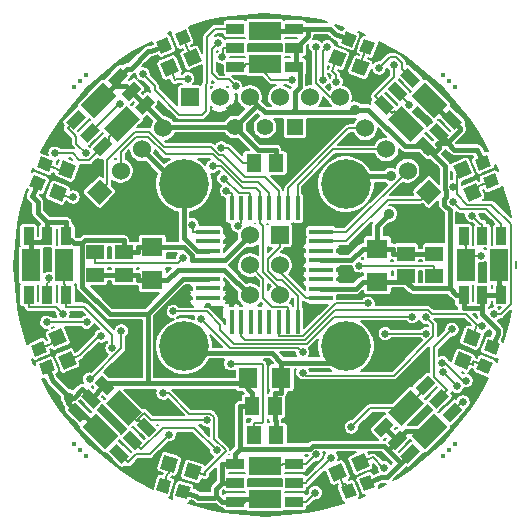
<source format=gtl>
G04 (created by PCBNEW (2013-01-21 BZR 3918)-testing) date Wed 23 Jan 2013 08:24:13 PM CET*
%MOIN*%
G04 Gerber Fmt 3.4, Leading zero omitted, Abs format*
%FSLAX34Y34*%
G01*
G70*
G90*
G04 APERTURE LIST*
%ADD10C,2.3622e-06*%
%ADD11C,0.1654*%
%ADD12C,0.016*%
%ADD13R,0.055X0.055*%
%ADD14C,0.055*%
%ADD15R,0.0591X0.0354*%
%ADD16R,0.1063X0.063*%
%ADD17R,0.0787X0.0177*%
%ADD18R,0.0177X0.0787*%
%ADD19R,0.06X0.06*%
%ADD20C,0.06*%
%ADD21R,0.059X0.0511*%
%ADD22R,0.0511X0.059*%
%ADD23R,0.0708X0.0629*%
%ADD24R,0.0629X0.0708*%
%ADD25R,0.0354X0.0591*%
%ADD26R,0.063X0.1063*%
%ADD27C,0.025*%
%ADD28C,0.035*%
%ADD29C,0.006*%
%ADD30C,0.008*%
%ADD31C,0.016*%
G04 APERTURE END LIST*
G54D10*
G54D11*
X35450Y-25150D03*
G54D12*
X38900Y-34000D03*
X39100Y-33800D03*
X38700Y-34200D03*
X26800Y-21500D03*
X26400Y-21900D03*
X26600Y-21700D03*
X26400Y-33800D03*
X26800Y-34200D03*
X26600Y-34000D03*
X39100Y-21900D03*
X38900Y-21700D03*
X38700Y-21500D03*
G54D13*
X33750Y-23250D03*
G54D14*
X32750Y-23250D03*
X31750Y-23250D03*
G54D10*
G36*
X37683Y-21942D02*
X37265Y-21524D01*
X37515Y-21274D01*
X37933Y-21692D01*
X37683Y-21942D01*
X37683Y-21942D01*
G37*
G36*
X37237Y-22388D02*
X36820Y-21970D01*
X37070Y-21720D01*
X37488Y-22137D01*
X37237Y-22388D01*
X37237Y-22388D01*
G37*
G36*
X36792Y-22833D02*
X36374Y-22415D01*
X36624Y-22165D01*
X37042Y-22583D01*
X36792Y-22833D01*
X36792Y-22833D01*
G37*
G36*
X38184Y-24225D02*
X37766Y-23807D01*
X38016Y-23557D01*
X38434Y-23975D01*
X38184Y-24225D01*
X38184Y-24225D01*
G37*
G36*
X38629Y-23779D02*
X38211Y-23362D01*
X38462Y-23111D01*
X38879Y-23529D01*
X38629Y-23779D01*
X38629Y-23779D01*
G37*
G36*
X39075Y-23334D02*
X38657Y-22916D01*
X38907Y-22666D01*
X39325Y-23084D01*
X39075Y-23334D01*
X39075Y-23334D01*
G37*
G36*
X37613Y-23738D02*
X36861Y-22986D01*
X37307Y-22541D01*
X38058Y-23292D01*
X37613Y-23738D01*
X37613Y-23738D01*
G37*
G36*
X38392Y-22958D02*
X37641Y-22207D01*
X38086Y-21761D01*
X38838Y-22513D01*
X38392Y-22958D01*
X38392Y-22958D01*
G37*
G54D15*
X31766Y-19970D03*
X31766Y-20600D03*
X31766Y-21230D03*
X33734Y-21230D03*
X33734Y-20600D03*
X33734Y-19970D03*
G54D16*
X32750Y-21151D03*
X32750Y-20049D03*
G54D10*
G36*
X25963Y-29960D02*
X26148Y-30394D01*
X25713Y-30579D01*
X25529Y-30144D01*
X25963Y-29960D01*
X25963Y-29960D01*
G37*
G36*
X26286Y-30720D02*
X26470Y-31155D01*
X26036Y-31339D01*
X25851Y-30905D01*
X26286Y-30720D01*
X26286Y-30720D01*
G37*
G36*
X26461Y-24536D02*
X26285Y-24974D01*
X25847Y-24797D01*
X26024Y-24359D01*
X26461Y-24536D01*
X26461Y-24536D01*
G37*
G36*
X26152Y-25302D02*
X25975Y-25740D01*
X25538Y-25563D01*
X25714Y-25125D01*
X26152Y-25302D01*
X26152Y-25302D01*
G37*
G36*
X39536Y-25739D02*
X39351Y-25305D01*
X39786Y-25120D01*
X39970Y-25555D01*
X39536Y-25739D01*
X39536Y-25739D01*
G37*
G36*
X39213Y-24979D02*
X39029Y-24544D01*
X39463Y-24360D01*
X39648Y-24794D01*
X39213Y-24979D01*
X39213Y-24979D01*
G37*
G36*
X39038Y-31163D02*
X39214Y-30725D01*
X39652Y-30902D01*
X39475Y-31340D01*
X39038Y-31163D01*
X39038Y-31163D01*
G37*
G36*
X39347Y-30397D02*
X39524Y-29959D01*
X39961Y-30136D01*
X39785Y-30574D01*
X39347Y-30397D01*
X39347Y-30397D01*
G37*
G36*
X34860Y-34636D02*
X35294Y-34451D01*
X35479Y-34886D01*
X35044Y-35070D01*
X34860Y-34636D01*
X34860Y-34636D01*
G37*
G36*
X35620Y-34313D02*
X36055Y-34129D01*
X36239Y-34563D01*
X35805Y-34748D01*
X35620Y-34313D01*
X35620Y-34313D01*
G37*
G36*
X29398Y-34184D02*
X29849Y-34322D01*
X29711Y-34773D01*
X29260Y-34635D01*
X29398Y-34184D01*
X29398Y-34184D01*
G37*
G36*
X30188Y-34426D02*
X30639Y-34564D01*
X30501Y-35015D01*
X30050Y-34877D01*
X30188Y-34426D01*
X30188Y-34426D01*
G37*
G36*
X30639Y-21063D02*
X30205Y-21248D01*
X30020Y-20813D01*
X30455Y-20629D01*
X30639Y-21063D01*
X30639Y-21063D01*
G37*
G36*
X29879Y-21386D02*
X29444Y-21570D01*
X29260Y-21136D01*
X29694Y-20951D01*
X29879Y-21386D01*
X29879Y-21386D01*
G37*
G36*
X36063Y-21561D02*
X35625Y-21385D01*
X35802Y-20947D01*
X36240Y-21124D01*
X36063Y-21561D01*
X36063Y-21561D01*
G37*
G36*
X35297Y-21252D02*
X34859Y-21075D01*
X35036Y-20638D01*
X35474Y-20814D01*
X35297Y-21252D01*
X35297Y-21252D01*
G37*
G54D11*
X35450Y-30550D03*
X30050Y-25150D03*
X30050Y-30550D03*
G54D17*
X30854Y-28943D03*
X30854Y-28628D03*
X30854Y-28313D03*
X30854Y-27998D03*
X30854Y-27683D03*
X30854Y-27368D03*
X30854Y-27053D03*
X30854Y-26738D03*
X34620Y-26740D03*
X34620Y-28950D03*
X34620Y-28630D03*
X34620Y-28310D03*
X34620Y-28000D03*
X34620Y-27680D03*
X34620Y-27370D03*
X34620Y-27050D03*
G54D18*
X31638Y-25950D03*
X31952Y-25950D03*
X32268Y-25950D03*
X32582Y-25950D03*
X32898Y-25950D03*
X33212Y-25950D03*
X33528Y-25950D03*
X33842Y-25950D03*
X31640Y-29730D03*
X31950Y-29730D03*
X32270Y-29730D03*
X32580Y-29730D03*
X32890Y-29730D03*
X33210Y-29730D03*
X33530Y-29730D03*
X33850Y-29730D03*
G54D19*
X33250Y-26850D03*
G54D20*
X32250Y-26850D03*
X33250Y-27850D03*
X32250Y-27850D03*
X33250Y-28850D03*
X32250Y-28850D03*
G54D21*
X27100Y-27426D03*
X27100Y-28174D03*
G54D22*
X32376Y-24450D03*
X33124Y-24450D03*
X32376Y-33500D03*
X33124Y-33500D03*
G54D21*
X38400Y-28224D03*
X38400Y-27476D03*
G54D22*
X32326Y-32550D03*
X33074Y-32550D03*
G54D23*
X29000Y-27249D03*
X29000Y-28351D03*
X36500Y-28401D03*
X36500Y-27299D03*
G54D21*
X28050Y-27426D03*
X28050Y-28174D03*
X37450Y-28224D03*
X37450Y-27476D03*
G54D24*
X32199Y-31600D03*
X33301Y-31600D03*
G54D15*
X33734Y-35730D03*
X33734Y-35100D03*
X33734Y-34470D03*
X31766Y-34470D03*
X31766Y-35100D03*
X31766Y-35730D03*
G54D16*
X32750Y-34549D03*
X32750Y-35651D03*
G54D10*
G36*
X38657Y-32833D02*
X39075Y-32415D01*
X39325Y-32665D01*
X38907Y-33083D01*
X38657Y-32833D01*
X38657Y-32833D01*
G37*
G36*
X38211Y-32387D02*
X38629Y-31970D01*
X38879Y-32220D01*
X38462Y-32638D01*
X38211Y-32387D01*
X38211Y-32387D01*
G37*
G36*
X37766Y-31942D02*
X38184Y-31524D01*
X38434Y-31774D01*
X38016Y-32192D01*
X37766Y-31942D01*
X37766Y-31942D01*
G37*
G36*
X36374Y-33334D02*
X36792Y-32916D01*
X37042Y-33166D01*
X36624Y-33584D01*
X36374Y-33334D01*
X36374Y-33334D01*
G37*
G36*
X36820Y-33779D02*
X37237Y-33361D01*
X37488Y-33612D01*
X37070Y-34029D01*
X36820Y-33779D01*
X36820Y-33779D01*
G37*
G36*
X37265Y-34225D02*
X37683Y-33807D01*
X37933Y-34057D01*
X37515Y-34475D01*
X37265Y-34225D01*
X37265Y-34225D01*
G37*
G36*
X36861Y-32763D02*
X37613Y-32011D01*
X38058Y-32457D01*
X37307Y-33208D01*
X36861Y-32763D01*
X36861Y-32763D01*
G37*
G36*
X37641Y-33542D02*
X38392Y-32791D01*
X38838Y-33236D01*
X38086Y-33988D01*
X37641Y-33542D01*
X37641Y-33542D01*
G37*
G54D25*
X40630Y-26866D03*
X40000Y-26866D03*
X39370Y-26866D03*
X39370Y-28834D03*
X40000Y-28834D03*
X40630Y-28834D03*
G54D26*
X39449Y-27850D03*
X40551Y-27850D03*
G54D10*
G36*
X26792Y-22916D02*
X26374Y-23334D01*
X26124Y-23084D01*
X26542Y-22666D01*
X26792Y-22916D01*
X26792Y-22916D01*
G37*
G36*
X27238Y-23362D02*
X26820Y-23779D01*
X26570Y-23529D01*
X26987Y-23111D01*
X27238Y-23362D01*
X27238Y-23362D01*
G37*
G36*
X27683Y-23807D02*
X27265Y-24225D01*
X27015Y-23975D01*
X27433Y-23557D01*
X27683Y-23807D01*
X27683Y-23807D01*
G37*
G36*
X29075Y-22415D02*
X28657Y-22833D01*
X28407Y-22583D01*
X28825Y-22165D01*
X29075Y-22415D01*
X29075Y-22415D01*
G37*
G36*
X28629Y-21970D02*
X28212Y-22388D01*
X27961Y-22137D01*
X28379Y-21720D01*
X28629Y-21970D01*
X28629Y-21970D01*
G37*
G36*
X28184Y-21524D02*
X27766Y-21942D01*
X27516Y-21692D01*
X27934Y-21274D01*
X28184Y-21524D01*
X28184Y-21524D01*
G37*
G36*
X28588Y-22986D02*
X27836Y-23738D01*
X27391Y-23292D01*
X28142Y-22541D01*
X28588Y-22986D01*
X28588Y-22986D01*
G37*
G36*
X27808Y-22207D02*
X27057Y-22958D01*
X26611Y-22513D01*
X27363Y-21761D01*
X27808Y-22207D01*
X27808Y-22207D01*
G37*
G54D25*
X24870Y-28834D03*
X25500Y-28834D03*
X26130Y-28834D03*
X26130Y-26866D03*
X25500Y-26866D03*
X24870Y-26866D03*
G54D26*
X26051Y-27850D03*
X24949Y-27850D03*
G54D10*
G36*
X27816Y-33807D02*
X28234Y-34225D01*
X27984Y-34475D01*
X27566Y-34057D01*
X27816Y-33807D01*
X27816Y-33807D01*
G37*
G36*
X28262Y-33361D02*
X28679Y-33779D01*
X28429Y-34029D01*
X28011Y-33612D01*
X28262Y-33361D01*
X28262Y-33361D01*
G37*
G36*
X28707Y-32916D02*
X29125Y-33334D01*
X28875Y-33584D01*
X28457Y-33166D01*
X28707Y-32916D01*
X28707Y-32916D01*
G37*
G36*
X27315Y-31524D02*
X27733Y-31942D01*
X27483Y-32192D01*
X27065Y-31774D01*
X27315Y-31524D01*
X27315Y-31524D01*
G37*
G36*
X26870Y-31970D02*
X27288Y-32387D01*
X27037Y-32638D01*
X26620Y-32220D01*
X26870Y-31970D01*
X26870Y-31970D01*
G37*
G36*
X26424Y-32415D02*
X26842Y-32833D01*
X26592Y-33083D01*
X26174Y-32665D01*
X26424Y-32415D01*
X26424Y-32415D01*
G37*
G36*
X27886Y-32011D02*
X28638Y-32763D01*
X28192Y-33208D01*
X27441Y-32457D01*
X27886Y-32011D01*
X27886Y-32011D01*
G37*
G36*
X27107Y-32791D02*
X27858Y-33542D01*
X27413Y-33988D01*
X26661Y-33236D01*
X27107Y-32791D01*
X27107Y-32791D01*
G37*
G36*
X35446Y-35656D02*
X35277Y-35257D01*
X35638Y-35104D01*
X35808Y-35503D01*
X35446Y-35656D01*
X35446Y-35656D01*
G37*
G36*
X36061Y-35395D02*
X35891Y-34996D01*
X36253Y-34843D01*
X36422Y-35242D01*
X36061Y-35395D01*
X36061Y-35395D01*
G37*
G36*
X40202Y-31472D02*
X39800Y-31310D01*
X39947Y-30946D01*
X40349Y-31108D01*
X40202Y-31472D01*
X40202Y-31472D01*
G37*
G36*
X40452Y-30853D02*
X40050Y-30691D01*
X40197Y-30327D01*
X40599Y-30489D01*
X40452Y-30853D01*
X40452Y-30853D01*
G37*
G36*
X40556Y-25153D02*
X40157Y-25322D01*
X40004Y-24961D01*
X40403Y-24791D01*
X40556Y-25153D01*
X40556Y-25153D01*
G37*
G36*
X40295Y-24538D02*
X39896Y-24708D01*
X39743Y-24346D01*
X40142Y-24177D01*
X40295Y-24538D01*
X40295Y-24538D01*
G37*
G36*
X36422Y-20447D02*
X36260Y-20849D01*
X35896Y-20702D01*
X36058Y-20300D01*
X36422Y-20447D01*
X36422Y-20447D01*
G37*
G36*
X35803Y-20197D02*
X35641Y-20599D01*
X35277Y-20452D01*
X35439Y-20050D01*
X35803Y-20197D01*
X35803Y-20197D01*
G37*
G36*
X30103Y-19993D02*
X30272Y-20392D01*
X29911Y-20545D01*
X29741Y-20146D01*
X30103Y-19993D01*
X30103Y-19993D01*
G37*
G36*
X29488Y-20254D02*
X29658Y-20653D01*
X29296Y-20806D01*
X29127Y-20407D01*
X29488Y-20254D01*
X29488Y-20254D01*
G37*
G36*
X25297Y-24227D02*
X25699Y-24389D01*
X25552Y-24753D01*
X25150Y-24591D01*
X25297Y-24227D01*
X25297Y-24227D01*
G37*
G36*
X25047Y-24846D02*
X25449Y-25008D01*
X25302Y-25372D01*
X24900Y-25210D01*
X25047Y-24846D01*
X25047Y-24846D01*
G37*
G36*
X24943Y-30546D02*
X25342Y-30377D01*
X25495Y-30738D01*
X25096Y-30908D01*
X24943Y-30546D01*
X24943Y-30546D01*
G37*
G36*
X25204Y-31161D02*
X25603Y-30991D01*
X25756Y-31353D01*
X25357Y-31522D01*
X25204Y-31161D01*
X25204Y-31161D01*
G37*
G36*
X29129Y-35351D02*
X29255Y-34937D01*
X29631Y-35052D01*
X29505Y-35466D01*
X29129Y-35351D01*
X29129Y-35351D01*
G37*
G36*
X29768Y-35547D02*
X29894Y-35133D01*
X30270Y-35248D01*
X30144Y-35662D01*
X29768Y-35547D01*
X29768Y-35547D01*
G37*
G36*
X38634Y-25410D02*
X38210Y-25834D01*
X37786Y-25410D01*
X38210Y-24986D01*
X38634Y-25410D01*
X38634Y-25410D01*
G37*
G54D20*
X37503Y-24703D03*
X36796Y-23996D03*
X36089Y-23289D03*
G54D10*
G36*
X27239Y-25834D02*
X26815Y-25410D01*
X27239Y-24986D01*
X27663Y-25410D01*
X27239Y-25834D01*
X27239Y-25834D01*
G37*
G54D20*
X27946Y-24703D03*
X28653Y-23996D03*
X29360Y-23289D03*
G54D19*
X30250Y-22250D03*
G54D20*
X31250Y-22250D03*
X32250Y-22250D03*
X33250Y-22250D03*
X34250Y-22250D03*
X35250Y-22250D03*
G54D27*
X34445Y-20567D03*
X31466Y-25370D03*
X36760Y-30133D03*
X38132Y-30133D03*
X36188Y-29129D03*
X34450Y-34154D03*
X35633Y-33243D03*
X39956Y-27532D03*
X37055Y-21190D03*
X38666Y-31102D03*
X39450Y-31700D03*
X33640Y-21670D03*
X34674Y-21668D03*
X34829Y-20570D03*
X26808Y-29756D03*
X25481Y-29756D03*
X25756Y-24123D03*
X27657Y-30624D03*
X30826Y-33019D03*
X34955Y-34270D03*
X38987Y-29995D03*
X39650Y-26198D03*
X37565Y-22517D03*
X31329Y-20914D03*
X27934Y-22479D03*
X25538Y-28295D03*
X31137Y-34028D03*
X34427Y-35436D03*
X39357Y-32417D03*
X39020Y-25730D03*
X36557Y-21277D03*
X28683Y-21483D03*
X26771Y-24111D03*
X26022Y-29467D03*
X29555Y-33497D03*
X30320Y-26505D03*
X30630Y-29644D03*
X27964Y-30043D03*
X34005Y-31432D03*
X34005Y-30763D03*
X26913Y-31651D03*
X38125Y-29592D03*
X31770Y-21890D03*
X31009Y-24559D03*
X31190Y-20445D03*
X31298Y-23948D03*
X31380Y-24965D03*
X31847Y-26539D03*
X39030Y-25240D03*
X39146Y-31895D03*
X27284Y-30214D03*
X40382Y-29480D03*
X38672Y-31421D03*
X36726Y-34604D03*
X35132Y-21742D03*
X30173Y-21638D03*
X26351Y-25580D03*
X29354Y-32118D03*
X39983Y-29884D03*
G54D28*
X36939Y-24887D03*
X36879Y-26154D03*
G54D27*
X35902Y-27875D03*
X31603Y-31139D03*
X30017Y-27602D03*
X37650Y-29566D03*
X29695Y-29395D03*
G54D28*
X26220Y-32265D03*
X35755Y-22669D03*
G54D29*
X34445Y-21792D02*
X34445Y-20567D01*
X34903Y-22250D02*
X34445Y-21792D01*
X35250Y-22250D02*
X34903Y-22250D01*
X31638Y-25950D02*
X31638Y-25463D01*
X31559Y-25463D02*
X31466Y-25370D01*
X31638Y-25463D02*
X31559Y-25463D01*
X36188Y-29129D02*
X35109Y-29129D01*
X34022Y-30216D02*
X33210Y-30216D01*
X38132Y-30133D02*
X36760Y-30133D01*
X33210Y-29730D02*
X33210Y-30216D01*
X35109Y-29129D02*
X34022Y-30216D01*
X33250Y-27243D02*
X32856Y-27637D01*
X33250Y-26850D02*
X33250Y-27243D01*
X33850Y-28893D02*
X33850Y-29730D01*
X33306Y-28349D02*
X33850Y-28893D01*
X33142Y-28349D02*
X33306Y-28349D01*
X32856Y-28063D02*
X33142Y-28349D01*
X32856Y-27637D02*
X32856Y-28063D01*
X33530Y-29730D02*
X33530Y-29243D01*
X32700Y-28300D02*
X32250Y-27850D01*
X32700Y-28962D02*
X32700Y-28300D01*
X32981Y-29243D02*
X32700Y-28962D01*
X33530Y-29243D02*
X32981Y-29243D01*
G54D30*
X33734Y-34470D02*
X34134Y-34470D01*
X33257Y-34549D02*
X33336Y-34470D01*
X34134Y-34470D02*
X34450Y-34154D01*
X32750Y-34549D02*
X33257Y-34549D01*
X33734Y-34470D02*
X33336Y-34470D01*
X38100Y-31859D02*
X37910Y-32049D01*
X37460Y-32610D02*
X37910Y-32160D01*
X36266Y-32610D02*
X35633Y-33243D01*
X37460Y-32610D02*
X36266Y-32610D01*
X37910Y-32049D02*
X37910Y-32160D01*
X39370Y-27136D02*
X39370Y-26866D01*
X39449Y-27850D02*
X39449Y-27532D01*
X39449Y-27532D02*
X39956Y-27532D01*
X39449Y-27532D02*
X39449Y-27215D01*
X39449Y-27215D02*
X39370Y-27136D01*
X39450Y-31700D02*
X39356Y-31700D01*
X37047Y-22726D02*
X37046Y-22727D01*
X37460Y-23140D02*
X37047Y-22726D01*
X37044Y-22727D02*
X36990Y-22781D01*
X38758Y-31102D02*
X38666Y-31102D01*
X37046Y-22727D02*
X37044Y-22727D01*
X36709Y-22500D02*
X36427Y-22217D01*
X36427Y-22217D02*
X37055Y-21589D01*
X37055Y-21589D02*
X37055Y-21190D01*
X36990Y-22781D02*
X36709Y-22500D01*
X39356Y-31700D02*
X38758Y-31102D01*
X32750Y-21151D02*
X32750Y-21460D01*
X34674Y-20725D02*
X34674Y-21668D01*
X34829Y-20570D02*
X34674Y-20725D01*
X32960Y-21670D02*
X33640Y-21670D01*
X32750Y-21460D02*
X32960Y-21670D01*
X32115Y-21151D02*
X32750Y-21151D01*
X32036Y-21230D02*
X32115Y-21151D01*
X31766Y-21230D02*
X32036Y-21230D01*
X26808Y-29756D02*
X25481Y-29756D01*
X26349Y-24123D02*
X25756Y-24123D01*
X26566Y-24340D02*
X26349Y-24123D01*
X26901Y-24340D02*
X26566Y-24340D01*
X27350Y-23891D02*
X26901Y-24340D01*
X27540Y-23701D02*
X27350Y-23891D01*
X27540Y-23590D02*
X27540Y-23701D01*
X27990Y-23140D02*
X27540Y-23590D01*
X27657Y-30172D02*
X27657Y-30624D01*
X26718Y-29233D02*
X27657Y-30172D01*
X26130Y-29233D02*
X26718Y-29233D01*
X26051Y-27850D02*
X26051Y-28485D01*
X26130Y-28564D02*
X26130Y-28834D01*
X26051Y-28485D02*
X26130Y-28564D01*
X26130Y-28834D02*
X26130Y-29233D01*
X28791Y-33250D02*
X28510Y-32969D01*
X28601Y-33060D02*
X28791Y-33250D01*
X28490Y-33060D02*
X28601Y-33060D01*
X28040Y-32610D02*
X28490Y-33060D01*
X28957Y-33019D02*
X30826Y-33019D01*
X28709Y-32771D02*
X28957Y-33019D01*
X28708Y-32771D02*
X28709Y-32771D01*
X28510Y-32969D02*
X28708Y-32771D01*
X33734Y-35100D02*
X34133Y-35100D01*
X34133Y-35092D02*
X34955Y-34270D01*
X34133Y-35100D02*
X34133Y-35092D01*
X38546Y-32304D02*
X38828Y-32022D01*
X38387Y-30595D02*
X38987Y-29995D01*
X38387Y-31581D02*
X38387Y-30595D01*
X38828Y-32022D02*
X38387Y-31581D01*
X39919Y-26467D02*
X39650Y-26198D01*
X40000Y-26467D02*
X39919Y-26467D01*
X40000Y-26866D02*
X40000Y-26467D01*
X37565Y-22465D02*
X37565Y-22517D01*
X37154Y-22054D02*
X37565Y-22465D01*
X31766Y-20600D02*
X31367Y-20600D01*
X31367Y-20600D02*
X31367Y-20876D01*
X31367Y-20876D02*
X31329Y-20914D01*
X27871Y-22479D02*
X27934Y-22479D01*
X26904Y-23446D02*
X27871Y-22479D01*
X25500Y-28834D02*
X25500Y-28436D01*
X25538Y-28398D02*
X25538Y-28295D01*
X25500Y-28436D02*
X25538Y-28398D01*
X28346Y-33696D02*
X28628Y-33978D01*
X29337Y-33269D02*
X28628Y-33978D01*
X31137Y-34028D02*
X30378Y-33269D01*
X30378Y-33269D02*
X29337Y-33269D01*
X34133Y-35730D02*
X34427Y-35436D01*
X33734Y-35730D02*
X34133Y-35730D01*
X38991Y-32750D02*
X39324Y-32417D01*
X39324Y-32417D02*
X39357Y-32417D01*
X39259Y-25969D02*
X39020Y-25730D01*
X40630Y-26467D02*
X40132Y-25969D01*
X40630Y-26467D02*
X40630Y-26866D01*
X40132Y-25969D02*
X39259Y-25969D01*
X37119Y-20928D02*
X37318Y-21127D01*
X37318Y-21326D02*
X37600Y-21609D01*
X37318Y-21127D02*
X37318Y-21326D01*
X36906Y-20928D02*
X37119Y-20928D01*
X36557Y-21277D02*
X36906Y-20928D01*
X30830Y-20236D02*
X30830Y-21790D01*
X29071Y-21871D02*
X28683Y-21483D01*
X29071Y-22011D02*
X29071Y-21871D01*
X29900Y-22840D02*
X29071Y-22011D01*
X30650Y-22840D02*
X29900Y-22840D01*
X30770Y-22720D02*
X30650Y-22840D01*
X30770Y-21850D02*
X30770Y-22720D01*
X30830Y-21790D02*
X30770Y-21850D01*
X31096Y-19970D02*
X30830Y-20236D01*
X30830Y-20236D02*
X30830Y-20236D01*
X31766Y-19970D02*
X31096Y-19970D01*
X26459Y-23000D02*
X26177Y-23282D01*
X26459Y-23799D02*
X26771Y-24111D01*
X26459Y-23565D02*
X26459Y-23799D01*
X26375Y-23481D02*
X26459Y-23565D01*
X26177Y-23282D02*
X26375Y-23481D01*
X25788Y-29233D02*
X26022Y-29467D01*
X24870Y-28834D02*
X24870Y-29233D01*
X24870Y-29233D02*
X25788Y-29233D01*
X27900Y-34141D02*
X28183Y-34423D01*
X28911Y-34141D02*
X29555Y-33497D01*
X28465Y-34141D02*
X28911Y-34141D01*
X28183Y-34423D02*
X28465Y-34141D01*
G54D29*
X26938Y-31651D02*
X27964Y-30625D01*
X37046Y-31530D02*
X34103Y-31530D01*
X38355Y-30221D02*
X37046Y-31530D01*
X30368Y-26553D02*
X30320Y-26505D01*
X26913Y-31651D02*
X26938Y-31651D01*
X27964Y-30625D02*
X27964Y-30043D01*
X34005Y-30763D02*
X33839Y-30597D01*
X31583Y-30597D02*
X30630Y-29644D01*
X30854Y-26738D02*
X30368Y-26738D01*
X38125Y-29592D02*
X38355Y-29822D01*
X30368Y-26738D02*
X30368Y-26553D01*
X38355Y-29822D02*
X38355Y-30221D01*
X33839Y-30597D02*
X31583Y-30597D01*
X34103Y-31530D02*
X34005Y-31432D01*
X38211Y-25411D02*
X37951Y-25671D01*
X35464Y-27050D02*
X34620Y-27050D01*
X36843Y-25671D02*
X35464Y-27050D01*
X37950Y-25671D02*
X36843Y-25671D01*
X37951Y-25671D02*
X37950Y-25671D01*
X35468Y-26740D02*
X34620Y-26740D01*
X37504Y-24704D02*
X35468Y-26740D01*
X33842Y-25166D02*
X33842Y-25950D01*
X35012Y-23996D02*
X33842Y-25166D01*
X36796Y-23996D02*
X35012Y-23996D01*
X35519Y-23289D02*
X36089Y-23289D01*
X33528Y-25280D02*
X35519Y-23289D01*
X33528Y-25950D02*
X33528Y-25280D01*
X31180Y-21660D02*
X30979Y-21459D01*
X31540Y-21660D02*
X31180Y-21660D01*
X31770Y-21890D02*
X31540Y-21660D01*
X32582Y-25950D02*
X32582Y-26436D01*
X30979Y-21459D02*
X30979Y-20656D01*
X30979Y-20656D02*
X31190Y-20445D01*
X32376Y-24450D02*
X32028Y-24450D01*
X32582Y-25401D02*
X32582Y-25950D01*
X32451Y-25270D02*
X32582Y-25401D01*
X31009Y-24559D02*
X31300Y-24559D01*
X31300Y-24559D02*
X32011Y-25270D01*
X32011Y-25270D02*
X32451Y-25270D01*
X32694Y-26548D02*
X32582Y-26436D01*
X32694Y-28076D02*
X32694Y-26548D01*
X33250Y-28850D02*
X33250Y-28632D01*
X31298Y-23948D02*
X31526Y-23948D01*
X31526Y-23948D02*
X32028Y-24450D01*
X33250Y-28632D02*
X32694Y-28076D01*
X31878Y-25463D02*
X31380Y-24965D01*
X32268Y-25463D02*
X31878Y-25463D01*
X32268Y-25950D02*
X32268Y-25463D01*
X33250Y-28066D02*
X33250Y-27850D01*
X34134Y-28950D02*
X33250Y-28066D01*
X34620Y-28950D02*
X34134Y-28950D01*
X32898Y-25950D02*
X32898Y-25463D01*
X31267Y-24345D02*
X31215Y-24345D01*
X29438Y-24158D02*
X28845Y-23565D01*
X32000Y-25078D02*
X31267Y-24345D01*
X32513Y-25078D02*
X32000Y-25078D01*
X31028Y-24158D02*
X29438Y-24158D01*
X28845Y-23565D02*
X28455Y-23565D01*
X31215Y-24345D02*
X31028Y-24158D01*
X27946Y-24074D02*
X27946Y-24704D01*
X28455Y-23565D02*
X27946Y-24074D01*
X32898Y-25463D02*
X32513Y-25078D01*
X27239Y-25411D02*
X27500Y-25150D01*
X29376Y-23906D02*
X28887Y-23417D01*
X33212Y-25950D02*
X33212Y-25372D01*
X32750Y-24910D02*
X32093Y-24910D01*
X32093Y-24910D02*
X31349Y-24166D01*
X31349Y-24166D02*
X31209Y-24166D01*
X28887Y-23417D02*
X28433Y-23417D01*
X28433Y-23417D02*
X27499Y-24351D01*
X27499Y-24351D02*
X27499Y-25150D01*
X27499Y-25150D02*
X27500Y-25150D01*
X30949Y-23906D02*
X29376Y-23906D01*
X33212Y-25372D02*
X32750Y-24910D01*
X31209Y-24166D02*
X30949Y-23906D01*
X31952Y-25950D02*
X31952Y-26436D01*
X31950Y-26436D02*
X31952Y-26436D01*
X31847Y-26539D02*
X31950Y-26436D01*
X39030Y-25240D02*
X39133Y-25240D01*
X39133Y-25240D02*
X39143Y-25230D01*
X39828Y-29839D02*
X39460Y-29471D01*
X38312Y-29471D02*
X38189Y-29348D01*
X40615Y-29480D02*
X40382Y-29480D01*
X40960Y-26492D02*
X40960Y-29135D01*
X40302Y-25834D02*
X40960Y-26492D01*
X39483Y-25834D02*
X40302Y-25834D01*
X39143Y-25494D02*
X39483Y-25834D01*
X39143Y-25410D02*
X39143Y-25494D01*
X40960Y-29135D02*
X40615Y-29480D01*
X39143Y-25230D02*
X39143Y-25410D01*
X39460Y-29471D02*
X38312Y-29471D01*
X26161Y-31030D02*
X26586Y-30850D01*
X26351Y-25580D02*
X26300Y-25580D01*
X25845Y-25433D02*
X26274Y-25606D01*
X26300Y-25580D02*
X26274Y-25606D01*
X26586Y-30850D02*
X27222Y-30214D01*
X29798Y-21638D02*
X30173Y-21638D01*
X27222Y-30214D02*
X27284Y-30214D01*
X29570Y-21261D02*
X29750Y-21686D01*
X29750Y-21686D02*
X29798Y-21638D01*
X31950Y-30216D02*
X31950Y-29730D01*
X32073Y-30339D02*
X31950Y-30216D01*
X34085Y-30339D02*
X32073Y-30339D01*
X35076Y-29348D02*
X34085Y-30339D01*
X38189Y-29348D02*
X35076Y-29348D01*
X36356Y-34258D02*
X36702Y-34604D01*
X39143Y-24866D02*
X39143Y-25230D01*
X39339Y-24670D02*
X39143Y-24866D01*
X34994Y-21374D02*
X34993Y-21374D01*
X39655Y-30267D02*
X39828Y-29839D01*
X35167Y-20945D02*
X34994Y-21374D01*
X36702Y-34604D02*
X36726Y-34604D01*
X34993Y-21374D02*
X34993Y-21375D01*
X31052Y-32929D02*
X30924Y-32801D01*
X39146Y-31895D02*
X38672Y-31421D01*
X39938Y-29839D02*
X39983Y-29884D01*
X34993Y-21375D02*
X35132Y-21514D01*
X35132Y-21514D02*
X35132Y-21742D01*
X35930Y-34439D02*
X36356Y-34258D01*
X31437Y-34056D02*
X31437Y-34016D01*
X30756Y-34847D02*
X30756Y-34737D01*
X30222Y-32801D02*
X29539Y-32118D01*
X39828Y-29839D02*
X39938Y-29839D01*
X29539Y-32118D02*
X29354Y-32118D01*
X31437Y-34016D02*
X31052Y-33631D01*
X30924Y-32801D02*
X30222Y-32801D01*
X30756Y-34737D02*
X31437Y-34056D01*
X31052Y-33631D02*
X31052Y-32929D01*
X30345Y-34721D02*
X30756Y-34847D01*
G54D31*
X33286Y-32112D02*
X33301Y-32097D01*
X37450Y-27476D02*
X37012Y-27476D01*
X34897Y-31103D02*
X35450Y-30550D01*
X33301Y-31103D02*
X34897Y-31103D01*
X29000Y-28351D02*
X29497Y-28351D01*
X33301Y-31600D02*
X33301Y-32097D01*
X28503Y-28351D02*
X28503Y-28189D01*
X33124Y-33500D02*
X33124Y-33062D01*
X36500Y-27299D02*
X36997Y-27299D01*
X33301Y-31103D02*
X33301Y-31600D01*
X32980Y-30782D02*
X33301Y-31103D01*
X30282Y-30782D02*
X32980Y-30782D01*
X30050Y-30550D02*
X30282Y-30782D01*
X33074Y-32550D02*
X33074Y-32112D01*
X29000Y-28351D02*
X28503Y-28351D01*
X33074Y-33012D02*
X33124Y-33062D01*
X33074Y-32550D02*
X33074Y-33012D01*
X30050Y-25150D02*
X29808Y-25150D01*
X29850Y-27998D02*
X30854Y-27998D01*
X29497Y-28351D02*
X29850Y-27998D01*
X38400Y-27476D02*
X37450Y-27476D01*
X28503Y-28189D02*
X28488Y-28174D01*
X30478Y-27368D02*
X30854Y-27368D01*
X36500Y-27299D02*
X36003Y-27299D01*
X36003Y-27299D02*
X35622Y-27680D01*
X28050Y-28174D02*
X28488Y-28174D01*
X35622Y-27680D02*
X34620Y-27680D01*
X30050Y-26940D02*
X30478Y-27368D01*
X30050Y-25150D02*
X30050Y-26940D01*
X37012Y-27314D02*
X36997Y-27299D01*
X37012Y-27476D02*
X37012Y-27314D01*
X29808Y-25150D02*
X28654Y-23996D01*
X36500Y-26533D02*
X36879Y-26154D01*
X36500Y-27299D02*
X36500Y-26533D01*
X31398Y-27998D02*
X30854Y-27998D01*
X32250Y-28850D02*
X31398Y-27998D01*
X35713Y-24887D02*
X35450Y-25150D01*
X36939Y-24887D02*
X35713Y-24887D01*
X28050Y-28174D02*
X27100Y-28174D01*
X33074Y-32112D02*
X33286Y-32112D01*
G54D29*
X38400Y-28224D02*
X38400Y-27875D01*
X38400Y-27875D02*
X35902Y-27875D01*
X32376Y-33112D02*
X32660Y-33112D01*
X32660Y-33112D02*
X32676Y-33096D01*
X32676Y-33096D02*
X32676Y-31155D01*
X32376Y-33500D02*
X32376Y-33112D01*
X32676Y-31155D02*
X32660Y-31139D01*
X32660Y-31139D02*
X31603Y-31139D01*
X27100Y-27426D02*
X27100Y-27775D01*
X29844Y-27775D02*
X30017Y-27602D01*
X27100Y-27775D02*
X29844Y-27775D01*
X30809Y-29395D02*
X29695Y-29395D01*
X31248Y-29834D02*
X30809Y-29395D01*
X31248Y-30008D02*
X31248Y-29834D01*
X31713Y-30473D02*
X31248Y-30008D01*
X34145Y-30473D02*
X31713Y-30473D01*
X35052Y-29566D02*
X34145Y-30473D01*
X37650Y-29566D02*
X35052Y-29566D01*
X25425Y-24490D02*
X25821Y-24650D01*
X25838Y-24667D02*
X26155Y-24667D01*
X25821Y-24650D02*
X25838Y-24667D01*
X35995Y-21193D02*
X35933Y-21255D01*
X35995Y-20975D02*
X35995Y-21193D01*
X36159Y-20578D02*
X35995Y-20975D01*
X36160Y-20578D02*
X36159Y-20578D01*
X36160Y-20575D02*
X36160Y-20578D01*
X39679Y-31171D02*
X39345Y-31033D01*
X39679Y-31050D02*
X39679Y-31171D01*
X40075Y-31210D02*
X39679Y-31050D01*
X30330Y-20820D02*
X30330Y-20939D01*
X30174Y-20664D02*
X30330Y-20820D01*
X30007Y-20269D02*
X30174Y-20664D01*
X40280Y-25057D02*
X40281Y-25057D01*
X40278Y-25059D02*
X40280Y-25057D01*
X39880Y-25224D02*
X40278Y-25059D01*
X39674Y-25430D02*
X39880Y-25224D01*
X39661Y-25430D02*
X39674Y-25430D01*
X35541Y-35379D02*
X35543Y-35381D01*
X35428Y-35108D02*
X35541Y-35379D01*
X35350Y-35186D02*
X35428Y-35108D01*
X35170Y-34761D02*
X35350Y-35186D01*
X25219Y-30643D02*
X25614Y-30476D01*
X25820Y-30270D02*
X25839Y-30270D01*
X25614Y-30476D02*
X25820Y-30270D01*
X29381Y-35202D02*
X29497Y-34822D01*
X29555Y-34764D02*
X29555Y-34479D01*
X29497Y-34822D02*
X29555Y-34764D01*
G54D31*
X33654Y-22760D02*
X35664Y-22760D01*
X35664Y-22760D02*
X35755Y-22669D01*
X32490Y-22510D02*
X32740Y-22760D01*
X33745Y-22669D02*
X33745Y-22080D01*
X33745Y-22080D02*
X33910Y-21915D01*
X33910Y-21915D02*
X33910Y-21345D01*
X33910Y-21345D02*
X33795Y-21230D01*
X33654Y-22760D02*
X33745Y-22669D01*
X32740Y-22760D02*
X33654Y-22760D01*
X38915Y-26260D02*
X38915Y-26025D01*
X38744Y-24535D02*
X38351Y-24142D01*
X38745Y-24535D02*
X38744Y-24535D01*
X38750Y-24540D02*
X38745Y-24535D01*
X38750Y-25320D02*
X38750Y-24540D01*
X38790Y-25360D02*
X38750Y-25320D01*
X38790Y-25580D02*
X38790Y-25360D01*
X38730Y-25640D02*
X38790Y-25580D01*
X38730Y-25840D02*
X38730Y-25640D01*
X38915Y-26025D02*
X38730Y-25840D01*
X39370Y-28834D02*
X39370Y-29272D01*
X26645Y-31994D02*
X26374Y-32265D01*
X28289Y-21299D02*
X28868Y-20720D01*
X26220Y-32419D02*
X26220Y-32265D01*
X39370Y-29272D02*
X40000Y-29272D01*
X28946Y-20720D02*
X28947Y-20721D01*
X27467Y-31792D02*
X27400Y-31859D01*
X26955Y-32304D02*
X26954Y-32304D01*
X31128Y-35300D02*
X31128Y-35530D01*
X27400Y-31859D02*
X26955Y-32304D01*
X29400Y-23250D02*
X29400Y-23159D01*
X32500Y-22500D02*
X32490Y-22510D01*
X32490Y-22510D02*
X31750Y-23250D01*
X26662Y-28566D02*
X26662Y-27112D01*
X27570Y-29474D02*
X26662Y-28566D01*
X28852Y-29474D02*
X27570Y-29474D01*
X28109Y-21867D02*
X28296Y-22054D01*
X27850Y-21867D02*
X28109Y-21867D01*
X24949Y-27850D02*
X24949Y-27176D01*
X31750Y-23250D02*
X29400Y-23250D01*
X28050Y-27426D02*
X28488Y-27426D01*
X36500Y-28401D02*
X36003Y-28401D01*
X32326Y-32550D02*
X31928Y-32550D01*
X30854Y-27683D02*
X30318Y-27683D01*
X32007Y-31792D02*
X28852Y-31792D01*
X28852Y-29474D02*
X28852Y-31792D01*
X26662Y-27112D02*
X26376Y-27112D01*
X24870Y-27085D02*
X24949Y-27085D01*
X33424Y-20049D02*
X33503Y-19970D01*
X31128Y-35530D02*
X31328Y-35730D01*
X31328Y-35100D02*
X31128Y-35300D01*
X31766Y-34130D02*
X31928Y-33968D01*
X31766Y-34470D02*
X31766Y-34130D01*
X31928Y-33968D02*
X31928Y-32550D01*
X31328Y-34470D02*
X31328Y-35100D01*
X36812Y-34929D02*
X37291Y-34450D01*
X36603Y-34929D02*
X36812Y-34929D01*
X36157Y-35119D02*
X36603Y-34929D01*
X33503Y-19970D02*
X33734Y-19970D01*
X32326Y-32550D02*
X32326Y-32112D01*
X40507Y-30140D02*
X40506Y-30140D01*
X33795Y-20600D02*
X34172Y-20223D01*
X27703Y-21867D02*
X27850Y-21867D01*
X28503Y-27411D02*
X28488Y-27426D01*
X38545Y-23948D02*
X38351Y-24142D01*
X38545Y-23884D02*
X38545Y-23948D01*
X38856Y-23796D02*
X38520Y-23796D01*
X38489Y-23827D02*
X38489Y-23828D01*
X38520Y-23796D02*
X38489Y-23827D01*
X38489Y-23828D02*
X38545Y-23884D01*
X40630Y-28834D02*
X40000Y-28834D01*
X32326Y-32112D02*
X32007Y-31792D01*
X40000Y-29496D02*
X40000Y-29272D01*
X34917Y-19970D02*
X34172Y-19970D01*
X35090Y-20143D02*
X34917Y-19970D01*
X35540Y-20325D02*
X35090Y-20143D01*
X33734Y-20600D02*
X33795Y-20600D01*
X31766Y-35100D02*
X31328Y-35100D01*
X32199Y-31600D02*
X32007Y-31792D01*
X33795Y-20600D02*
X33795Y-21230D01*
X38240Y-22360D02*
X38717Y-22836D01*
X26784Y-32913D02*
X26672Y-32913D01*
X32512Y-24012D02*
X31750Y-23250D01*
X33124Y-24012D02*
X32512Y-24012D01*
X30013Y-28313D02*
X28852Y-29474D01*
X32500Y-22500D02*
X32250Y-22250D01*
X37154Y-33696D02*
X36845Y-34005D01*
X34258Y-33968D02*
X31928Y-33968D01*
X34340Y-33886D02*
X34258Y-33968D01*
X36726Y-33886D02*
X34340Y-33886D01*
X36845Y-34005D02*
X36726Y-33886D01*
X38827Y-22836D02*
X38991Y-23000D01*
X38717Y-22836D02*
X38827Y-22836D01*
X26672Y-32913D02*
X26509Y-32750D01*
X31997Y-35730D02*
X32076Y-35651D01*
X31766Y-35730D02*
X31997Y-35730D01*
X33734Y-21230D02*
X33795Y-21230D01*
X31328Y-35730D02*
X31766Y-35730D01*
X32750Y-20049D02*
X33424Y-20049D01*
X33734Y-19970D02*
X34172Y-19970D01*
X36845Y-34005D02*
X37291Y-34450D01*
X28050Y-27426D02*
X28050Y-27028D01*
X29000Y-27249D02*
X28503Y-27249D01*
X33124Y-24450D02*
X33124Y-24012D01*
X30854Y-28313D02*
X30013Y-28313D01*
X35774Y-28630D02*
X34620Y-28630D01*
X38915Y-26256D02*
X38915Y-26260D01*
X38915Y-26260D02*
X38915Y-28622D01*
X28503Y-27249D02*
X28503Y-27411D01*
X39829Y-23997D02*
X39057Y-23997D01*
X40019Y-24443D02*
X39829Y-23997D01*
X39127Y-28834D02*
X38915Y-28622D01*
X39370Y-28834D02*
X39127Y-28834D01*
X37671Y-28622D02*
X37450Y-28401D01*
X38915Y-28622D02*
X37671Y-28622D01*
X37600Y-34141D02*
X37291Y-34450D01*
X37469Y-33390D02*
X38240Y-33390D01*
X37465Y-33385D02*
X37469Y-33390D01*
X37155Y-33695D02*
X37465Y-33385D01*
X40630Y-28603D02*
X40630Y-28834D01*
X40551Y-28524D02*
X40630Y-28603D01*
X40551Y-27850D02*
X40551Y-28524D01*
X39269Y-23342D02*
X38856Y-23755D01*
X34172Y-20223D02*
X34172Y-19970D01*
X27210Y-22360D02*
X27703Y-21867D01*
X38991Y-23000D02*
X39269Y-23278D01*
X40000Y-28834D02*
X40000Y-29272D01*
X40325Y-30590D02*
X40507Y-30140D01*
X40506Y-30002D02*
X40000Y-29496D01*
X39269Y-23278D02*
X39269Y-23342D01*
X40506Y-30140D02*
X40506Y-30002D01*
X26746Y-27028D02*
X26662Y-27112D01*
X24870Y-26866D02*
X24870Y-27085D01*
X28050Y-27028D02*
X26746Y-27028D01*
X25175Y-25110D02*
X24993Y-25560D01*
X30044Y-27249D02*
X29000Y-27249D01*
X25175Y-26103D02*
X25500Y-26428D01*
X30318Y-27523D02*
X30044Y-27249D01*
X25175Y-25741D02*
X25175Y-26103D01*
X30318Y-27683D02*
X30318Y-27523D01*
X24994Y-25560D02*
X25175Y-25741D01*
X39057Y-23997D02*
X38856Y-23796D01*
X24993Y-25560D02*
X24994Y-25560D01*
X25500Y-26866D02*
X25500Y-26428D01*
X26130Y-26866D02*
X26130Y-26428D01*
X26130Y-26428D02*
X25500Y-26428D01*
X26376Y-27112D02*
X26130Y-26866D01*
X28296Y-22054D02*
X28741Y-22499D01*
X36197Y-22669D02*
X35755Y-22669D01*
X37419Y-23891D02*
X36197Y-22669D01*
X38100Y-23891D02*
X37419Y-23891D01*
X38100Y-24046D02*
X38100Y-23891D01*
X38255Y-24046D02*
X38100Y-24046D01*
X38351Y-24142D02*
X38255Y-24046D01*
X37450Y-28401D02*
X36500Y-28401D01*
X37155Y-33695D02*
X36709Y-33250D01*
X38546Y-23446D02*
X38856Y-23755D01*
X36003Y-28401D02*
X35774Y-28630D01*
X37154Y-33696D02*
X37155Y-33695D01*
X31417Y-27683D02*
X30854Y-27683D01*
X32250Y-26850D02*
X31417Y-27683D01*
X37450Y-28401D02*
X37450Y-28224D01*
X38856Y-23796D02*
X38856Y-23755D01*
X25281Y-27085D02*
X25500Y-26866D01*
X26954Y-32304D02*
X26645Y-31994D01*
X26374Y-32265D02*
X26220Y-32265D01*
X26509Y-32750D02*
X26199Y-32440D01*
X26199Y-32440D02*
X26220Y-32419D01*
X28852Y-31792D02*
X27467Y-31792D01*
X24949Y-27085D02*
X25281Y-27085D01*
X24949Y-27085D02*
X24949Y-27176D01*
X29400Y-23250D02*
X29361Y-23289D01*
X29400Y-23159D02*
X28741Y-22500D01*
X27850Y-21609D02*
X28160Y-21299D01*
X28868Y-20720D02*
X28946Y-20720D01*
X28160Y-21299D02*
X28289Y-21299D01*
X26220Y-32252D02*
X26220Y-32265D01*
X25671Y-31703D02*
X26220Y-32252D01*
X25481Y-31257D02*
X25671Y-31703D01*
X27260Y-33390D02*
X26784Y-32913D01*
X32750Y-35651D02*
X32076Y-35651D01*
X30019Y-35398D02*
X30450Y-35530D01*
X31059Y-35599D02*
X31128Y-35530D01*
X30519Y-35599D02*
X31059Y-35599D01*
X30450Y-35530D02*
X30519Y-35599D01*
X31766Y-34470D02*
X31328Y-34470D01*
X28741Y-22499D02*
X28741Y-22500D01*
X27850Y-21867D02*
X27850Y-21609D01*
X29393Y-20531D02*
X28947Y-20721D01*
G54D10*
G36*
X25195Y-28511D02*
X25193Y-28524D01*
X25192Y-28550D01*
X25192Y-29063D01*
X25177Y-29063D01*
X25177Y-28525D01*
X25174Y-28511D01*
X25195Y-28511D01*
X25195Y-28511D01*
G37*
G54D29*
X25195Y-28511D02*
X25193Y-28524D01*
X25192Y-28550D01*
X25192Y-29063D01*
X25177Y-29063D01*
X25177Y-28525D01*
X25174Y-28511D01*
X25195Y-28511D01*
G54D10*
G36*
X25608Y-27291D02*
X25606Y-27304D01*
X25605Y-27330D01*
X25605Y-28048D01*
X25564Y-28040D01*
X25514Y-28039D01*
X25465Y-28049D01*
X25419Y-28067D01*
X25394Y-28084D01*
X25394Y-27305D01*
X25391Y-27291D01*
X25608Y-27291D01*
X25608Y-27291D01*
G37*
G54D29*
X25608Y-27291D02*
X25606Y-27304D01*
X25605Y-27330D01*
X25605Y-28048D01*
X25564Y-28040D01*
X25514Y-28039D01*
X25465Y-28049D01*
X25419Y-28067D01*
X25394Y-28084D01*
X25394Y-27305D01*
X25391Y-27291D01*
X25608Y-27291D01*
G54D10*
G36*
X25711Y-29926D02*
X25640Y-29956D01*
X25672Y-29926D01*
X25711Y-29926D01*
X25711Y-29926D01*
G37*
G54D29*
X25711Y-29926D02*
X25640Y-29956D01*
X25672Y-29926D01*
X25711Y-29926D01*
G54D10*
G36*
X25795Y-29586D02*
X25671Y-29586D01*
X25644Y-29558D01*
X25602Y-29530D01*
X25556Y-29511D01*
X25507Y-29501D01*
X25457Y-29500D01*
X25408Y-29510D01*
X25362Y-29528D01*
X25320Y-29556D01*
X25284Y-29591D01*
X25256Y-29632D01*
X25236Y-29678D01*
X25226Y-29727D01*
X25225Y-29777D01*
X25234Y-29826D01*
X25253Y-29873D01*
X25280Y-29915D01*
X25314Y-29951D01*
X25355Y-29979D01*
X25401Y-29999D01*
X25450Y-30010D01*
X25500Y-30011D01*
X25517Y-30008D01*
X25466Y-30030D01*
X25445Y-30044D01*
X25427Y-30062D01*
X25413Y-30083D01*
X25403Y-30107D01*
X25399Y-30132D01*
X25399Y-30158D01*
X25404Y-30182D01*
X25414Y-30206D01*
X25479Y-30359D01*
X25476Y-30360D01*
X25456Y-30314D01*
X25442Y-30293D01*
X25424Y-30275D01*
X25402Y-30261D01*
X25379Y-30251D01*
X25354Y-30247D01*
X25328Y-30247D01*
X25303Y-30252D01*
X25280Y-30261D01*
X24880Y-30431D01*
X24859Y-30445D01*
X24841Y-30464D01*
X24833Y-30476D01*
X24614Y-29768D01*
X24513Y-29264D01*
X24370Y-27900D01*
X24370Y-27858D01*
X24505Y-26474D01*
X24606Y-25970D01*
X24808Y-25302D01*
X24817Y-25311D01*
X24839Y-25326D01*
X24857Y-25333D01*
X24798Y-25481D01*
X24792Y-25499D01*
X24787Y-25517D01*
X24787Y-25519D01*
X24786Y-25520D01*
X24784Y-25539D01*
X24783Y-25558D01*
X24783Y-25560D01*
X24783Y-25561D01*
X24784Y-25580D01*
X24786Y-25599D01*
X24787Y-25600D01*
X24787Y-25602D01*
X24792Y-25620D01*
X24798Y-25638D01*
X24798Y-25639D01*
X24799Y-25641D01*
X24808Y-25658D01*
X24817Y-25674D01*
X24818Y-25676D01*
X24818Y-25677D01*
X24831Y-25692D01*
X24842Y-25706D01*
X24844Y-25707D01*
X24845Y-25709D01*
X24850Y-25713D01*
X24965Y-25827D01*
X24965Y-26103D01*
X24966Y-26122D01*
X24968Y-26141D01*
X24968Y-26142D01*
X24968Y-26143D01*
X24974Y-26162D01*
X24980Y-26180D01*
X24980Y-26181D01*
X24980Y-26183D01*
X24989Y-26200D01*
X24998Y-26217D01*
X24999Y-26218D01*
X25000Y-26219D01*
X25012Y-26234D01*
X25024Y-26249D01*
X25025Y-26250D01*
X25025Y-26250D01*
X25026Y-26250D01*
X25026Y-26251D01*
X25242Y-26467D01*
X25240Y-26469D01*
X25222Y-26487D01*
X25208Y-26508D01*
X25198Y-26531D01*
X25193Y-26556D01*
X25192Y-26582D01*
X25192Y-26875D01*
X25177Y-26875D01*
X25177Y-26557D01*
X25172Y-26532D01*
X25162Y-26509D01*
X25148Y-26487D01*
X25130Y-26469D01*
X25109Y-26455D01*
X25085Y-26445D01*
X25060Y-26440D01*
X25035Y-26440D01*
X24680Y-26440D01*
X24655Y-26445D01*
X24631Y-26455D01*
X24610Y-26469D01*
X24592Y-26487D01*
X24578Y-26508D01*
X24568Y-26531D01*
X24563Y-26556D01*
X24562Y-26582D01*
X24562Y-27174D01*
X24567Y-27199D01*
X24570Y-27204D01*
X24551Y-27217D01*
X24533Y-27235D01*
X24519Y-27256D01*
X24509Y-27279D01*
X24504Y-27304D01*
X24503Y-27330D01*
X24503Y-28394D01*
X24508Y-28419D01*
X24518Y-28442D01*
X24532Y-28464D01*
X24550Y-28482D01*
X24570Y-28495D01*
X24568Y-28499D01*
X24563Y-28524D01*
X24562Y-28550D01*
X24562Y-29142D01*
X24567Y-29167D01*
X24577Y-29190D01*
X24591Y-29212D01*
X24609Y-29230D01*
X24630Y-29244D01*
X24654Y-29254D01*
X24679Y-29259D01*
X24702Y-29259D01*
X24703Y-29264D01*
X24703Y-29265D01*
X24703Y-29266D01*
X24707Y-29281D01*
X24712Y-29296D01*
X24712Y-29297D01*
X24712Y-29297D01*
X24720Y-29311D01*
X24727Y-29326D01*
X24728Y-29326D01*
X24728Y-29327D01*
X24738Y-29339D01*
X24748Y-29351D01*
X24748Y-29352D01*
X24749Y-29352D01*
X24761Y-29362D01*
X24773Y-29373D01*
X24774Y-29373D01*
X24774Y-29373D01*
X24788Y-29381D01*
X24803Y-29389D01*
X24803Y-29389D01*
X24804Y-29389D01*
X24819Y-29394D01*
X24834Y-29399D01*
X24835Y-29399D01*
X24835Y-29399D01*
X24851Y-29401D01*
X24867Y-29402D01*
X24868Y-29402D01*
X24868Y-29402D01*
X24868Y-29402D01*
X24870Y-29403D01*
X25717Y-29403D01*
X25767Y-29452D01*
X25766Y-29488D01*
X25775Y-29537D01*
X25794Y-29584D01*
X25795Y-29586D01*
X25795Y-29586D01*
G37*
G54D29*
X25795Y-29586D02*
X25671Y-29586D01*
X25644Y-29558D01*
X25602Y-29530D01*
X25556Y-29511D01*
X25507Y-29501D01*
X25457Y-29500D01*
X25408Y-29510D01*
X25362Y-29528D01*
X25320Y-29556D01*
X25284Y-29591D01*
X25256Y-29632D01*
X25236Y-29678D01*
X25226Y-29727D01*
X25225Y-29777D01*
X25234Y-29826D01*
X25253Y-29873D01*
X25280Y-29915D01*
X25314Y-29951D01*
X25355Y-29979D01*
X25401Y-29999D01*
X25450Y-30010D01*
X25500Y-30011D01*
X25517Y-30008D01*
X25466Y-30030D01*
X25445Y-30044D01*
X25427Y-30062D01*
X25413Y-30083D01*
X25403Y-30107D01*
X25399Y-30132D01*
X25399Y-30158D01*
X25404Y-30182D01*
X25414Y-30206D01*
X25479Y-30359D01*
X25476Y-30360D01*
X25456Y-30314D01*
X25442Y-30293D01*
X25424Y-30275D01*
X25402Y-30261D01*
X25379Y-30251D01*
X25354Y-30247D01*
X25328Y-30247D01*
X25303Y-30252D01*
X25280Y-30261D01*
X24880Y-30431D01*
X24859Y-30445D01*
X24841Y-30464D01*
X24833Y-30476D01*
X24614Y-29768D01*
X24513Y-29264D01*
X24370Y-27900D01*
X24370Y-27858D01*
X24505Y-26474D01*
X24606Y-25970D01*
X24808Y-25302D01*
X24817Y-25311D01*
X24839Y-25326D01*
X24857Y-25333D01*
X24798Y-25481D01*
X24792Y-25499D01*
X24787Y-25517D01*
X24787Y-25519D01*
X24786Y-25520D01*
X24784Y-25539D01*
X24783Y-25558D01*
X24783Y-25560D01*
X24783Y-25561D01*
X24784Y-25580D01*
X24786Y-25599D01*
X24787Y-25600D01*
X24787Y-25602D01*
X24792Y-25620D01*
X24798Y-25638D01*
X24798Y-25639D01*
X24799Y-25641D01*
X24808Y-25658D01*
X24817Y-25674D01*
X24818Y-25676D01*
X24818Y-25677D01*
X24831Y-25692D01*
X24842Y-25706D01*
X24844Y-25707D01*
X24845Y-25709D01*
X24850Y-25713D01*
X24965Y-25827D01*
X24965Y-26103D01*
X24966Y-26122D01*
X24968Y-26141D01*
X24968Y-26142D01*
X24968Y-26143D01*
X24974Y-26162D01*
X24980Y-26180D01*
X24980Y-26181D01*
X24980Y-26183D01*
X24989Y-26200D01*
X24998Y-26217D01*
X24999Y-26218D01*
X25000Y-26219D01*
X25012Y-26234D01*
X25024Y-26249D01*
X25025Y-26250D01*
X25025Y-26250D01*
X25026Y-26250D01*
X25026Y-26251D01*
X25242Y-26467D01*
X25240Y-26469D01*
X25222Y-26487D01*
X25208Y-26508D01*
X25198Y-26531D01*
X25193Y-26556D01*
X25192Y-26582D01*
X25192Y-26875D01*
X25177Y-26875D01*
X25177Y-26557D01*
X25172Y-26532D01*
X25162Y-26509D01*
X25148Y-26487D01*
X25130Y-26469D01*
X25109Y-26455D01*
X25085Y-26445D01*
X25060Y-26440D01*
X25035Y-26440D01*
X24680Y-26440D01*
X24655Y-26445D01*
X24631Y-26455D01*
X24610Y-26469D01*
X24592Y-26487D01*
X24578Y-26508D01*
X24568Y-26531D01*
X24563Y-26556D01*
X24562Y-26582D01*
X24562Y-27174D01*
X24567Y-27199D01*
X24570Y-27204D01*
X24551Y-27217D01*
X24533Y-27235D01*
X24519Y-27256D01*
X24509Y-27279D01*
X24504Y-27304D01*
X24503Y-27330D01*
X24503Y-28394D01*
X24508Y-28419D01*
X24518Y-28442D01*
X24532Y-28464D01*
X24550Y-28482D01*
X24570Y-28495D01*
X24568Y-28499D01*
X24563Y-28524D01*
X24562Y-28550D01*
X24562Y-29142D01*
X24567Y-29167D01*
X24577Y-29190D01*
X24591Y-29212D01*
X24609Y-29230D01*
X24630Y-29244D01*
X24654Y-29254D01*
X24679Y-29259D01*
X24702Y-29259D01*
X24703Y-29264D01*
X24703Y-29265D01*
X24703Y-29266D01*
X24707Y-29281D01*
X24712Y-29296D01*
X24712Y-29297D01*
X24712Y-29297D01*
X24720Y-29311D01*
X24727Y-29326D01*
X24728Y-29326D01*
X24728Y-29327D01*
X24738Y-29339D01*
X24748Y-29351D01*
X24748Y-29352D01*
X24749Y-29352D01*
X24761Y-29362D01*
X24773Y-29373D01*
X24774Y-29373D01*
X24774Y-29373D01*
X24788Y-29381D01*
X24803Y-29389D01*
X24803Y-29389D01*
X24804Y-29389D01*
X24819Y-29394D01*
X24834Y-29399D01*
X24835Y-29399D01*
X24835Y-29399D01*
X24851Y-29401D01*
X24867Y-29402D01*
X24868Y-29402D01*
X24868Y-29402D01*
X24868Y-29402D01*
X24870Y-29403D01*
X25717Y-29403D01*
X25767Y-29452D01*
X25766Y-29488D01*
X25775Y-29537D01*
X25794Y-29584D01*
X25795Y-29586D01*
G54D10*
G36*
X25825Y-28511D02*
X25823Y-28524D01*
X25822Y-28550D01*
X25822Y-29066D01*
X25822Y-29066D01*
X25821Y-29066D01*
X25807Y-29064D01*
X25807Y-28525D01*
X25804Y-28511D01*
X25825Y-28511D01*
X25825Y-28511D01*
G37*
G54D29*
X25825Y-28511D02*
X25823Y-28524D01*
X25822Y-28550D01*
X25822Y-29066D01*
X25822Y-29066D01*
X25821Y-29066D01*
X25807Y-29064D01*
X25807Y-28525D01*
X25804Y-28511D01*
X25825Y-28511D01*
G54D10*
G36*
X25825Y-27188D02*
X25804Y-27188D01*
X25806Y-27175D01*
X25807Y-27149D01*
X25807Y-26638D01*
X25822Y-26638D01*
X25822Y-27174D01*
X25825Y-27188D01*
X25825Y-27188D01*
G37*
G54D29*
X25825Y-27188D02*
X25804Y-27188D01*
X25806Y-27175D01*
X25807Y-27149D01*
X25807Y-26638D01*
X25822Y-26638D01*
X25822Y-27174D01*
X25825Y-27188D01*
G54D10*
G36*
X25892Y-24338D02*
X25834Y-24482D01*
X25806Y-24471D01*
X25824Y-24426D01*
X25829Y-24401D01*
X25829Y-24375D01*
X25827Y-24368D01*
X25871Y-24351D01*
X25892Y-24338D01*
X25892Y-24338D01*
G37*
G54D29*
X25892Y-24338D02*
X25834Y-24482D01*
X25806Y-24471D01*
X25824Y-24426D01*
X25829Y-24401D01*
X25829Y-24375D01*
X25827Y-24368D01*
X25871Y-24351D01*
X25892Y-24338D01*
G54D10*
G36*
X26327Y-24342D02*
X26205Y-24293D01*
X26278Y-24293D01*
X26327Y-24342D01*
X26327Y-24342D01*
G37*
G54D29*
X26327Y-24342D02*
X26205Y-24293D01*
X26278Y-24293D01*
X26327Y-24342D01*
G54D10*
G36*
X26751Y-29507D02*
X26735Y-29510D01*
X26689Y-29528D01*
X26647Y-29556D01*
X26617Y-29586D01*
X26248Y-29586D01*
X26265Y-29547D01*
X26276Y-29499D01*
X26277Y-29441D01*
X26269Y-29403D01*
X26647Y-29403D01*
X26751Y-29507D01*
X26751Y-29507D01*
G37*
G54D29*
X26751Y-29507D02*
X26735Y-29510D01*
X26689Y-29528D01*
X26647Y-29556D01*
X26617Y-29586D01*
X26248Y-29586D01*
X26265Y-29547D01*
X26276Y-29499D01*
X26277Y-29441D01*
X26269Y-29403D01*
X26647Y-29403D01*
X26751Y-29507D01*
G54D10*
G36*
X26917Y-23002D02*
X26905Y-23010D01*
X26887Y-23028D01*
X26525Y-23390D01*
X26513Y-23379D01*
X26893Y-22999D01*
X26901Y-22987D01*
X26917Y-23002D01*
X26917Y-23002D01*
G37*
G54D29*
X26917Y-23002D02*
X26905Y-23010D01*
X26887Y-23028D01*
X26525Y-23390D01*
X26513Y-23379D01*
X26893Y-22999D01*
X26901Y-22987D01*
X26917Y-23002D01*
G54D10*
G36*
X26967Y-32747D02*
X26951Y-32762D01*
X26944Y-32751D01*
X26926Y-32733D01*
X26564Y-32371D01*
X26575Y-32360D01*
X26955Y-32739D01*
X26967Y-32747D01*
X26967Y-32747D01*
G37*
G54D29*
X26967Y-32747D02*
X26951Y-32762D01*
X26944Y-32751D01*
X26926Y-32733D01*
X26564Y-32371D01*
X26575Y-32360D01*
X26955Y-32739D01*
X26967Y-32747D01*
G54D10*
G36*
X27034Y-31927D02*
X27023Y-31938D01*
X26981Y-31897D01*
X26998Y-31891D01*
X27034Y-31927D01*
X27034Y-31927D01*
G37*
G54D29*
X27034Y-31927D02*
X27023Y-31938D01*
X26981Y-31897D01*
X26998Y-31891D01*
X27034Y-31927D01*
G54D10*
G36*
X27362Y-23448D02*
X27351Y-23455D01*
X27333Y-23473D01*
X26914Y-23892D01*
X26910Y-23897D01*
X26894Y-23886D01*
X26902Y-23881D01*
X26920Y-23863D01*
X27339Y-23444D01*
X27347Y-23432D01*
X27362Y-23448D01*
X27362Y-23448D01*
G37*
G54D29*
X27362Y-23448D02*
X27351Y-23455D01*
X27333Y-23473D01*
X26914Y-23892D01*
X26910Y-23897D01*
X26894Y-23886D01*
X26902Y-23881D01*
X26920Y-23863D01*
X27339Y-23444D01*
X27347Y-23432D01*
X27362Y-23448D01*
G54D10*
G36*
X27412Y-32301D02*
X27397Y-32317D01*
X27389Y-32305D01*
X27371Y-32287D01*
X27320Y-32235D01*
X27331Y-32224D01*
X27400Y-32293D01*
X27412Y-32301D01*
X27412Y-32301D01*
G37*
G54D29*
X27412Y-32301D02*
X27397Y-32317D01*
X27389Y-32305D01*
X27371Y-32287D01*
X27320Y-32235D01*
X27331Y-32224D01*
X27400Y-32293D01*
X27412Y-32301D01*
G54D10*
G36*
X27521Y-30840D02*
X26961Y-31400D01*
X26939Y-31396D01*
X26889Y-31395D01*
X26840Y-31405D01*
X26794Y-31423D01*
X26752Y-31451D01*
X26716Y-31486D01*
X26688Y-31527D01*
X26668Y-31573D01*
X26658Y-31622D01*
X26657Y-31672D01*
X26666Y-31721D01*
X26685Y-31768D01*
X26700Y-31792D01*
X26687Y-31788D01*
X26687Y-31788D01*
X26686Y-31788D01*
X26666Y-31786D01*
X26647Y-31784D01*
X26646Y-31784D01*
X26646Y-31784D01*
X26626Y-31785D01*
X26606Y-31787D01*
X26605Y-31787D01*
X26605Y-31787D01*
X26586Y-31793D01*
X26567Y-31799D01*
X26566Y-31799D01*
X26565Y-31799D01*
X26548Y-31808D01*
X26530Y-31817D01*
X26530Y-31818D01*
X26529Y-31818D01*
X26514Y-31830D01*
X26498Y-31843D01*
X26497Y-31844D01*
X26497Y-31844D01*
X26497Y-31844D01*
X26496Y-31845D01*
X26352Y-31989D01*
X26310Y-31972D01*
X26252Y-31960D01*
X26224Y-31960D01*
X25848Y-31583D01*
X25802Y-31475D01*
X25819Y-31468D01*
X25840Y-31454D01*
X25858Y-31435D01*
X25872Y-31414D01*
X25881Y-31391D01*
X25886Y-31366D01*
X25886Y-31340D01*
X25881Y-31315D01*
X25871Y-31292D01*
X25717Y-30929D01*
X25703Y-30908D01*
X25685Y-30890D01*
X25663Y-30876D01*
X25640Y-30866D01*
X25615Y-30861D01*
X25589Y-30862D01*
X25564Y-30867D01*
X25541Y-30876D01*
X25141Y-31046D01*
X25120Y-31060D01*
X25102Y-31078D01*
X25088Y-31100D01*
X25079Y-31123D01*
X25074Y-31148D01*
X25074Y-31174D01*
X25078Y-31195D01*
X25025Y-31097D01*
X24989Y-30981D01*
X24996Y-30991D01*
X25014Y-31009D01*
X25036Y-31023D01*
X25059Y-31033D01*
X25084Y-31038D01*
X25110Y-31037D01*
X25135Y-31032D01*
X25158Y-31023D01*
X25558Y-30853D01*
X25579Y-30839D01*
X25597Y-30821D01*
X25611Y-30799D01*
X25620Y-30776D01*
X25625Y-30751D01*
X25625Y-30725D01*
X25620Y-30700D01*
X25610Y-30677D01*
X25601Y-30655D01*
X25606Y-30652D01*
X25613Y-30662D01*
X25631Y-30680D01*
X25652Y-30694D01*
X25676Y-30704D01*
X25701Y-30709D01*
X25726Y-30709D01*
X25751Y-30704D01*
X25775Y-30694D01*
X26210Y-30509D01*
X26231Y-30495D01*
X26249Y-30477D01*
X26263Y-30455D01*
X26273Y-30432D01*
X26278Y-30407D01*
X26278Y-30381D01*
X26273Y-30356D01*
X26263Y-30333D01*
X26090Y-29926D01*
X26617Y-29926D01*
X26641Y-29951D01*
X26682Y-29979D01*
X26728Y-29999D01*
X26777Y-30010D01*
X26827Y-30011D01*
X26876Y-30002D01*
X26923Y-29984D01*
X26965Y-29957D01*
X27001Y-29923D01*
X27030Y-29882D01*
X27051Y-29836D01*
X27056Y-29812D01*
X27212Y-29968D01*
X27211Y-29968D01*
X27165Y-29986D01*
X27123Y-30014D01*
X27087Y-30049D01*
X27059Y-30090D01*
X27039Y-30136D01*
X27030Y-30178D01*
X26495Y-30714D01*
X26435Y-30739D01*
X26401Y-30658D01*
X26386Y-30637D01*
X26368Y-30619D01*
X26347Y-30605D01*
X26323Y-30595D01*
X26298Y-30590D01*
X26273Y-30590D01*
X26248Y-30595D01*
X26224Y-30605D01*
X25789Y-30790D01*
X25768Y-30804D01*
X25750Y-30822D01*
X25736Y-30844D01*
X25726Y-30867D01*
X25721Y-30892D01*
X25721Y-30918D01*
X25726Y-30943D01*
X25736Y-30966D01*
X25921Y-31402D01*
X25935Y-31423D01*
X25954Y-31441D01*
X25975Y-31455D01*
X25999Y-31464D01*
X26024Y-31469D01*
X26049Y-31469D01*
X26074Y-31464D01*
X26098Y-31454D01*
X26533Y-31269D01*
X26554Y-31255D01*
X26572Y-31237D01*
X26586Y-31216D01*
X26596Y-31192D01*
X26600Y-31167D01*
X26600Y-31141D01*
X26595Y-31117D01*
X26585Y-31093D01*
X26560Y-31034D01*
X26642Y-30999D01*
X26645Y-30998D01*
X26673Y-30984D01*
X26697Y-30964D01*
X26699Y-30963D01*
X27204Y-30457D01*
X27204Y-30457D01*
X27253Y-30468D01*
X27303Y-30469D01*
X27352Y-30460D01*
X27399Y-30442D01*
X27441Y-30415D01*
X27477Y-30381D01*
X27487Y-30368D01*
X27487Y-30433D01*
X27460Y-30459D01*
X27432Y-30500D01*
X27412Y-30546D01*
X27402Y-30595D01*
X27401Y-30645D01*
X27410Y-30694D01*
X27429Y-30741D01*
X27456Y-30783D01*
X27490Y-30819D01*
X27521Y-30840D01*
X27521Y-30840D01*
G37*
G54D29*
X27521Y-30840D02*
X26961Y-31400D01*
X26939Y-31396D01*
X26889Y-31395D01*
X26840Y-31405D01*
X26794Y-31423D01*
X26752Y-31451D01*
X26716Y-31486D01*
X26688Y-31527D01*
X26668Y-31573D01*
X26658Y-31622D01*
X26657Y-31672D01*
X26666Y-31721D01*
X26685Y-31768D01*
X26700Y-31792D01*
X26687Y-31788D01*
X26687Y-31788D01*
X26686Y-31788D01*
X26666Y-31786D01*
X26647Y-31784D01*
X26646Y-31784D01*
X26646Y-31784D01*
X26626Y-31785D01*
X26606Y-31787D01*
X26605Y-31787D01*
X26605Y-31787D01*
X26586Y-31793D01*
X26567Y-31799D01*
X26566Y-31799D01*
X26565Y-31799D01*
X26548Y-31808D01*
X26530Y-31817D01*
X26530Y-31818D01*
X26529Y-31818D01*
X26514Y-31830D01*
X26498Y-31843D01*
X26497Y-31844D01*
X26497Y-31844D01*
X26497Y-31844D01*
X26496Y-31845D01*
X26352Y-31989D01*
X26310Y-31972D01*
X26252Y-31960D01*
X26224Y-31960D01*
X25848Y-31583D01*
X25802Y-31475D01*
X25819Y-31468D01*
X25840Y-31454D01*
X25858Y-31435D01*
X25872Y-31414D01*
X25881Y-31391D01*
X25886Y-31366D01*
X25886Y-31340D01*
X25881Y-31315D01*
X25871Y-31292D01*
X25717Y-30929D01*
X25703Y-30908D01*
X25685Y-30890D01*
X25663Y-30876D01*
X25640Y-30866D01*
X25615Y-30861D01*
X25589Y-30862D01*
X25564Y-30867D01*
X25541Y-30876D01*
X25141Y-31046D01*
X25120Y-31060D01*
X25102Y-31078D01*
X25088Y-31100D01*
X25079Y-31123D01*
X25074Y-31148D01*
X25074Y-31174D01*
X25078Y-31195D01*
X25025Y-31097D01*
X24989Y-30981D01*
X24996Y-30991D01*
X25014Y-31009D01*
X25036Y-31023D01*
X25059Y-31033D01*
X25084Y-31038D01*
X25110Y-31037D01*
X25135Y-31032D01*
X25158Y-31023D01*
X25558Y-30853D01*
X25579Y-30839D01*
X25597Y-30821D01*
X25611Y-30799D01*
X25620Y-30776D01*
X25625Y-30751D01*
X25625Y-30725D01*
X25620Y-30700D01*
X25610Y-30677D01*
X25601Y-30655D01*
X25606Y-30652D01*
X25613Y-30662D01*
X25631Y-30680D01*
X25652Y-30694D01*
X25676Y-30704D01*
X25701Y-30709D01*
X25726Y-30709D01*
X25751Y-30704D01*
X25775Y-30694D01*
X26210Y-30509D01*
X26231Y-30495D01*
X26249Y-30477D01*
X26263Y-30455D01*
X26273Y-30432D01*
X26278Y-30407D01*
X26278Y-30381D01*
X26273Y-30356D01*
X26263Y-30333D01*
X26090Y-29926D01*
X26617Y-29926D01*
X26641Y-29951D01*
X26682Y-29979D01*
X26728Y-29999D01*
X26777Y-30010D01*
X26827Y-30011D01*
X26876Y-30002D01*
X26923Y-29984D01*
X26965Y-29957D01*
X27001Y-29923D01*
X27030Y-29882D01*
X27051Y-29836D01*
X27056Y-29812D01*
X27212Y-29968D01*
X27211Y-29968D01*
X27165Y-29986D01*
X27123Y-30014D01*
X27087Y-30049D01*
X27059Y-30090D01*
X27039Y-30136D01*
X27030Y-30178D01*
X26495Y-30714D01*
X26435Y-30739D01*
X26401Y-30658D01*
X26386Y-30637D01*
X26368Y-30619D01*
X26347Y-30605D01*
X26323Y-30595D01*
X26298Y-30590D01*
X26273Y-30590D01*
X26248Y-30595D01*
X26224Y-30605D01*
X25789Y-30790D01*
X25768Y-30804D01*
X25750Y-30822D01*
X25736Y-30844D01*
X25726Y-30867D01*
X25721Y-30892D01*
X25721Y-30918D01*
X25726Y-30943D01*
X25736Y-30966D01*
X25921Y-31402D01*
X25935Y-31423D01*
X25954Y-31441D01*
X25975Y-31455D01*
X25999Y-31464D01*
X26024Y-31469D01*
X26049Y-31469D01*
X26074Y-31464D01*
X26098Y-31454D01*
X26533Y-31269D01*
X26554Y-31255D01*
X26572Y-31237D01*
X26586Y-31216D01*
X26596Y-31192D01*
X26600Y-31167D01*
X26600Y-31141D01*
X26595Y-31117D01*
X26585Y-31093D01*
X26560Y-31034D01*
X26642Y-30999D01*
X26645Y-30998D01*
X26673Y-30984D01*
X26697Y-30964D01*
X26699Y-30963D01*
X27204Y-30457D01*
X27204Y-30457D01*
X27253Y-30468D01*
X27303Y-30469D01*
X27352Y-30460D01*
X27399Y-30442D01*
X27441Y-30415D01*
X27477Y-30381D01*
X27487Y-30368D01*
X27487Y-30433D01*
X27460Y-30459D01*
X27432Y-30500D01*
X27412Y-30546D01*
X27402Y-30595D01*
X27401Y-30645D01*
X27410Y-30694D01*
X27429Y-30741D01*
X27456Y-30783D01*
X27490Y-30819D01*
X27521Y-30840D01*
G54D10*
G36*
X27624Y-27964D02*
X27525Y-27964D01*
X27525Y-27935D01*
X27624Y-27935D01*
X27624Y-27964D01*
X27624Y-27964D01*
G37*
G54D29*
X27624Y-27964D02*
X27525Y-27964D01*
X27525Y-27935D01*
X27624Y-27935D01*
X27624Y-27964D01*
G54D10*
G36*
X27624Y-27615D02*
X27525Y-27615D01*
X27525Y-27238D01*
X27624Y-27238D01*
X27624Y-27615D01*
X27624Y-27615D01*
G37*
G54D29*
X27624Y-27615D02*
X27525Y-27615D01*
X27525Y-27238D01*
X27624Y-27238D01*
X27624Y-27615D01*
G54D10*
G36*
X27786Y-24304D02*
X27761Y-24314D01*
X27786Y-24290D01*
X27786Y-24304D01*
X27786Y-24304D01*
G37*
G54D29*
X27786Y-24304D02*
X27761Y-24314D01*
X27786Y-24290D01*
X27786Y-24304D01*
G54D10*
G36*
X28121Y-33317D02*
X27967Y-33471D01*
X27960Y-33460D01*
X27942Y-33442D01*
X27190Y-32690D01*
X27178Y-32682D01*
X27332Y-32528D01*
X27339Y-32539D01*
X27357Y-32557D01*
X28109Y-33309D01*
X28121Y-33317D01*
X28121Y-33317D01*
G37*
G54D29*
X28121Y-33317D02*
X27967Y-33471D01*
X27960Y-33460D01*
X27942Y-33442D01*
X27190Y-32690D01*
X27178Y-32682D01*
X27332Y-32528D01*
X27339Y-32539D01*
X27357Y-32557D01*
X28109Y-33309D01*
X28121Y-33317D01*
G54D10*
G36*
X28290Y-34074D02*
X28279Y-34086D01*
X27899Y-33706D01*
X27887Y-33698D01*
X27902Y-33682D01*
X27910Y-33694D01*
X27928Y-33712D01*
X28290Y-34074D01*
X28290Y-34074D01*
G37*
G54D29*
X28290Y-34074D02*
X28279Y-34086D01*
X27899Y-33706D01*
X27887Y-33698D01*
X27902Y-33682D01*
X27910Y-33694D01*
X27928Y-33712D01*
X28290Y-34074D01*
G54D10*
G36*
X28375Y-22430D02*
X28306Y-22500D01*
X28298Y-22512D01*
X28282Y-22497D01*
X28294Y-22489D01*
X28312Y-22471D01*
X28364Y-22419D01*
X28375Y-22430D01*
X28375Y-22430D01*
G37*
G54D29*
X28375Y-22430D02*
X28306Y-22500D01*
X28298Y-22512D01*
X28282Y-22497D01*
X28294Y-22489D01*
X28312Y-22471D01*
X28364Y-22419D01*
X28375Y-22430D01*
G54D10*
G36*
X28476Y-21632D02*
X28462Y-21619D01*
X28441Y-21604D01*
X28417Y-21595D01*
X28392Y-21590D01*
X28367Y-21590D01*
X28342Y-21594D01*
X28318Y-21604D01*
X28297Y-21618D01*
X28279Y-21636D01*
X28224Y-21691D01*
X28209Y-21683D01*
X28285Y-21607D01*
X28299Y-21586D01*
X28309Y-21563D01*
X28314Y-21538D01*
X28314Y-21512D01*
X28313Y-21506D01*
X28327Y-21505D01*
X28328Y-21505D01*
X28329Y-21505D01*
X28348Y-21499D01*
X28366Y-21493D01*
X28367Y-21493D01*
X28369Y-21493D01*
X28386Y-21484D01*
X28403Y-21475D01*
X28404Y-21474D01*
X28405Y-21473D01*
X28420Y-21461D01*
X28428Y-21455D01*
X28427Y-21504D01*
X28436Y-21553D01*
X28455Y-21600D01*
X28476Y-21632D01*
X28476Y-21632D01*
G37*
G54D29*
X28476Y-21632D02*
X28462Y-21619D01*
X28441Y-21604D01*
X28417Y-21595D01*
X28392Y-21590D01*
X28367Y-21590D01*
X28342Y-21594D01*
X28318Y-21604D01*
X28297Y-21618D01*
X28279Y-21636D01*
X28224Y-21691D01*
X28209Y-21683D01*
X28285Y-21607D01*
X28299Y-21586D01*
X28309Y-21563D01*
X28314Y-21538D01*
X28314Y-21512D01*
X28313Y-21506D01*
X28327Y-21505D01*
X28328Y-21505D01*
X28329Y-21505D01*
X28348Y-21499D01*
X28366Y-21493D01*
X28367Y-21493D01*
X28369Y-21493D01*
X28386Y-21484D01*
X28403Y-21475D01*
X28404Y-21474D01*
X28405Y-21473D01*
X28420Y-21461D01*
X28428Y-21455D01*
X28427Y-21504D01*
X28436Y-21553D01*
X28455Y-21600D01*
X28476Y-21632D01*
G54D10*
G36*
X28563Y-27935D02*
X28563Y-27935D01*
X28545Y-27953D01*
X28534Y-27969D01*
X28531Y-27968D01*
X28530Y-27968D01*
X28529Y-27968D01*
X28510Y-27966D01*
X28490Y-27964D01*
X28488Y-27964D01*
X28488Y-27964D01*
X28488Y-27964D01*
X28488Y-27964D01*
X28475Y-27964D01*
X28475Y-27935D01*
X28563Y-27935D01*
X28563Y-27935D01*
G37*
G54D29*
X28563Y-27935D02*
X28563Y-27935D01*
X28545Y-27953D01*
X28534Y-27969D01*
X28531Y-27968D01*
X28530Y-27968D01*
X28529Y-27968D01*
X28510Y-27966D01*
X28490Y-27964D01*
X28488Y-27964D01*
X28488Y-27964D01*
X28488Y-27964D01*
X28488Y-27964D01*
X28475Y-27964D01*
X28475Y-27935D01*
X28563Y-27935D01*
G54D10*
G36*
X28642Y-31582D02*
X27557Y-31582D01*
X27398Y-31423D01*
X27394Y-31420D01*
X28077Y-30738D01*
X28086Y-30726D01*
X28096Y-30715D01*
X28096Y-30714D01*
X28096Y-30714D01*
X28103Y-30700D01*
X28111Y-30688D01*
X28111Y-30687D01*
X28111Y-30686D01*
X28116Y-30672D01*
X28120Y-30658D01*
X28120Y-30657D01*
X28120Y-30656D01*
X28122Y-30641D01*
X28123Y-30627D01*
X28123Y-30625D01*
X28123Y-30625D01*
X28123Y-30625D01*
X28124Y-30625D01*
X28124Y-30242D01*
X28157Y-30210D01*
X28186Y-30169D01*
X28207Y-30123D01*
X28218Y-30075D01*
X28219Y-30017D01*
X28209Y-29968D01*
X28190Y-29922D01*
X28162Y-29881D01*
X28127Y-29845D01*
X28085Y-29817D01*
X28039Y-29798D01*
X27990Y-29788D01*
X27940Y-29787D01*
X27891Y-29797D01*
X27845Y-29815D01*
X27803Y-29843D01*
X27767Y-29878D01*
X27739Y-29919D01*
X27719Y-29965D01*
X27714Y-29989D01*
X26838Y-29112D01*
X26826Y-29102D01*
X26814Y-29092D01*
X26813Y-29092D01*
X26812Y-29091D01*
X26798Y-29084D01*
X26784Y-29076D01*
X26784Y-29076D01*
X26783Y-29076D01*
X26768Y-29071D01*
X26753Y-29066D01*
X26752Y-29066D01*
X26751Y-29066D01*
X26735Y-29064D01*
X26720Y-29063D01*
X26718Y-29063D01*
X26718Y-29063D01*
X26718Y-29063D01*
X26718Y-29063D01*
X26437Y-29063D01*
X26437Y-28525D01*
X26432Y-28500D01*
X26429Y-28495D01*
X26448Y-28482D01*
X26452Y-28479D01*
X26452Y-28566D01*
X26453Y-28585D01*
X26455Y-28604D01*
X26455Y-28605D01*
X26455Y-28606D01*
X26461Y-28625D01*
X26467Y-28643D01*
X26467Y-28644D01*
X26467Y-28646D01*
X26476Y-28663D01*
X26485Y-28680D01*
X26486Y-28681D01*
X26487Y-28682D01*
X26499Y-28697D01*
X26511Y-28712D01*
X26512Y-28713D01*
X26512Y-28713D01*
X26513Y-28713D01*
X26513Y-28714D01*
X27421Y-29622D01*
X27436Y-29634D01*
X27451Y-29647D01*
X27452Y-29647D01*
X27453Y-29648D01*
X27470Y-29657D01*
X27487Y-29667D01*
X27488Y-29667D01*
X27489Y-29667D01*
X27507Y-29673D01*
X27526Y-29679D01*
X27527Y-29679D01*
X27528Y-29679D01*
X27547Y-29681D01*
X27567Y-29683D01*
X27569Y-29683D01*
X27569Y-29683D01*
X27569Y-29683D01*
X27570Y-29684D01*
X28642Y-29684D01*
X28642Y-31582D01*
X28642Y-31582D01*
G37*
G54D29*
X28642Y-31582D02*
X27557Y-31582D01*
X27398Y-31423D01*
X27394Y-31420D01*
X28077Y-30738D01*
X28086Y-30726D01*
X28096Y-30715D01*
X28096Y-30714D01*
X28096Y-30714D01*
X28103Y-30700D01*
X28111Y-30688D01*
X28111Y-30687D01*
X28111Y-30686D01*
X28116Y-30672D01*
X28120Y-30658D01*
X28120Y-30657D01*
X28120Y-30656D01*
X28122Y-30641D01*
X28123Y-30627D01*
X28123Y-30625D01*
X28123Y-30625D01*
X28123Y-30625D01*
X28124Y-30625D01*
X28124Y-30242D01*
X28157Y-30210D01*
X28186Y-30169D01*
X28207Y-30123D01*
X28218Y-30075D01*
X28219Y-30017D01*
X28209Y-29968D01*
X28190Y-29922D01*
X28162Y-29881D01*
X28127Y-29845D01*
X28085Y-29817D01*
X28039Y-29798D01*
X27990Y-29788D01*
X27940Y-29787D01*
X27891Y-29797D01*
X27845Y-29815D01*
X27803Y-29843D01*
X27767Y-29878D01*
X27739Y-29919D01*
X27719Y-29965D01*
X27714Y-29989D01*
X26838Y-29112D01*
X26826Y-29102D01*
X26814Y-29092D01*
X26813Y-29092D01*
X26812Y-29091D01*
X26798Y-29084D01*
X26784Y-29076D01*
X26784Y-29076D01*
X26783Y-29076D01*
X26768Y-29071D01*
X26753Y-29066D01*
X26752Y-29066D01*
X26751Y-29066D01*
X26735Y-29064D01*
X26720Y-29063D01*
X26718Y-29063D01*
X26718Y-29063D01*
X26718Y-29063D01*
X26718Y-29063D01*
X26437Y-29063D01*
X26437Y-28525D01*
X26432Y-28500D01*
X26429Y-28495D01*
X26448Y-28482D01*
X26452Y-28479D01*
X26452Y-28566D01*
X26453Y-28585D01*
X26455Y-28604D01*
X26455Y-28605D01*
X26455Y-28606D01*
X26461Y-28625D01*
X26467Y-28643D01*
X26467Y-28644D01*
X26467Y-28646D01*
X26476Y-28663D01*
X26485Y-28680D01*
X26486Y-28681D01*
X26487Y-28682D01*
X26499Y-28697D01*
X26511Y-28712D01*
X26512Y-28713D01*
X26512Y-28713D01*
X26513Y-28713D01*
X26513Y-28714D01*
X27421Y-29622D01*
X27436Y-29634D01*
X27451Y-29647D01*
X27452Y-29647D01*
X27453Y-29648D01*
X27470Y-29657D01*
X27487Y-29667D01*
X27488Y-29667D01*
X27489Y-29667D01*
X27507Y-29673D01*
X27526Y-29679D01*
X27527Y-29679D01*
X27528Y-29679D01*
X27547Y-29681D01*
X27567Y-29683D01*
X27569Y-29683D01*
X27569Y-29683D01*
X27569Y-29683D01*
X27570Y-29684D01*
X28642Y-29684D01*
X28642Y-31582D01*
G54D10*
G36*
X28736Y-33629D02*
X28724Y-33640D01*
X28344Y-33260D01*
X28332Y-33252D01*
X28348Y-33237D01*
X28355Y-33248D01*
X28373Y-33266D01*
X28736Y-33629D01*
X28736Y-33629D01*
G37*
G54D29*
X28736Y-33629D02*
X28724Y-33640D01*
X28344Y-33260D01*
X28332Y-33252D01*
X28348Y-33237D01*
X28355Y-33248D01*
X28373Y-33266D01*
X28736Y-33629D01*
G54D10*
G36*
X28911Y-22068D02*
X28907Y-22064D01*
X28886Y-22050D01*
X28863Y-22040D01*
X28838Y-22035D01*
X28812Y-22035D01*
X28787Y-22040D01*
X28764Y-22050D01*
X28742Y-22064D01*
X28724Y-22081D01*
X28672Y-22133D01*
X28661Y-22122D01*
X28730Y-22053D01*
X28745Y-22032D01*
X28754Y-22008D01*
X28759Y-21983D01*
X28759Y-21958D01*
X28755Y-21933D01*
X28745Y-21909D01*
X28731Y-21888D01*
X28713Y-21870D01*
X28531Y-21688D01*
X28557Y-21706D01*
X28603Y-21726D01*
X28652Y-21737D01*
X28697Y-21738D01*
X28901Y-21941D01*
X28901Y-22011D01*
X28902Y-22026D01*
X28903Y-22042D01*
X28904Y-22043D01*
X28904Y-22044D01*
X28908Y-22059D01*
X28911Y-22068D01*
X28911Y-22068D01*
G37*
G54D29*
X28911Y-22068D02*
X28907Y-22064D01*
X28886Y-22050D01*
X28863Y-22040D01*
X28838Y-22035D01*
X28812Y-22035D01*
X28787Y-22040D01*
X28764Y-22050D01*
X28742Y-22064D01*
X28724Y-22081D01*
X28672Y-22133D01*
X28661Y-22122D01*
X28730Y-22053D01*
X28745Y-22032D01*
X28754Y-22008D01*
X28759Y-21983D01*
X28759Y-21958D01*
X28755Y-21933D01*
X28745Y-21909D01*
X28731Y-21888D01*
X28713Y-21870D01*
X28531Y-21688D01*
X28557Y-21706D01*
X28603Y-21726D01*
X28652Y-21737D01*
X28697Y-21738D01*
X28901Y-21941D01*
X28901Y-22011D01*
X28902Y-22026D01*
X28903Y-22042D01*
X28904Y-22043D01*
X28904Y-22044D01*
X28908Y-22059D01*
X28911Y-22068D01*
G54D10*
G36*
X28999Y-23055D02*
X28982Y-23081D01*
X28948Y-23158D01*
X28931Y-23241D01*
X28930Y-23263D01*
X28920Y-23260D01*
X28919Y-23260D01*
X28918Y-23260D01*
X28903Y-23258D01*
X28889Y-23257D01*
X28887Y-23257D01*
X28887Y-23257D01*
X28887Y-23257D01*
X28887Y-23257D01*
X28501Y-23257D01*
X28689Y-23069D01*
X28703Y-23048D01*
X28713Y-23024D01*
X28718Y-22999D01*
X28718Y-22974D01*
X28713Y-22951D01*
X28718Y-22949D01*
X28739Y-22935D01*
X28757Y-22917D01*
X28809Y-22865D01*
X28999Y-23055D01*
X28999Y-23055D01*
G37*
G54D29*
X28999Y-23055D02*
X28982Y-23081D01*
X28948Y-23158D01*
X28931Y-23241D01*
X28930Y-23263D01*
X28920Y-23260D01*
X28919Y-23260D01*
X28918Y-23260D01*
X28903Y-23258D01*
X28889Y-23257D01*
X28887Y-23257D01*
X28887Y-23257D01*
X28887Y-23257D01*
X28887Y-23257D01*
X28501Y-23257D01*
X28689Y-23069D01*
X28703Y-23048D01*
X28713Y-23024D01*
X28718Y-22999D01*
X28718Y-22974D01*
X28713Y-22951D01*
X28718Y-22949D01*
X28739Y-22935D01*
X28757Y-22917D01*
X28809Y-22865D01*
X28999Y-23055D01*
G54D10*
G36*
X29010Y-20465D02*
X28906Y-20510D01*
X28868Y-20510D01*
X28848Y-20511D01*
X28829Y-20513D01*
X28828Y-20513D01*
X28827Y-20513D01*
X28808Y-20519D01*
X28790Y-20525D01*
X28789Y-20525D01*
X28787Y-20525D01*
X28770Y-20534D01*
X28753Y-20543D01*
X28752Y-20544D01*
X28751Y-20545D01*
X28736Y-20557D01*
X28721Y-20569D01*
X28720Y-20570D01*
X28720Y-20570D01*
X28720Y-20571D01*
X28719Y-20571D01*
X28202Y-21089D01*
X28160Y-21089D01*
X28140Y-21090D01*
X28121Y-21092D01*
X28120Y-21092D01*
X28119Y-21092D01*
X28100Y-21098D01*
X28082Y-21104D01*
X28081Y-21104D01*
X28079Y-21104D01*
X28062Y-21113D01*
X28045Y-21122D01*
X28044Y-21123D01*
X28043Y-21124D01*
X28028Y-21136D01*
X28013Y-21148D01*
X28012Y-21149D01*
X28012Y-21149D01*
X28012Y-21150D01*
X28011Y-21150D01*
X27999Y-21162D01*
X27995Y-21159D01*
X27972Y-21149D01*
X27947Y-21144D01*
X27921Y-21144D01*
X27896Y-21149D01*
X27873Y-21159D01*
X27851Y-21173D01*
X27833Y-21191D01*
X27415Y-21609D01*
X27401Y-21630D01*
X27398Y-21636D01*
X27376Y-21631D01*
X27351Y-21631D01*
X27326Y-21636D01*
X27302Y-21646D01*
X27281Y-21660D01*
X27263Y-21678D01*
X26510Y-22430D01*
X26496Y-22451D01*
X26486Y-22475D01*
X26481Y-22500D01*
X26481Y-22525D01*
X26486Y-22548D01*
X26481Y-22550D01*
X26460Y-22564D01*
X26442Y-22582D01*
X26023Y-23001D01*
X26009Y-23022D01*
X25999Y-23045D01*
X25994Y-23070D01*
X25994Y-23096D01*
X25999Y-23121D01*
X26009Y-23145D01*
X26023Y-23166D01*
X26039Y-23182D01*
X26036Y-23186D01*
X26036Y-23186D01*
X26035Y-23187D01*
X26028Y-23201D01*
X26020Y-23215D01*
X26020Y-23216D01*
X26020Y-23216D01*
X26015Y-23231D01*
X26010Y-23246D01*
X26010Y-23247D01*
X26010Y-23248D01*
X26008Y-23264D01*
X26007Y-23279D01*
X26007Y-23280D01*
X26007Y-23281D01*
X26008Y-23297D01*
X26009Y-23312D01*
X26010Y-23313D01*
X26010Y-23314D01*
X26014Y-23329D01*
X26019Y-23344D01*
X26019Y-23345D01*
X26019Y-23346D01*
X26026Y-23360D01*
X26034Y-23374D01*
X26034Y-23374D01*
X26035Y-23375D01*
X26045Y-23387D01*
X26054Y-23400D01*
X26055Y-23401D01*
X26055Y-23401D01*
X26055Y-23401D01*
X26056Y-23401D01*
X26251Y-23598D01*
X26253Y-23599D01*
X26254Y-23601D01*
X26289Y-23635D01*
X26289Y-23799D01*
X26290Y-23814D01*
X26291Y-23830D01*
X26292Y-23831D01*
X26292Y-23832D01*
X26296Y-23847D01*
X26301Y-23862D01*
X26301Y-23862D01*
X26301Y-23863D01*
X26309Y-23877D01*
X26316Y-23891D01*
X26316Y-23892D01*
X26317Y-23893D01*
X26327Y-23905D01*
X26337Y-23917D01*
X26338Y-23918D01*
X26338Y-23918D01*
X26338Y-23918D01*
X26338Y-23919D01*
X26375Y-23955D01*
X26366Y-23954D01*
X26351Y-23953D01*
X26349Y-23953D01*
X26349Y-23953D01*
X26349Y-23953D01*
X26349Y-23953D01*
X25946Y-23953D01*
X25919Y-23925D01*
X25877Y-23897D01*
X25831Y-23878D01*
X25782Y-23868D01*
X25732Y-23867D01*
X25683Y-23877D01*
X25637Y-23895D01*
X25595Y-23923D01*
X25559Y-23958D01*
X25531Y-23999D01*
X25511Y-24045D01*
X25501Y-24094D01*
X25500Y-24144D01*
X25505Y-24170D01*
X25334Y-24101D01*
X25309Y-24096D01*
X25300Y-24096D01*
X25640Y-23457D01*
X25936Y-23009D01*
X26804Y-21945D01*
X27877Y-21057D01*
X28323Y-20763D01*
X28997Y-20399D01*
X28997Y-20421D01*
X29002Y-20446D01*
X29010Y-20465D01*
X29010Y-20465D01*
G37*
G54D29*
X29010Y-20465D02*
X28906Y-20510D01*
X28868Y-20510D01*
X28848Y-20511D01*
X28829Y-20513D01*
X28828Y-20513D01*
X28827Y-20513D01*
X28808Y-20519D01*
X28790Y-20525D01*
X28789Y-20525D01*
X28787Y-20525D01*
X28770Y-20534D01*
X28753Y-20543D01*
X28752Y-20544D01*
X28751Y-20545D01*
X28736Y-20557D01*
X28721Y-20569D01*
X28720Y-20570D01*
X28720Y-20570D01*
X28720Y-20571D01*
X28719Y-20571D01*
X28202Y-21089D01*
X28160Y-21089D01*
X28140Y-21090D01*
X28121Y-21092D01*
X28120Y-21092D01*
X28119Y-21092D01*
X28100Y-21098D01*
X28082Y-21104D01*
X28081Y-21104D01*
X28079Y-21104D01*
X28062Y-21113D01*
X28045Y-21122D01*
X28044Y-21123D01*
X28043Y-21124D01*
X28028Y-21136D01*
X28013Y-21148D01*
X28012Y-21149D01*
X28012Y-21149D01*
X28012Y-21150D01*
X28011Y-21150D01*
X27999Y-21162D01*
X27995Y-21159D01*
X27972Y-21149D01*
X27947Y-21144D01*
X27921Y-21144D01*
X27896Y-21149D01*
X27873Y-21159D01*
X27851Y-21173D01*
X27833Y-21191D01*
X27415Y-21609D01*
X27401Y-21630D01*
X27398Y-21636D01*
X27376Y-21631D01*
X27351Y-21631D01*
X27326Y-21636D01*
X27302Y-21646D01*
X27281Y-21660D01*
X27263Y-21678D01*
X26510Y-22430D01*
X26496Y-22451D01*
X26486Y-22475D01*
X26481Y-22500D01*
X26481Y-22525D01*
X26486Y-22548D01*
X26481Y-22550D01*
X26460Y-22564D01*
X26442Y-22582D01*
X26023Y-23001D01*
X26009Y-23022D01*
X25999Y-23045D01*
X25994Y-23070D01*
X25994Y-23096D01*
X25999Y-23121D01*
X26009Y-23145D01*
X26023Y-23166D01*
X26039Y-23182D01*
X26036Y-23186D01*
X26036Y-23186D01*
X26035Y-23187D01*
X26028Y-23201D01*
X26020Y-23215D01*
X26020Y-23216D01*
X26020Y-23216D01*
X26015Y-23231D01*
X26010Y-23246D01*
X26010Y-23247D01*
X26010Y-23248D01*
X26008Y-23264D01*
X26007Y-23279D01*
X26007Y-23280D01*
X26007Y-23281D01*
X26008Y-23297D01*
X26009Y-23312D01*
X26010Y-23313D01*
X26010Y-23314D01*
X26014Y-23329D01*
X26019Y-23344D01*
X26019Y-23345D01*
X26019Y-23346D01*
X26026Y-23360D01*
X26034Y-23374D01*
X26034Y-23374D01*
X26035Y-23375D01*
X26045Y-23387D01*
X26054Y-23400D01*
X26055Y-23401D01*
X26055Y-23401D01*
X26055Y-23401D01*
X26056Y-23401D01*
X26251Y-23598D01*
X26253Y-23599D01*
X26254Y-23601D01*
X26289Y-23635D01*
X26289Y-23799D01*
X26290Y-23814D01*
X26291Y-23830D01*
X26292Y-23831D01*
X26292Y-23832D01*
X26296Y-23847D01*
X26301Y-23862D01*
X26301Y-23862D01*
X26301Y-23863D01*
X26309Y-23877D01*
X26316Y-23891D01*
X26316Y-23892D01*
X26317Y-23893D01*
X26327Y-23905D01*
X26337Y-23917D01*
X26338Y-23918D01*
X26338Y-23918D01*
X26338Y-23918D01*
X26338Y-23919D01*
X26375Y-23955D01*
X26366Y-23954D01*
X26351Y-23953D01*
X26349Y-23953D01*
X26349Y-23953D01*
X26349Y-23953D01*
X26349Y-23953D01*
X25946Y-23953D01*
X25919Y-23925D01*
X25877Y-23897D01*
X25831Y-23878D01*
X25782Y-23868D01*
X25732Y-23867D01*
X25683Y-23877D01*
X25637Y-23895D01*
X25595Y-23923D01*
X25559Y-23958D01*
X25531Y-23999D01*
X25511Y-24045D01*
X25501Y-24094D01*
X25500Y-24144D01*
X25505Y-24170D01*
X25334Y-24101D01*
X25309Y-24096D01*
X25300Y-24096D01*
X25640Y-23457D01*
X25936Y-23009D01*
X26804Y-21945D01*
X27877Y-21057D01*
X28323Y-20763D01*
X28997Y-20399D01*
X28997Y-20421D01*
X29002Y-20446D01*
X29010Y-20465D01*
G54D10*
G36*
X29176Y-33189D02*
X29170Y-33195D01*
X29164Y-33189D01*
X29176Y-33189D01*
X29176Y-33189D01*
G37*
G54D29*
X29176Y-33189D02*
X29170Y-33195D01*
X29164Y-33189D01*
X29176Y-33189D01*
G54D10*
G36*
X29233Y-28795D02*
X28765Y-29264D01*
X27656Y-29264D01*
X26952Y-28559D01*
X27407Y-28559D01*
X27432Y-28554D01*
X27456Y-28544D01*
X27477Y-28530D01*
X27495Y-28512D01*
X27509Y-28491D01*
X27519Y-28468D01*
X27524Y-28443D01*
X27525Y-28417D01*
X27525Y-28384D01*
X27624Y-28384D01*
X27624Y-28442D01*
X27629Y-28467D01*
X27639Y-28490D01*
X27653Y-28512D01*
X27671Y-28530D01*
X27692Y-28544D01*
X27716Y-28554D01*
X27741Y-28559D01*
X27766Y-28559D01*
X28357Y-28559D01*
X28382Y-28554D01*
X28406Y-28544D01*
X28413Y-28540D01*
X28420Y-28544D01*
X28420Y-28544D01*
X28421Y-28544D01*
X28440Y-28550D01*
X28459Y-28556D01*
X28460Y-28556D01*
X28460Y-28556D01*
X28480Y-28558D01*
X28500Y-28560D01*
X28501Y-28560D01*
X28501Y-28560D01*
X28501Y-28560D01*
X28503Y-28561D01*
X28515Y-28561D01*
X28515Y-28678D01*
X28520Y-28703D01*
X28530Y-28726D01*
X28544Y-28748D01*
X28562Y-28766D01*
X28583Y-28780D01*
X28607Y-28790D01*
X28632Y-28795D01*
X28657Y-28795D01*
X29233Y-28795D01*
X29233Y-28795D01*
G37*
G54D29*
X29233Y-28795D02*
X28765Y-29264D01*
X27656Y-29264D01*
X26952Y-28559D01*
X27407Y-28559D01*
X27432Y-28554D01*
X27456Y-28544D01*
X27477Y-28530D01*
X27495Y-28512D01*
X27509Y-28491D01*
X27519Y-28468D01*
X27524Y-28443D01*
X27525Y-28417D01*
X27525Y-28384D01*
X27624Y-28384D01*
X27624Y-28442D01*
X27629Y-28467D01*
X27639Y-28490D01*
X27653Y-28512D01*
X27671Y-28530D01*
X27692Y-28544D01*
X27716Y-28554D01*
X27741Y-28559D01*
X27766Y-28559D01*
X28357Y-28559D01*
X28382Y-28554D01*
X28406Y-28544D01*
X28413Y-28540D01*
X28420Y-28544D01*
X28420Y-28544D01*
X28421Y-28544D01*
X28440Y-28550D01*
X28459Y-28556D01*
X28460Y-28556D01*
X28460Y-28556D01*
X28480Y-28558D01*
X28500Y-28560D01*
X28501Y-28560D01*
X28501Y-28560D01*
X28501Y-28560D01*
X28503Y-28561D01*
X28515Y-28561D01*
X28515Y-28678D01*
X28520Y-28703D01*
X28530Y-28726D01*
X28544Y-28748D01*
X28562Y-28766D01*
X28583Y-28780D01*
X28607Y-28790D01*
X28632Y-28795D01*
X28657Y-28795D01*
X29233Y-28795D01*
G54D10*
G36*
X29573Y-24318D02*
X29447Y-24400D01*
X29401Y-24446D01*
X29068Y-24113D01*
X29082Y-24050D01*
X29082Y-24028D01*
X29324Y-24271D01*
X29336Y-24280D01*
X29347Y-24290D01*
X29348Y-24290D01*
X29348Y-24290D01*
X29362Y-24297D01*
X29374Y-24305D01*
X29375Y-24305D01*
X29376Y-24305D01*
X29390Y-24310D01*
X29404Y-24314D01*
X29405Y-24314D01*
X29406Y-24314D01*
X29421Y-24316D01*
X29435Y-24317D01*
X29437Y-24317D01*
X29437Y-24317D01*
X29437Y-24317D01*
X29438Y-24318D01*
X29573Y-24318D01*
X29573Y-24318D01*
G37*
G54D29*
X29573Y-24318D02*
X29447Y-24400D01*
X29401Y-24446D01*
X29068Y-24113D01*
X29082Y-24050D01*
X29082Y-24028D01*
X29324Y-24271D01*
X29336Y-24280D01*
X29347Y-24290D01*
X29348Y-24290D01*
X29348Y-24290D01*
X29362Y-24297D01*
X29374Y-24305D01*
X29375Y-24305D01*
X29376Y-24305D01*
X29390Y-24310D01*
X29404Y-24314D01*
X29405Y-24314D01*
X29406Y-24314D01*
X29421Y-24316D01*
X29435Y-24317D01*
X29437Y-24317D01*
X29437Y-24317D01*
X29437Y-24317D01*
X29438Y-24318D01*
X29573Y-24318D01*
G54D10*
G36*
X29616Y-27935D02*
X29484Y-28067D01*
X29484Y-28023D01*
X29479Y-27998D01*
X29469Y-27975D01*
X29455Y-27953D01*
X29437Y-27935D01*
X29436Y-27935D01*
X29616Y-27935D01*
X29616Y-27935D01*
G37*
G54D29*
X29616Y-27935D02*
X29484Y-28067D01*
X29484Y-28023D01*
X29479Y-27998D01*
X29469Y-27975D01*
X29455Y-27953D01*
X29437Y-27935D01*
X29436Y-27935D01*
X29616Y-27935D01*
G54D10*
G36*
X29805Y-27459D02*
X29792Y-27478D01*
X29772Y-27524D01*
X29762Y-27573D01*
X29761Y-27615D01*
X29473Y-27615D01*
X29478Y-27602D01*
X29483Y-27577D01*
X29484Y-27551D01*
X29484Y-27459D01*
X29805Y-27459D01*
X29805Y-27459D01*
G37*
G54D29*
X29805Y-27459D02*
X29792Y-27478D01*
X29772Y-27524D01*
X29762Y-27573D01*
X29761Y-27615D01*
X29473Y-27615D01*
X29478Y-27602D01*
X29483Y-27577D01*
X29484Y-27551D01*
X29484Y-27459D01*
X29805Y-27459D01*
G54D10*
G36*
X29865Y-27039D02*
X29484Y-27039D01*
X29484Y-26921D01*
X29479Y-26896D01*
X29469Y-26873D01*
X29455Y-26851D01*
X29437Y-26833D01*
X29416Y-26819D01*
X29392Y-26809D01*
X29367Y-26804D01*
X29342Y-26804D01*
X28633Y-26804D01*
X28608Y-26809D01*
X28584Y-26819D01*
X28563Y-26833D01*
X28545Y-26851D01*
X28531Y-26872D01*
X28521Y-26895D01*
X28516Y-26920D01*
X28515Y-26946D01*
X28515Y-27039D01*
X28503Y-27039D01*
X28483Y-27040D01*
X28463Y-27042D01*
X28462Y-27042D01*
X28462Y-27042D01*
X28443Y-27048D01*
X28424Y-27054D01*
X28423Y-27054D01*
X28422Y-27054D01*
X28413Y-27059D01*
X28407Y-27055D01*
X28383Y-27045D01*
X28358Y-27040D01*
X28333Y-27040D01*
X28260Y-27040D01*
X28260Y-27028D01*
X28258Y-27008D01*
X28256Y-26988D01*
X28256Y-26987D01*
X28256Y-26987D01*
X28250Y-26968D01*
X28244Y-26949D01*
X28244Y-26948D01*
X28244Y-26947D01*
X28234Y-26930D01*
X28225Y-26913D01*
X28225Y-26912D01*
X28224Y-26911D01*
X28212Y-26896D01*
X28200Y-26881D01*
X28199Y-26880D01*
X28199Y-26880D01*
X28183Y-26867D01*
X28168Y-26854D01*
X28167Y-26854D01*
X28167Y-26853D01*
X28150Y-26844D01*
X28132Y-26834D01*
X28132Y-26834D01*
X28131Y-26834D01*
X28112Y-26828D01*
X28093Y-26822D01*
X28092Y-26822D01*
X28092Y-26822D01*
X28072Y-26820D01*
X28052Y-26818D01*
X28051Y-26818D01*
X28051Y-26818D01*
X28051Y-26818D01*
X28050Y-26818D01*
X26746Y-26818D01*
X26726Y-26819D01*
X26707Y-26821D01*
X26706Y-26821D01*
X26705Y-26821D01*
X26686Y-26827D01*
X26668Y-26833D01*
X26667Y-26833D01*
X26665Y-26833D01*
X26648Y-26842D01*
X26631Y-26851D01*
X26630Y-26852D01*
X26629Y-26853D01*
X26614Y-26865D01*
X26606Y-26872D01*
X26606Y-25554D01*
X26596Y-25505D01*
X26577Y-25459D01*
X26549Y-25418D01*
X26514Y-25382D01*
X26472Y-25354D01*
X26426Y-25335D01*
X26377Y-25325D01*
X26327Y-25324D01*
X26278Y-25334D01*
X26282Y-25314D01*
X26282Y-25288D01*
X26277Y-25263D01*
X26267Y-25240D01*
X26253Y-25219D01*
X26235Y-25201D01*
X26213Y-25187D01*
X26190Y-25177D01*
X25751Y-25000D01*
X25726Y-24995D01*
X25701Y-24995D01*
X25676Y-25000D01*
X25652Y-25010D01*
X25631Y-25025D01*
X25613Y-25043D01*
X25599Y-25064D01*
X25589Y-25087D01*
X25412Y-25526D01*
X25407Y-25551D01*
X25408Y-25576D01*
X25413Y-25601D01*
X25423Y-25625D01*
X25437Y-25646D01*
X25455Y-25664D01*
X25476Y-25678D01*
X25500Y-25688D01*
X25938Y-25865D01*
X25963Y-25870D01*
X25989Y-25870D01*
X26014Y-25864D01*
X26037Y-25855D01*
X26058Y-25840D01*
X26076Y-25822D01*
X26091Y-25801D01*
X26100Y-25777D01*
X26124Y-25718D01*
X26141Y-25725D01*
X26150Y-25739D01*
X26184Y-25775D01*
X26225Y-25803D01*
X26271Y-25823D01*
X26320Y-25834D01*
X26370Y-25835D01*
X26419Y-25826D01*
X26466Y-25808D01*
X26508Y-25781D01*
X26544Y-25747D01*
X26573Y-25706D01*
X26594Y-25660D01*
X26605Y-25612D01*
X26606Y-25554D01*
X26606Y-26872D01*
X26599Y-26877D01*
X26598Y-26878D01*
X26598Y-26878D01*
X26598Y-26879D01*
X26597Y-26879D01*
X26575Y-26902D01*
X26462Y-26902D01*
X26437Y-26876D01*
X26437Y-26557D01*
X26432Y-26532D01*
X26422Y-26509D01*
X26408Y-26487D01*
X26390Y-26469D01*
X26369Y-26455D01*
X26345Y-26445D01*
X26340Y-26444D01*
X26340Y-26428D01*
X26338Y-26408D01*
X26336Y-26388D01*
X26336Y-26387D01*
X26336Y-26387D01*
X26330Y-26368D01*
X26324Y-26349D01*
X26324Y-26348D01*
X26324Y-26347D01*
X26314Y-26330D01*
X26305Y-26313D01*
X26305Y-26312D01*
X26304Y-26311D01*
X26292Y-26296D01*
X26280Y-26281D01*
X26279Y-26280D01*
X26279Y-26280D01*
X26263Y-26267D01*
X26248Y-26254D01*
X26247Y-26254D01*
X26247Y-26253D01*
X26230Y-26244D01*
X26212Y-26234D01*
X26212Y-26234D01*
X26211Y-26234D01*
X26192Y-26228D01*
X26173Y-26222D01*
X26172Y-26222D01*
X26172Y-26222D01*
X26152Y-26220D01*
X26132Y-26218D01*
X26131Y-26218D01*
X26131Y-26218D01*
X26131Y-26218D01*
X26130Y-26218D01*
X25586Y-26218D01*
X25385Y-26016D01*
X25385Y-25741D01*
X25383Y-25721D01*
X25381Y-25702D01*
X25381Y-25701D01*
X25381Y-25700D01*
X25375Y-25681D01*
X25369Y-25663D01*
X25369Y-25662D01*
X25369Y-25660D01*
X25360Y-25643D01*
X25351Y-25626D01*
X25350Y-25625D01*
X25349Y-25624D01*
X25337Y-25609D01*
X25325Y-25594D01*
X25324Y-25593D01*
X25324Y-25593D01*
X25323Y-25593D01*
X25323Y-25592D01*
X25240Y-25509D01*
X25247Y-25491D01*
X25265Y-25498D01*
X25290Y-25503D01*
X25315Y-25502D01*
X25340Y-25497D01*
X25364Y-25487D01*
X25385Y-25473D01*
X25403Y-25455D01*
X25417Y-25434D01*
X25427Y-25410D01*
X25574Y-25045D01*
X25579Y-25020D01*
X25579Y-24994D01*
X25574Y-24969D01*
X25564Y-24946D01*
X25549Y-24925D01*
X25531Y-24907D01*
X25510Y-24893D01*
X25486Y-24883D01*
X25084Y-24721D01*
X25059Y-24716D01*
X25034Y-24716D01*
X25009Y-24721D01*
X24985Y-24731D01*
X24979Y-24735D01*
X25003Y-24656D01*
X25023Y-24618D01*
X25025Y-24630D01*
X25035Y-24653D01*
X25050Y-24674D01*
X25068Y-24692D01*
X25089Y-24706D01*
X25113Y-24716D01*
X25515Y-24878D01*
X25540Y-24883D01*
X25565Y-24883D01*
X25590Y-24878D01*
X25614Y-24868D01*
X25635Y-24854D01*
X25653Y-24836D01*
X25667Y-24814D01*
X25677Y-24791D01*
X25686Y-24768D01*
X25718Y-24781D01*
X25717Y-24785D01*
X25717Y-24811D01*
X25722Y-24836D01*
X25732Y-24859D01*
X25746Y-24880D01*
X25764Y-24898D01*
X25786Y-24912D01*
X25809Y-24922D01*
X26248Y-25099D01*
X26273Y-25104D01*
X26298Y-25104D01*
X26323Y-25099D01*
X26347Y-25089D01*
X26368Y-25074D01*
X26386Y-25056D01*
X26400Y-25035D01*
X26410Y-25012D01*
X26587Y-24573D01*
X26592Y-24548D01*
X26591Y-24523D01*
X26589Y-24510D01*
X26901Y-24510D01*
X26916Y-24508D01*
X26932Y-24507D01*
X26933Y-24506D01*
X26934Y-24506D01*
X26949Y-24502D01*
X26964Y-24497D01*
X26964Y-24497D01*
X26965Y-24497D01*
X26979Y-24489D01*
X26993Y-24482D01*
X26994Y-24482D01*
X26995Y-24481D01*
X27007Y-24471D01*
X27019Y-24461D01*
X27020Y-24460D01*
X27020Y-24460D01*
X27020Y-24460D01*
X27021Y-24460D01*
X27169Y-24312D01*
X27182Y-24326D01*
X27204Y-24340D01*
X27227Y-24350D01*
X27252Y-24355D01*
X27278Y-24355D01*
X27303Y-24350D01*
X27326Y-24340D01*
X27340Y-24331D01*
X27340Y-24334D01*
X27339Y-24348D01*
X27339Y-24350D01*
X27339Y-24350D01*
X27339Y-24350D01*
X27339Y-24351D01*
X27339Y-24902D01*
X27322Y-24885D01*
X27301Y-24871D01*
X27277Y-24861D01*
X27252Y-24856D01*
X27227Y-24856D01*
X27202Y-24861D01*
X27178Y-24870D01*
X27157Y-24884D01*
X27138Y-24902D01*
X26714Y-25327D01*
X26699Y-25348D01*
X26690Y-25372D01*
X26685Y-25397D01*
X26685Y-25422D01*
X26689Y-25447D01*
X26699Y-25471D01*
X26713Y-25492D01*
X26731Y-25511D01*
X27156Y-25935D01*
X27177Y-25950D01*
X27201Y-25959D01*
X27226Y-25964D01*
X27251Y-25964D01*
X27276Y-25960D01*
X27300Y-25950D01*
X27321Y-25936D01*
X27339Y-25918D01*
X27764Y-25493D01*
X27778Y-25472D01*
X27788Y-25448D01*
X27793Y-25423D01*
X27793Y-25398D01*
X27788Y-25373D01*
X27779Y-25349D01*
X27765Y-25328D01*
X27747Y-25310D01*
X27647Y-25210D01*
X27652Y-25196D01*
X27656Y-25182D01*
X27656Y-25181D01*
X27656Y-25181D01*
X27658Y-25166D01*
X27659Y-25151D01*
X27659Y-25150D01*
X27659Y-25150D01*
X27659Y-25139D01*
X27659Y-25024D01*
X27666Y-25032D01*
X27735Y-25080D01*
X27812Y-25114D01*
X27895Y-25132D01*
X27979Y-25134D01*
X28062Y-25119D01*
X28141Y-25089D01*
X28212Y-25044D01*
X28273Y-24985D01*
X28322Y-24916D01*
X28356Y-24839D01*
X28375Y-24757D01*
X28376Y-24661D01*
X28360Y-24578D01*
X28327Y-24500D01*
X28281Y-24430D01*
X28221Y-24370D01*
X28151Y-24323D01*
X28106Y-24304D01*
X28106Y-24140D01*
X28223Y-24023D01*
X28222Y-24032D01*
X28238Y-24115D01*
X28269Y-24193D01*
X28314Y-24264D01*
X28373Y-24325D01*
X28442Y-24373D01*
X28520Y-24407D01*
X28602Y-24425D01*
X28686Y-24427D01*
X28769Y-24412D01*
X28772Y-24411D01*
X29159Y-24798D01*
X29133Y-24859D01*
X29094Y-25042D01*
X29091Y-25230D01*
X29125Y-25415D01*
X29194Y-25589D01*
X29296Y-25747D01*
X29426Y-25882D01*
X29580Y-25989D01*
X29752Y-26064D01*
X29840Y-26083D01*
X29840Y-26940D01*
X29841Y-26959D01*
X29843Y-26978D01*
X29843Y-26979D01*
X29843Y-26980D01*
X29849Y-26999D01*
X29855Y-27017D01*
X29855Y-27018D01*
X29855Y-27020D01*
X29864Y-27037D01*
X29865Y-27039D01*
X29865Y-27039D01*
G37*
G54D29*
X29865Y-27039D02*
X29484Y-27039D01*
X29484Y-26921D01*
X29479Y-26896D01*
X29469Y-26873D01*
X29455Y-26851D01*
X29437Y-26833D01*
X29416Y-26819D01*
X29392Y-26809D01*
X29367Y-26804D01*
X29342Y-26804D01*
X28633Y-26804D01*
X28608Y-26809D01*
X28584Y-26819D01*
X28563Y-26833D01*
X28545Y-26851D01*
X28531Y-26872D01*
X28521Y-26895D01*
X28516Y-26920D01*
X28515Y-26946D01*
X28515Y-27039D01*
X28503Y-27039D01*
X28483Y-27040D01*
X28463Y-27042D01*
X28462Y-27042D01*
X28462Y-27042D01*
X28443Y-27048D01*
X28424Y-27054D01*
X28423Y-27054D01*
X28422Y-27054D01*
X28413Y-27059D01*
X28407Y-27055D01*
X28383Y-27045D01*
X28358Y-27040D01*
X28333Y-27040D01*
X28260Y-27040D01*
X28260Y-27028D01*
X28258Y-27008D01*
X28256Y-26988D01*
X28256Y-26987D01*
X28256Y-26987D01*
X28250Y-26968D01*
X28244Y-26949D01*
X28244Y-26948D01*
X28244Y-26947D01*
X28234Y-26930D01*
X28225Y-26913D01*
X28225Y-26912D01*
X28224Y-26911D01*
X28212Y-26896D01*
X28200Y-26881D01*
X28199Y-26880D01*
X28199Y-26880D01*
X28183Y-26867D01*
X28168Y-26854D01*
X28167Y-26854D01*
X28167Y-26853D01*
X28150Y-26844D01*
X28132Y-26834D01*
X28132Y-26834D01*
X28131Y-26834D01*
X28112Y-26828D01*
X28093Y-26822D01*
X28092Y-26822D01*
X28092Y-26822D01*
X28072Y-26820D01*
X28052Y-26818D01*
X28051Y-26818D01*
X28051Y-26818D01*
X28051Y-26818D01*
X28050Y-26818D01*
X26746Y-26818D01*
X26726Y-26819D01*
X26707Y-26821D01*
X26706Y-26821D01*
X26705Y-26821D01*
X26686Y-26827D01*
X26668Y-26833D01*
X26667Y-26833D01*
X26665Y-26833D01*
X26648Y-26842D01*
X26631Y-26851D01*
X26630Y-26852D01*
X26629Y-26853D01*
X26614Y-26865D01*
X26606Y-26872D01*
X26606Y-25554D01*
X26596Y-25505D01*
X26577Y-25459D01*
X26549Y-25418D01*
X26514Y-25382D01*
X26472Y-25354D01*
X26426Y-25335D01*
X26377Y-25325D01*
X26327Y-25324D01*
X26278Y-25334D01*
X26282Y-25314D01*
X26282Y-25288D01*
X26277Y-25263D01*
X26267Y-25240D01*
X26253Y-25219D01*
X26235Y-25201D01*
X26213Y-25187D01*
X26190Y-25177D01*
X25751Y-25000D01*
X25726Y-24995D01*
X25701Y-24995D01*
X25676Y-25000D01*
X25652Y-25010D01*
X25631Y-25025D01*
X25613Y-25043D01*
X25599Y-25064D01*
X25589Y-25087D01*
X25412Y-25526D01*
X25407Y-25551D01*
X25408Y-25576D01*
X25413Y-25601D01*
X25423Y-25625D01*
X25437Y-25646D01*
X25455Y-25664D01*
X25476Y-25678D01*
X25500Y-25688D01*
X25938Y-25865D01*
X25963Y-25870D01*
X25989Y-25870D01*
X26014Y-25864D01*
X26037Y-25855D01*
X26058Y-25840D01*
X26076Y-25822D01*
X26091Y-25801D01*
X26100Y-25777D01*
X26124Y-25718D01*
X26141Y-25725D01*
X26150Y-25739D01*
X26184Y-25775D01*
X26225Y-25803D01*
X26271Y-25823D01*
X26320Y-25834D01*
X26370Y-25835D01*
X26419Y-25826D01*
X26466Y-25808D01*
X26508Y-25781D01*
X26544Y-25747D01*
X26573Y-25706D01*
X26594Y-25660D01*
X26605Y-25612D01*
X26606Y-25554D01*
X26606Y-26872D01*
X26599Y-26877D01*
X26598Y-26878D01*
X26598Y-26878D01*
X26598Y-26879D01*
X26597Y-26879D01*
X26575Y-26902D01*
X26462Y-26902D01*
X26437Y-26876D01*
X26437Y-26557D01*
X26432Y-26532D01*
X26422Y-26509D01*
X26408Y-26487D01*
X26390Y-26469D01*
X26369Y-26455D01*
X26345Y-26445D01*
X26340Y-26444D01*
X26340Y-26428D01*
X26338Y-26408D01*
X26336Y-26388D01*
X26336Y-26387D01*
X26336Y-26387D01*
X26330Y-26368D01*
X26324Y-26349D01*
X26324Y-26348D01*
X26324Y-26347D01*
X26314Y-26330D01*
X26305Y-26313D01*
X26305Y-26312D01*
X26304Y-26311D01*
X26292Y-26296D01*
X26280Y-26281D01*
X26279Y-26280D01*
X26279Y-26280D01*
X26263Y-26267D01*
X26248Y-26254D01*
X26247Y-26254D01*
X26247Y-26253D01*
X26230Y-26244D01*
X26212Y-26234D01*
X26212Y-26234D01*
X26211Y-26234D01*
X26192Y-26228D01*
X26173Y-26222D01*
X26172Y-26222D01*
X26172Y-26222D01*
X26152Y-26220D01*
X26132Y-26218D01*
X26131Y-26218D01*
X26131Y-26218D01*
X26131Y-26218D01*
X26130Y-26218D01*
X25586Y-26218D01*
X25385Y-26016D01*
X25385Y-25741D01*
X25383Y-25721D01*
X25381Y-25702D01*
X25381Y-25701D01*
X25381Y-25700D01*
X25375Y-25681D01*
X25369Y-25663D01*
X25369Y-25662D01*
X25369Y-25660D01*
X25360Y-25643D01*
X25351Y-25626D01*
X25350Y-25625D01*
X25349Y-25624D01*
X25337Y-25609D01*
X25325Y-25594D01*
X25324Y-25593D01*
X25324Y-25593D01*
X25323Y-25593D01*
X25323Y-25592D01*
X25240Y-25509D01*
X25247Y-25491D01*
X25265Y-25498D01*
X25290Y-25503D01*
X25315Y-25502D01*
X25340Y-25497D01*
X25364Y-25487D01*
X25385Y-25473D01*
X25403Y-25455D01*
X25417Y-25434D01*
X25427Y-25410D01*
X25574Y-25045D01*
X25579Y-25020D01*
X25579Y-24994D01*
X25574Y-24969D01*
X25564Y-24946D01*
X25549Y-24925D01*
X25531Y-24907D01*
X25510Y-24893D01*
X25486Y-24883D01*
X25084Y-24721D01*
X25059Y-24716D01*
X25034Y-24716D01*
X25009Y-24721D01*
X24985Y-24731D01*
X24979Y-24735D01*
X25003Y-24656D01*
X25023Y-24618D01*
X25025Y-24630D01*
X25035Y-24653D01*
X25050Y-24674D01*
X25068Y-24692D01*
X25089Y-24706D01*
X25113Y-24716D01*
X25515Y-24878D01*
X25540Y-24883D01*
X25565Y-24883D01*
X25590Y-24878D01*
X25614Y-24868D01*
X25635Y-24854D01*
X25653Y-24836D01*
X25667Y-24814D01*
X25677Y-24791D01*
X25686Y-24768D01*
X25718Y-24781D01*
X25717Y-24785D01*
X25717Y-24811D01*
X25722Y-24836D01*
X25732Y-24859D01*
X25746Y-24880D01*
X25764Y-24898D01*
X25786Y-24912D01*
X25809Y-24922D01*
X26248Y-25099D01*
X26273Y-25104D01*
X26298Y-25104D01*
X26323Y-25099D01*
X26347Y-25089D01*
X26368Y-25074D01*
X26386Y-25056D01*
X26400Y-25035D01*
X26410Y-25012D01*
X26587Y-24573D01*
X26592Y-24548D01*
X26591Y-24523D01*
X26589Y-24510D01*
X26901Y-24510D01*
X26916Y-24508D01*
X26932Y-24507D01*
X26933Y-24506D01*
X26934Y-24506D01*
X26949Y-24502D01*
X26964Y-24497D01*
X26964Y-24497D01*
X26965Y-24497D01*
X26979Y-24489D01*
X26993Y-24482D01*
X26994Y-24482D01*
X26995Y-24481D01*
X27007Y-24471D01*
X27019Y-24461D01*
X27020Y-24460D01*
X27020Y-24460D01*
X27020Y-24460D01*
X27021Y-24460D01*
X27169Y-24312D01*
X27182Y-24326D01*
X27204Y-24340D01*
X27227Y-24350D01*
X27252Y-24355D01*
X27278Y-24355D01*
X27303Y-24350D01*
X27326Y-24340D01*
X27340Y-24331D01*
X27340Y-24334D01*
X27339Y-24348D01*
X27339Y-24350D01*
X27339Y-24350D01*
X27339Y-24350D01*
X27339Y-24351D01*
X27339Y-24902D01*
X27322Y-24885D01*
X27301Y-24871D01*
X27277Y-24861D01*
X27252Y-24856D01*
X27227Y-24856D01*
X27202Y-24861D01*
X27178Y-24870D01*
X27157Y-24884D01*
X27138Y-24902D01*
X26714Y-25327D01*
X26699Y-25348D01*
X26690Y-25372D01*
X26685Y-25397D01*
X26685Y-25422D01*
X26689Y-25447D01*
X26699Y-25471D01*
X26713Y-25492D01*
X26731Y-25511D01*
X27156Y-25935D01*
X27177Y-25950D01*
X27201Y-25959D01*
X27226Y-25964D01*
X27251Y-25964D01*
X27276Y-25960D01*
X27300Y-25950D01*
X27321Y-25936D01*
X27339Y-25918D01*
X27764Y-25493D01*
X27778Y-25472D01*
X27788Y-25448D01*
X27793Y-25423D01*
X27793Y-25398D01*
X27788Y-25373D01*
X27779Y-25349D01*
X27765Y-25328D01*
X27747Y-25310D01*
X27647Y-25210D01*
X27652Y-25196D01*
X27656Y-25182D01*
X27656Y-25181D01*
X27656Y-25181D01*
X27658Y-25166D01*
X27659Y-25151D01*
X27659Y-25150D01*
X27659Y-25150D01*
X27659Y-25139D01*
X27659Y-25024D01*
X27666Y-25032D01*
X27735Y-25080D01*
X27812Y-25114D01*
X27895Y-25132D01*
X27979Y-25134D01*
X28062Y-25119D01*
X28141Y-25089D01*
X28212Y-25044D01*
X28273Y-24985D01*
X28322Y-24916D01*
X28356Y-24839D01*
X28375Y-24757D01*
X28376Y-24661D01*
X28360Y-24578D01*
X28327Y-24500D01*
X28281Y-24430D01*
X28221Y-24370D01*
X28151Y-24323D01*
X28106Y-24304D01*
X28106Y-24140D01*
X28223Y-24023D01*
X28222Y-24032D01*
X28238Y-24115D01*
X28269Y-24193D01*
X28314Y-24264D01*
X28373Y-24325D01*
X28442Y-24373D01*
X28520Y-24407D01*
X28602Y-24425D01*
X28686Y-24427D01*
X28769Y-24412D01*
X28772Y-24411D01*
X29159Y-24798D01*
X29133Y-24859D01*
X29094Y-25042D01*
X29091Y-25230D01*
X29125Y-25415D01*
X29194Y-25589D01*
X29296Y-25747D01*
X29426Y-25882D01*
X29580Y-25989D01*
X29752Y-26064D01*
X29840Y-26083D01*
X29840Y-26940D01*
X29841Y-26959D01*
X29843Y-26978D01*
X29843Y-26979D01*
X29843Y-26980D01*
X29849Y-26999D01*
X29855Y-27017D01*
X29855Y-27018D01*
X29855Y-27020D01*
X29864Y-27037D01*
X29865Y-27039D01*
G54D10*
G36*
X30043Y-32849D02*
X29027Y-32849D01*
X28829Y-32650D01*
X28817Y-32640D01*
X28805Y-32630D01*
X28804Y-32630D01*
X28803Y-32629D01*
X28789Y-32622D01*
X28775Y-32614D01*
X28775Y-32614D01*
X28774Y-32614D01*
X28759Y-32609D01*
X28744Y-32604D01*
X28743Y-32604D01*
X28742Y-32604D01*
X28726Y-32602D01*
X28711Y-32601D01*
X28709Y-32601D01*
X28709Y-32601D01*
X28709Y-32601D01*
X28709Y-32601D01*
X28708Y-32601D01*
X28692Y-32602D01*
X28676Y-32603D01*
X28675Y-32604D01*
X28674Y-32604D01*
X28665Y-32607D01*
X28060Y-32002D01*
X28852Y-32002D01*
X29126Y-32002D01*
X29109Y-32040D01*
X29099Y-32089D01*
X29098Y-32139D01*
X29107Y-32188D01*
X29126Y-32235D01*
X29153Y-32277D01*
X29187Y-32313D01*
X29228Y-32341D01*
X29274Y-32361D01*
X29323Y-32372D01*
X29373Y-32373D01*
X29422Y-32364D01*
X29469Y-32346D01*
X29511Y-32319D01*
X29513Y-32318D01*
X30043Y-32849D01*
X30043Y-32849D01*
G37*
G54D29*
X30043Y-32849D02*
X29027Y-32849D01*
X28829Y-32650D01*
X28817Y-32640D01*
X28805Y-32630D01*
X28804Y-32630D01*
X28803Y-32629D01*
X28789Y-32622D01*
X28775Y-32614D01*
X28775Y-32614D01*
X28774Y-32614D01*
X28759Y-32609D01*
X28744Y-32604D01*
X28743Y-32604D01*
X28742Y-32604D01*
X28726Y-32602D01*
X28711Y-32601D01*
X28709Y-32601D01*
X28709Y-32601D01*
X28709Y-32601D01*
X28709Y-32601D01*
X28708Y-32601D01*
X28692Y-32602D01*
X28676Y-32603D01*
X28675Y-32604D01*
X28674Y-32604D01*
X28665Y-32607D01*
X28060Y-32002D01*
X28852Y-32002D01*
X29126Y-32002D01*
X29109Y-32040D01*
X29099Y-32089D01*
X29098Y-32139D01*
X29107Y-32188D01*
X29126Y-32235D01*
X29153Y-32277D01*
X29187Y-32313D01*
X29228Y-32341D01*
X29274Y-32361D01*
X29323Y-32372D01*
X29373Y-32373D01*
X29422Y-32364D01*
X29469Y-32346D01*
X29511Y-32319D01*
X29513Y-32318D01*
X30043Y-32849D01*
G54D10*
G36*
X30230Y-27138D02*
X30230Y-27138D01*
X30230Y-27120D01*
X30230Y-27138D01*
X30230Y-27138D01*
G37*
G54D29*
X30230Y-27138D02*
X30230Y-27138D01*
X30230Y-27120D01*
X30230Y-27138D01*
G54D10*
G36*
X30390Y-29555D02*
X30385Y-29566D01*
X30375Y-29615D01*
X30374Y-29648D01*
X30334Y-29631D01*
X30150Y-29593D01*
X29962Y-29592D01*
X29815Y-29620D01*
X29852Y-29596D01*
X29888Y-29562D01*
X29894Y-29555D01*
X30390Y-29555D01*
X30390Y-29555D01*
G37*
G54D29*
X30390Y-29555D02*
X30385Y-29566D01*
X30375Y-29615D01*
X30374Y-29648D01*
X30334Y-29631D01*
X30150Y-29593D01*
X29962Y-29592D01*
X29815Y-29620D01*
X29852Y-29596D01*
X29888Y-29562D01*
X29894Y-29555D01*
X30390Y-29555D01*
G54D10*
G36*
X30660Y-21719D02*
X30649Y-21729D01*
X30639Y-21741D01*
X30629Y-21753D01*
X30629Y-21754D01*
X30628Y-21755D01*
X30621Y-21769D01*
X30613Y-21783D01*
X30613Y-21783D01*
X30613Y-21784D01*
X30608Y-21799D01*
X30603Y-21814D01*
X30603Y-21815D01*
X30603Y-21816D01*
X30601Y-21830D01*
X30588Y-21825D01*
X30563Y-21820D01*
X30538Y-21819D01*
X30351Y-21819D01*
X30366Y-21805D01*
X30395Y-21764D01*
X30416Y-21718D01*
X30427Y-21670D01*
X30428Y-21612D01*
X30418Y-21563D01*
X30399Y-21517D01*
X30371Y-21476D01*
X30336Y-21440D01*
X30294Y-21412D01*
X30248Y-21393D01*
X30199Y-21383D01*
X30149Y-21382D01*
X30100Y-21392D01*
X30054Y-21410D01*
X30012Y-21438D01*
X29976Y-21473D01*
X29973Y-21478D01*
X29971Y-21478D01*
X29980Y-21468D01*
X29994Y-21447D01*
X30004Y-21423D01*
X30009Y-21398D01*
X30009Y-21373D01*
X30004Y-21348D01*
X29994Y-21324D01*
X29809Y-20889D01*
X29795Y-20868D01*
X29777Y-20850D01*
X29755Y-20836D01*
X29732Y-20826D01*
X29707Y-20821D01*
X29681Y-20821D01*
X29656Y-20826D01*
X29633Y-20836D01*
X29197Y-21021D01*
X29176Y-21035D01*
X29158Y-21054D01*
X29144Y-21075D01*
X29135Y-21099D01*
X29130Y-21124D01*
X29130Y-21149D01*
X29135Y-21174D01*
X29145Y-21198D01*
X29330Y-21633D01*
X29344Y-21654D01*
X29362Y-21672D01*
X29383Y-21686D01*
X29407Y-21696D01*
X29432Y-21700D01*
X29458Y-21700D01*
X29482Y-21695D01*
X29506Y-21685D01*
X29565Y-21660D01*
X29600Y-21743D01*
X29601Y-21746D01*
X29616Y-21774D01*
X29636Y-21798D01*
X29660Y-21818D01*
X29687Y-21833D01*
X29717Y-21842D01*
X29719Y-21842D01*
X29719Y-21842D01*
X29721Y-21843D01*
X29748Y-21845D01*
X29750Y-21845D01*
X29750Y-21845D01*
X29757Y-21845D01*
X29779Y-21843D01*
X29781Y-21842D01*
X29781Y-21842D01*
X29792Y-21839D01*
X29809Y-21834D01*
X29810Y-21833D01*
X29811Y-21833D01*
X29826Y-21825D01*
X29837Y-21820D01*
X29837Y-21819D01*
X29839Y-21818D01*
X29856Y-21805D01*
X29861Y-21800D01*
X29862Y-21799D01*
X29863Y-21798D01*
X29864Y-21798D01*
X29973Y-21798D01*
X29994Y-21819D01*
X29937Y-21819D01*
X29912Y-21824D01*
X29888Y-21834D01*
X29867Y-21848D01*
X29849Y-21866D01*
X29835Y-21887D01*
X29825Y-21911D01*
X29820Y-21936D01*
X29819Y-21961D01*
X29819Y-22519D01*
X29241Y-21940D01*
X29241Y-21871D01*
X29239Y-21855D01*
X29238Y-21839D01*
X29237Y-21838D01*
X29237Y-21837D01*
X29233Y-21822D01*
X29228Y-21807D01*
X29228Y-21807D01*
X29228Y-21806D01*
X29220Y-21792D01*
X29213Y-21778D01*
X29213Y-21777D01*
X29212Y-21776D01*
X29202Y-21764D01*
X29192Y-21752D01*
X29191Y-21751D01*
X29191Y-21751D01*
X29191Y-21751D01*
X29191Y-21750D01*
X28937Y-21497D01*
X28938Y-21457D01*
X28928Y-21408D01*
X28909Y-21362D01*
X28881Y-21321D01*
X28846Y-21285D01*
X28804Y-21257D01*
X28758Y-21238D01*
X28709Y-21228D01*
X28659Y-21227D01*
X28656Y-21228D01*
X28954Y-20930D01*
X28966Y-20929D01*
X28987Y-20927D01*
X28987Y-20927D01*
X28987Y-20927D01*
X29006Y-20921D01*
X29026Y-20915D01*
X29026Y-20915D01*
X29026Y-20915D01*
X29029Y-20914D01*
X29174Y-20852D01*
X29181Y-20869D01*
X29195Y-20890D01*
X29214Y-20908D01*
X29235Y-20922D01*
X29258Y-20931D01*
X29283Y-20936D01*
X29309Y-20936D01*
X29334Y-20931D01*
X29357Y-20921D01*
X29720Y-20767D01*
X29741Y-20753D01*
X29759Y-20735D01*
X29773Y-20713D01*
X29783Y-20690D01*
X29788Y-20665D01*
X29787Y-20639D01*
X29782Y-20614D01*
X29773Y-20591D01*
X29603Y-20191D01*
X29589Y-20170D01*
X29571Y-20152D01*
X29549Y-20138D01*
X29526Y-20129D01*
X29504Y-20125D01*
X29625Y-20087D01*
X29616Y-20109D01*
X29611Y-20134D01*
X29612Y-20160D01*
X29617Y-20185D01*
X29626Y-20208D01*
X29796Y-20608D01*
X29810Y-20629D01*
X29828Y-20647D01*
X29850Y-20661D01*
X29873Y-20670D01*
X29898Y-20675D01*
X29924Y-20675D01*
X29949Y-20670D01*
X29972Y-20660D01*
X29994Y-20651D01*
X30006Y-20678D01*
X29958Y-20698D01*
X29937Y-20713D01*
X29919Y-20731D01*
X29905Y-20752D01*
X29895Y-20776D01*
X29890Y-20801D01*
X29890Y-20826D01*
X29895Y-20851D01*
X29905Y-20875D01*
X30090Y-21310D01*
X30104Y-21331D01*
X30122Y-21349D01*
X30144Y-21363D01*
X30167Y-21373D01*
X30192Y-21378D01*
X30218Y-21378D01*
X30243Y-21373D01*
X30266Y-21363D01*
X30660Y-21196D01*
X30660Y-21719D01*
X30660Y-21719D01*
G37*
G54D29*
X30660Y-21719D02*
X30649Y-21729D01*
X30639Y-21741D01*
X30629Y-21753D01*
X30629Y-21754D01*
X30628Y-21755D01*
X30621Y-21769D01*
X30613Y-21783D01*
X30613Y-21783D01*
X30613Y-21784D01*
X30608Y-21799D01*
X30603Y-21814D01*
X30603Y-21815D01*
X30603Y-21816D01*
X30601Y-21830D01*
X30588Y-21825D01*
X30563Y-21820D01*
X30538Y-21819D01*
X30351Y-21819D01*
X30366Y-21805D01*
X30395Y-21764D01*
X30416Y-21718D01*
X30427Y-21670D01*
X30428Y-21612D01*
X30418Y-21563D01*
X30399Y-21517D01*
X30371Y-21476D01*
X30336Y-21440D01*
X30294Y-21412D01*
X30248Y-21393D01*
X30199Y-21383D01*
X30149Y-21382D01*
X30100Y-21392D01*
X30054Y-21410D01*
X30012Y-21438D01*
X29976Y-21473D01*
X29973Y-21478D01*
X29971Y-21478D01*
X29980Y-21468D01*
X29994Y-21447D01*
X30004Y-21423D01*
X30009Y-21398D01*
X30009Y-21373D01*
X30004Y-21348D01*
X29994Y-21324D01*
X29809Y-20889D01*
X29795Y-20868D01*
X29777Y-20850D01*
X29755Y-20836D01*
X29732Y-20826D01*
X29707Y-20821D01*
X29681Y-20821D01*
X29656Y-20826D01*
X29633Y-20836D01*
X29197Y-21021D01*
X29176Y-21035D01*
X29158Y-21054D01*
X29144Y-21075D01*
X29135Y-21099D01*
X29130Y-21124D01*
X29130Y-21149D01*
X29135Y-21174D01*
X29145Y-21198D01*
X29330Y-21633D01*
X29344Y-21654D01*
X29362Y-21672D01*
X29383Y-21686D01*
X29407Y-21696D01*
X29432Y-21700D01*
X29458Y-21700D01*
X29482Y-21695D01*
X29506Y-21685D01*
X29565Y-21660D01*
X29600Y-21743D01*
X29601Y-21746D01*
X29616Y-21774D01*
X29636Y-21798D01*
X29660Y-21818D01*
X29687Y-21833D01*
X29717Y-21842D01*
X29719Y-21842D01*
X29719Y-21842D01*
X29721Y-21843D01*
X29748Y-21845D01*
X29750Y-21845D01*
X29750Y-21845D01*
X29757Y-21845D01*
X29779Y-21843D01*
X29781Y-21842D01*
X29781Y-21842D01*
X29792Y-21839D01*
X29809Y-21834D01*
X29810Y-21833D01*
X29811Y-21833D01*
X29826Y-21825D01*
X29837Y-21820D01*
X29837Y-21819D01*
X29839Y-21818D01*
X29856Y-21805D01*
X29861Y-21800D01*
X29862Y-21799D01*
X29863Y-21798D01*
X29864Y-21798D01*
X29973Y-21798D01*
X29994Y-21819D01*
X29937Y-21819D01*
X29912Y-21824D01*
X29888Y-21834D01*
X29867Y-21848D01*
X29849Y-21866D01*
X29835Y-21887D01*
X29825Y-21911D01*
X29820Y-21936D01*
X29819Y-21961D01*
X29819Y-22519D01*
X29241Y-21940D01*
X29241Y-21871D01*
X29239Y-21855D01*
X29238Y-21839D01*
X29237Y-21838D01*
X29237Y-21837D01*
X29233Y-21822D01*
X29228Y-21807D01*
X29228Y-21807D01*
X29228Y-21806D01*
X29220Y-21792D01*
X29213Y-21778D01*
X29213Y-21777D01*
X29212Y-21776D01*
X29202Y-21764D01*
X29192Y-21752D01*
X29191Y-21751D01*
X29191Y-21751D01*
X29191Y-21751D01*
X29191Y-21750D01*
X28937Y-21497D01*
X28938Y-21457D01*
X28928Y-21408D01*
X28909Y-21362D01*
X28881Y-21321D01*
X28846Y-21285D01*
X28804Y-21257D01*
X28758Y-21238D01*
X28709Y-21228D01*
X28659Y-21227D01*
X28656Y-21228D01*
X28954Y-20930D01*
X28966Y-20929D01*
X28987Y-20927D01*
X28987Y-20927D01*
X28987Y-20927D01*
X29006Y-20921D01*
X29026Y-20915D01*
X29026Y-20915D01*
X29026Y-20915D01*
X29029Y-20914D01*
X29174Y-20852D01*
X29181Y-20869D01*
X29195Y-20890D01*
X29214Y-20908D01*
X29235Y-20922D01*
X29258Y-20931D01*
X29283Y-20936D01*
X29309Y-20936D01*
X29334Y-20931D01*
X29357Y-20921D01*
X29720Y-20767D01*
X29741Y-20753D01*
X29759Y-20735D01*
X29773Y-20713D01*
X29783Y-20690D01*
X29788Y-20665D01*
X29787Y-20639D01*
X29782Y-20614D01*
X29773Y-20591D01*
X29603Y-20191D01*
X29589Y-20170D01*
X29571Y-20152D01*
X29549Y-20138D01*
X29526Y-20129D01*
X29504Y-20125D01*
X29625Y-20087D01*
X29616Y-20109D01*
X29611Y-20134D01*
X29612Y-20160D01*
X29617Y-20185D01*
X29626Y-20208D01*
X29796Y-20608D01*
X29810Y-20629D01*
X29828Y-20647D01*
X29850Y-20661D01*
X29873Y-20670D01*
X29898Y-20675D01*
X29924Y-20675D01*
X29949Y-20670D01*
X29972Y-20660D01*
X29994Y-20651D01*
X30006Y-20678D01*
X29958Y-20698D01*
X29937Y-20713D01*
X29919Y-20731D01*
X29905Y-20752D01*
X29895Y-20776D01*
X29890Y-20801D01*
X29890Y-20826D01*
X29895Y-20851D01*
X29905Y-20875D01*
X30090Y-21310D01*
X30104Y-21331D01*
X30122Y-21349D01*
X30144Y-21363D01*
X30167Y-21373D01*
X30192Y-21378D01*
X30218Y-21378D01*
X30243Y-21373D01*
X30266Y-21363D01*
X30660Y-21196D01*
X30660Y-21719D01*
G54D10*
G36*
X30892Y-33542D02*
X30538Y-33189D01*
X30635Y-33189D01*
X30659Y-33214D01*
X30700Y-33242D01*
X30746Y-33262D01*
X30795Y-33273D01*
X30845Y-33274D01*
X30892Y-33266D01*
X30892Y-33542D01*
X30892Y-33542D01*
G37*
G54D29*
X30892Y-33542D02*
X30538Y-33189D01*
X30635Y-33189D01*
X30659Y-33214D01*
X30700Y-33242D01*
X30746Y-33262D01*
X30795Y-33273D01*
X30845Y-33274D01*
X30892Y-33266D01*
X30892Y-33542D01*
G54D10*
G36*
X30924Y-24318D02*
X30890Y-24331D01*
X30848Y-24359D01*
X30812Y-24394D01*
X30784Y-24435D01*
X30764Y-24481D01*
X30759Y-24506D01*
X30662Y-24409D01*
X30527Y-24318D01*
X30924Y-24318D01*
X30924Y-24318D01*
G37*
G54D29*
X30924Y-24318D02*
X30890Y-24331D01*
X30848Y-24359D01*
X30812Y-24394D01*
X30784Y-24435D01*
X30764Y-24481D01*
X30759Y-24506D01*
X30662Y-24409D01*
X30527Y-24318D01*
X30924Y-24318D01*
G54D10*
G36*
X30999Y-21900D02*
X30979Y-21913D01*
X30940Y-21951D01*
X30940Y-21920D01*
X30950Y-21910D01*
X30960Y-21898D01*
X30970Y-21886D01*
X30970Y-21885D01*
X30971Y-21884D01*
X30975Y-21876D01*
X30999Y-21900D01*
X30999Y-21900D01*
G37*
G54D29*
X30999Y-21900D02*
X30979Y-21913D01*
X30940Y-21951D01*
X30940Y-21920D01*
X30950Y-21910D01*
X30960Y-21898D01*
X30970Y-21886D01*
X30970Y-21885D01*
X30971Y-21884D01*
X30975Y-21876D01*
X30999Y-21900D01*
G54D10*
G36*
X31052Y-21758D02*
X31003Y-21777D01*
X31000Y-21779D01*
X31000Y-21706D01*
X31052Y-21758D01*
X31052Y-21758D01*
G37*
G54D29*
X31052Y-21758D02*
X31003Y-21777D01*
X31000Y-21779D01*
X31000Y-21706D01*
X31052Y-21758D01*
G54D10*
G36*
X31118Y-35013D02*
X30979Y-35151D01*
X30967Y-35166D01*
X30954Y-35181D01*
X30954Y-35182D01*
X30953Y-35183D01*
X30944Y-35200D01*
X30934Y-35217D01*
X30934Y-35218D01*
X30934Y-35219D01*
X30928Y-35237D01*
X30922Y-35256D01*
X30922Y-35257D01*
X30922Y-35258D01*
X30920Y-35277D01*
X30918Y-35297D01*
X30918Y-35299D01*
X30918Y-35299D01*
X30918Y-35299D01*
X30918Y-35300D01*
X30918Y-35389D01*
X30605Y-35389D01*
X30598Y-35381D01*
X30593Y-35377D01*
X30585Y-35369D01*
X30573Y-35361D01*
X30566Y-35355D01*
X30560Y-35352D01*
X30551Y-35346D01*
X30538Y-35340D01*
X30530Y-35336D01*
X30524Y-35334D01*
X30514Y-35329D01*
X30511Y-35328D01*
X30392Y-35292D01*
X30398Y-35273D01*
X30401Y-35248D01*
X30398Y-35223D01*
X30391Y-35198D01*
X30379Y-35176D01*
X30363Y-35156D01*
X30344Y-35140D01*
X30321Y-35127D01*
X30297Y-35120D01*
X29920Y-35005D01*
X29895Y-35002D01*
X29869Y-35004D01*
X29845Y-35012D01*
X29822Y-35024D01*
X29803Y-35040D01*
X29786Y-35059D01*
X29774Y-35082D01*
X29766Y-35106D01*
X29640Y-35521D01*
X29637Y-35546D01*
X29639Y-35572D01*
X29647Y-35596D01*
X29659Y-35619D01*
X29668Y-35630D01*
X29556Y-35596D01*
X29545Y-35590D01*
X29554Y-35587D01*
X29577Y-35575D01*
X29596Y-35559D01*
X29613Y-35540D01*
X29625Y-35517D01*
X29633Y-35493D01*
X29759Y-35078D01*
X29762Y-35053D01*
X29760Y-35027D01*
X29752Y-35003D01*
X29740Y-34980D01*
X29724Y-34961D01*
X29705Y-34944D01*
X29682Y-34932D01*
X29658Y-34924D01*
X29635Y-34917D01*
X29638Y-34906D01*
X29653Y-34892D01*
X29685Y-34901D01*
X29711Y-34904D01*
X29736Y-34902D01*
X29761Y-34894D01*
X29783Y-34882D01*
X29803Y-34866D01*
X29819Y-34847D01*
X29831Y-34824D01*
X29839Y-34800D01*
X29977Y-34348D01*
X29980Y-34323D01*
X29977Y-34297D01*
X29970Y-34273D01*
X29958Y-34250D01*
X29942Y-34230D01*
X29923Y-34214D01*
X29900Y-34202D01*
X29876Y-34194D01*
X29424Y-34056D01*
X29398Y-34053D01*
X29373Y-34056D01*
X29349Y-34063D01*
X29326Y-34075D01*
X29306Y-34091D01*
X29290Y-34111D01*
X29278Y-34133D01*
X29270Y-34157D01*
X29132Y-34610D01*
X29129Y-34635D01*
X29132Y-34660D01*
X29139Y-34685D01*
X29151Y-34707D01*
X29167Y-34727D01*
X29186Y-34743D01*
X29209Y-34756D01*
X29233Y-34763D01*
X29337Y-34795D01*
X29329Y-34824D01*
X29281Y-34809D01*
X29256Y-34807D01*
X29231Y-34809D01*
X29206Y-34816D01*
X29184Y-34828D01*
X29164Y-34844D01*
X29147Y-34864D01*
X29135Y-34886D01*
X29128Y-34911D01*
X29007Y-35304D01*
X28357Y-34959D01*
X27909Y-34663D01*
X26845Y-33795D01*
X25957Y-32722D01*
X25663Y-32276D01*
X25323Y-31648D01*
X25345Y-31652D01*
X25371Y-31652D01*
X25396Y-31647D01*
X25415Y-31639D01*
X25475Y-31779D01*
X25476Y-31780D01*
X25477Y-31782D01*
X25478Y-31785D01*
X25482Y-31792D01*
X25494Y-31817D01*
X25497Y-31820D01*
X25497Y-31821D01*
X25503Y-31828D01*
X25520Y-31849D01*
X25522Y-31851D01*
X25915Y-32244D01*
X25914Y-32290D01*
X25925Y-32349D01*
X25947Y-32405D01*
X25979Y-32455D01*
X25991Y-32467D01*
X25992Y-32478D01*
X25992Y-32479D01*
X25992Y-32480D01*
X25998Y-32499D01*
X26004Y-32517D01*
X26004Y-32518D01*
X26004Y-32519D01*
X26013Y-32536D01*
X26022Y-32554D01*
X26023Y-32554D01*
X26023Y-32555D01*
X26036Y-32570D01*
X26048Y-32586D01*
X26049Y-32587D01*
X26049Y-32587D01*
X26049Y-32587D01*
X26050Y-32588D01*
X26062Y-32600D01*
X26059Y-32604D01*
X26049Y-32627D01*
X26044Y-32652D01*
X26044Y-32678D01*
X26049Y-32703D01*
X26059Y-32726D01*
X26073Y-32748D01*
X26091Y-32766D01*
X26509Y-33184D01*
X26530Y-33198D01*
X26536Y-33201D01*
X26531Y-33223D01*
X26531Y-33248D01*
X26536Y-33273D01*
X26546Y-33297D01*
X26560Y-33318D01*
X26578Y-33336D01*
X27330Y-34089D01*
X27351Y-34103D01*
X27375Y-34113D01*
X27400Y-34118D01*
X27425Y-34118D01*
X27448Y-34113D01*
X27450Y-34118D01*
X27464Y-34139D01*
X27482Y-34157D01*
X27901Y-34576D01*
X27922Y-34590D01*
X27945Y-34600D01*
X27970Y-34605D01*
X27996Y-34605D01*
X28021Y-34600D01*
X28045Y-34590D01*
X28066Y-34576D01*
X28083Y-34560D01*
X28087Y-34563D01*
X28088Y-34563D01*
X28088Y-34564D01*
X28103Y-34572D01*
X28116Y-34579D01*
X28117Y-34579D01*
X28117Y-34580D01*
X28134Y-34584D01*
X28148Y-34589D01*
X28148Y-34589D01*
X28149Y-34589D01*
X28166Y-34591D01*
X28181Y-34592D01*
X28181Y-34592D01*
X28182Y-34593D01*
X28199Y-34591D01*
X28214Y-34590D01*
X28214Y-34589D01*
X28215Y-34589D01*
X28231Y-34585D01*
X28246Y-34580D01*
X28246Y-34580D01*
X28247Y-34580D01*
X28261Y-34572D01*
X28275Y-34565D01*
X28276Y-34565D01*
X28276Y-34564D01*
X28289Y-34554D01*
X28301Y-34544D01*
X28302Y-34543D01*
X28302Y-34543D01*
X28302Y-34543D01*
X28303Y-34543D01*
X28535Y-34311D01*
X28911Y-34311D01*
X28926Y-34309D01*
X28942Y-34308D01*
X28943Y-34307D01*
X28944Y-34307D01*
X28959Y-34303D01*
X28974Y-34298D01*
X28974Y-34298D01*
X28975Y-34298D01*
X28989Y-34290D01*
X29003Y-34283D01*
X29004Y-34283D01*
X29005Y-34282D01*
X29017Y-34272D01*
X29029Y-34262D01*
X29030Y-34261D01*
X29030Y-34261D01*
X29030Y-34261D01*
X29031Y-34261D01*
X29540Y-33751D01*
X29574Y-33752D01*
X29623Y-33743D01*
X29670Y-33725D01*
X29712Y-33698D01*
X29748Y-33664D01*
X29777Y-33623D01*
X29798Y-33577D01*
X29809Y-33529D01*
X29810Y-33471D01*
X29803Y-33439D01*
X30307Y-33439D01*
X30882Y-34013D01*
X30881Y-34049D01*
X30890Y-34098D01*
X30909Y-34145D01*
X30936Y-34187D01*
X30970Y-34223D01*
X31011Y-34251D01*
X31014Y-34252D01*
X30757Y-34509D01*
X30748Y-34492D01*
X30732Y-34472D01*
X30713Y-34456D01*
X30690Y-34443D01*
X30666Y-34436D01*
X30214Y-34298D01*
X30188Y-34295D01*
X30163Y-34297D01*
X30138Y-34305D01*
X30116Y-34317D01*
X30096Y-34333D01*
X30080Y-34352D01*
X30068Y-34375D01*
X30060Y-34399D01*
X29922Y-34851D01*
X29919Y-34876D01*
X29922Y-34902D01*
X29929Y-34926D01*
X29941Y-34949D01*
X29957Y-34969D01*
X29976Y-34985D01*
X29999Y-34997D01*
X30023Y-35005D01*
X30475Y-35143D01*
X30501Y-35146D01*
X30526Y-35143D01*
X30550Y-35136D01*
X30573Y-35124D01*
X30593Y-35108D01*
X30609Y-35088D01*
X30621Y-35066D01*
X30629Y-35042D01*
X30648Y-34981D01*
X30709Y-34999D01*
X30713Y-35000D01*
X30723Y-35003D01*
X30735Y-35004D01*
X30739Y-35005D01*
X30744Y-35005D01*
X30754Y-35006D01*
X30766Y-35005D01*
X30771Y-35005D01*
X30775Y-35005D01*
X30785Y-35004D01*
X30796Y-35001D01*
X30801Y-35000D01*
X30806Y-34998D01*
X30815Y-34995D01*
X30825Y-34990D01*
X30830Y-34988D01*
X30835Y-34985D01*
X30843Y-34980D01*
X30851Y-34974D01*
X30856Y-34971D01*
X30860Y-34967D01*
X30867Y-34961D01*
X30874Y-34953D01*
X30879Y-34949D01*
X30882Y-34943D01*
X30888Y-34937D01*
X30892Y-34929D01*
X30896Y-34923D01*
X30899Y-34916D01*
X30903Y-34910D01*
X30905Y-34901D01*
X30908Y-34894D01*
X30910Y-34887D01*
X30912Y-34880D01*
X30913Y-34872D01*
X30915Y-34863D01*
X30915Y-34855D01*
X30915Y-34849D01*
X30916Y-34847D01*
X30916Y-34803D01*
X31118Y-34601D01*
X31118Y-35013D01*
X31118Y-35013D01*
G37*
G54D29*
X31118Y-35013D02*
X30979Y-35151D01*
X30967Y-35166D01*
X30954Y-35181D01*
X30954Y-35182D01*
X30953Y-35183D01*
X30944Y-35200D01*
X30934Y-35217D01*
X30934Y-35218D01*
X30934Y-35219D01*
X30928Y-35237D01*
X30922Y-35256D01*
X30922Y-35257D01*
X30922Y-35258D01*
X30920Y-35277D01*
X30918Y-35297D01*
X30918Y-35299D01*
X30918Y-35299D01*
X30918Y-35299D01*
X30918Y-35300D01*
X30918Y-35389D01*
X30605Y-35389D01*
X30598Y-35381D01*
X30593Y-35377D01*
X30585Y-35369D01*
X30573Y-35361D01*
X30566Y-35355D01*
X30560Y-35352D01*
X30551Y-35346D01*
X30538Y-35340D01*
X30530Y-35336D01*
X30524Y-35334D01*
X30514Y-35329D01*
X30511Y-35328D01*
X30392Y-35292D01*
X30398Y-35273D01*
X30401Y-35248D01*
X30398Y-35223D01*
X30391Y-35198D01*
X30379Y-35176D01*
X30363Y-35156D01*
X30344Y-35140D01*
X30321Y-35127D01*
X30297Y-35120D01*
X29920Y-35005D01*
X29895Y-35002D01*
X29869Y-35004D01*
X29845Y-35012D01*
X29822Y-35024D01*
X29803Y-35040D01*
X29786Y-35059D01*
X29774Y-35082D01*
X29766Y-35106D01*
X29640Y-35521D01*
X29637Y-35546D01*
X29639Y-35572D01*
X29647Y-35596D01*
X29659Y-35619D01*
X29668Y-35630D01*
X29556Y-35596D01*
X29545Y-35590D01*
X29554Y-35587D01*
X29577Y-35575D01*
X29596Y-35559D01*
X29613Y-35540D01*
X29625Y-35517D01*
X29633Y-35493D01*
X29759Y-35078D01*
X29762Y-35053D01*
X29760Y-35027D01*
X29752Y-35003D01*
X29740Y-34980D01*
X29724Y-34961D01*
X29705Y-34944D01*
X29682Y-34932D01*
X29658Y-34924D01*
X29635Y-34917D01*
X29638Y-34906D01*
X29653Y-34892D01*
X29685Y-34901D01*
X29711Y-34904D01*
X29736Y-34902D01*
X29761Y-34894D01*
X29783Y-34882D01*
X29803Y-34866D01*
X29819Y-34847D01*
X29831Y-34824D01*
X29839Y-34800D01*
X29977Y-34348D01*
X29980Y-34323D01*
X29977Y-34297D01*
X29970Y-34273D01*
X29958Y-34250D01*
X29942Y-34230D01*
X29923Y-34214D01*
X29900Y-34202D01*
X29876Y-34194D01*
X29424Y-34056D01*
X29398Y-34053D01*
X29373Y-34056D01*
X29349Y-34063D01*
X29326Y-34075D01*
X29306Y-34091D01*
X29290Y-34111D01*
X29278Y-34133D01*
X29270Y-34157D01*
X29132Y-34610D01*
X29129Y-34635D01*
X29132Y-34660D01*
X29139Y-34685D01*
X29151Y-34707D01*
X29167Y-34727D01*
X29186Y-34743D01*
X29209Y-34756D01*
X29233Y-34763D01*
X29337Y-34795D01*
X29329Y-34824D01*
X29281Y-34809D01*
X29256Y-34807D01*
X29231Y-34809D01*
X29206Y-34816D01*
X29184Y-34828D01*
X29164Y-34844D01*
X29147Y-34864D01*
X29135Y-34886D01*
X29128Y-34911D01*
X29007Y-35304D01*
X28357Y-34959D01*
X27909Y-34663D01*
X26845Y-33795D01*
X25957Y-32722D01*
X25663Y-32276D01*
X25323Y-31648D01*
X25345Y-31652D01*
X25371Y-31652D01*
X25396Y-31647D01*
X25415Y-31639D01*
X25475Y-31779D01*
X25476Y-31780D01*
X25477Y-31782D01*
X25478Y-31785D01*
X25482Y-31792D01*
X25494Y-31817D01*
X25497Y-31820D01*
X25497Y-31821D01*
X25503Y-31828D01*
X25520Y-31849D01*
X25522Y-31851D01*
X25915Y-32244D01*
X25914Y-32290D01*
X25925Y-32349D01*
X25947Y-32405D01*
X25979Y-32455D01*
X25991Y-32467D01*
X25992Y-32478D01*
X25992Y-32479D01*
X25992Y-32480D01*
X25998Y-32499D01*
X26004Y-32517D01*
X26004Y-32518D01*
X26004Y-32519D01*
X26013Y-32536D01*
X26022Y-32554D01*
X26023Y-32554D01*
X26023Y-32555D01*
X26036Y-32570D01*
X26048Y-32586D01*
X26049Y-32587D01*
X26049Y-32587D01*
X26049Y-32587D01*
X26050Y-32588D01*
X26062Y-32600D01*
X26059Y-32604D01*
X26049Y-32627D01*
X26044Y-32652D01*
X26044Y-32678D01*
X26049Y-32703D01*
X26059Y-32726D01*
X26073Y-32748D01*
X26091Y-32766D01*
X26509Y-33184D01*
X26530Y-33198D01*
X26536Y-33201D01*
X26531Y-33223D01*
X26531Y-33248D01*
X26536Y-33273D01*
X26546Y-33297D01*
X26560Y-33318D01*
X26578Y-33336D01*
X27330Y-34089D01*
X27351Y-34103D01*
X27375Y-34113D01*
X27400Y-34118D01*
X27425Y-34118D01*
X27448Y-34113D01*
X27450Y-34118D01*
X27464Y-34139D01*
X27482Y-34157D01*
X27901Y-34576D01*
X27922Y-34590D01*
X27945Y-34600D01*
X27970Y-34605D01*
X27996Y-34605D01*
X28021Y-34600D01*
X28045Y-34590D01*
X28066Y-34576D01*
X28083Y-34560D01*
X28087Y-34563D01*
X28088Y-34563D01*
X28088Y-34564D01*
X28103Y-34572D01*
X28116Y-34579D01*
X28117Y-34579D01*
X28117Y-34580D01*
X28134Y-34584D01*
X28148Y-34589D01*
X28148Y-34589D01*
X28149Y-34589D01*
X28166Y-34591D01*
X28181Y-34592D01*
X28181Y-34592D01*
X28182Y-34593D01*
X28199Y-34591D01*
X28214Y-34590D01*
X28214Y-34589D01*
X28215Y-34589D01*
X28231Y-34585D01*
X28246Y-34580D01*
X28246Y-34580D01*
X28247Y-34580D01*
X28261Y-34572D01*
X28275Y-34565D01*
X28276Y-34565D01*
X28276Y-34564D01*
X28289Y-34554D01*
X28301Y-34544D01*
X28302Y-34543D01*
X28302Y-34543D01*
X28302Y-34543D01*
X28303Y-34543D01*
X28535Y-34311D01*
X28911Y-34311D01*
X28926Y-34309D01*
X28942Y-34308D01*
X28943Y-34307D01*
X28944Y-34307D01*
X28959Y-34303D01*
X28974Y-34298D01*
X28974Y-34298D01*
X28975Y-34298D01*
X28989Y-34290D01*
X29003Y-34283D01*
X29004Y-34283D01*
X29005Y-34282D01*
X29017Y-34272D01*
X29029Y-34262D01*
X29030Y-34261D01*
X29030Y-34261D01*
X29030Y-34261D01*
X29031Y-34261D01*
X29540Y-33751D01*
X29574Y-33752D01*
X29623Y-33743D01*
X29670Y-33725D01*
X29712Y-33698D01*
X29748Y-33664D01*
X29777Y-33623D01*
X29798Y-33577D01*
X29809Y-33529D01*
X29810Y-33471D01*
X29803Y-33439D01*
X30307Y-33439D01*
X30882Y-34013D01*
X30881Y-34049D01*
X30890Y-34098D01*
X30909Y-34145D01*
X30936Y-34187D01*
X30970Y-34223D01*
X31011Y-34251D01*
X31014Y-34252D01*
X30757Y-34509D01*
X30748Y-34492D01*
X30732Y-34472D01*
X30713Y-34456D01*
X30690Y-34443D01*
X30666Y-34436D01*
X30214Y-34298D01*
X30188Y-34295D01*
X30163Y-34297D01*
X30138Y-34305D01*
X30116Y-34317D01*
X30096Y-34333D01*
X30080Y-34352D01*
X30068Y-34375D01*
X30060Y-34399D01*
X29922Y-34851D01*
X29919Y-34876D01*
X29922Y-34902D01*
X29929Y-34926D01*
X29941Y-34949D01*
X29957Y-34969D01*
X29976Y-34985D01*
X29999Y-34997D01*
X30023Y-35005D01*
X30475Y-35143D01*
X30501Y-35146D01*
X30526Y-35143D01*
X30550Y-35136D01*
X30573Y-35124D01*
X30593Y-35108D01*
X30609Y-35088D01*
X30621Y-35066D01*
X30629Y-35042D01*
X30648Y-34981D01*
X30709Y-34999D01*
X30713Y-35000D01*
X30723Y-35003D01*
X30735Y-35004D01*
X30739Y-35005D01*
X30744Y-35005D01*
X30754Y-35006D01*
X30766Y-35005D01*
X30771Y-35005D01*
X30775Y-35005D01*
X30785Y-35004D01*
X30796Y-35001D01*
X30801Y-35000D01*
X30806Y-34998D01*
X30815Y-34995D01*
X30825Y-34990D01*
X30830Y-34988D01*
X30835Y-34985D01*
X30843Y-34980D01*
X30851Y-34974D01*
X30856Y-34971D01*
X30860Y-34967D01*
X30867Y-34961D01*
X30874Y-34953D01*
X30879Y-34949D01*
X30882Y-34943D01*
X30888Y-34937D01*
X30892Y-34929D01*
X30896Y-34923D01*
X30899Y-34916D01*
X30903Y-34910D01*
X30905Y-34901D01*
X30908Y-34894D01*
X30910Y-34887D01*
X30912Y-34880D01*
X30913Y-34872D01*
X30915Y-34863D01*
X30915Y-34855D01*
X30915Y-34849D01*
X30916Y-34847D01*
X30916Y-34803D01*
X31118Y-34601D01*
X31118Y-35013D01*
G54D10*
G36*
X31190Y-20700D02*
X31168Y-20714D01*
X31139Y-20743D01*
X31139Y-20722D01*
X31161Y-20699D01*
X31190Y-20700D01*
X31190Y-20700D01*
G37*
G54D29*
X31190Y-20700D02*
X31168Y-20714D01*
X31139Y-20743D01*
X31139Y-20722D01*
X31161Y-20699D01*
X31190Y-20700D01*
G54D10*
G36*
X31331Y-30572D02*
X31005Y-30572D01*
X31007Y-30456D01*
X30970Y-30272D01*
X30927Y-30167D01*
X31331Y-30572D01*
X31331Y-30572D01*
G37*
G54D29*
X31331Y-30572D02*
X31005Y-30572D01*
X31007Y-30456D01*
X30970Y-30272D01*
X30927Y-30167D01*
X31331Y-30572D01*
G54D10*
G36*
X31379Y-21500D02*
X31246Y-21500D01*
X31139Y-21392D01*
X31139Y-21084D01*
X31162Y-21109D01*
X31203Y-21137D01*
X31249Y-21157D01*
X31298Y-21168D01*
X31340Y-21169D01*
X31340Y-21419D01*
X31345Y-21444D01*
X31355Y-21468D01*
X31369Y-21489D01*
X31379Y-21500D01*
X31379Y-21500D01*
G37*
G54D29*
X31379Y-21500D02*
X31246Y-21500D01*
X31139Y-21392D01*
X31139Y-21084D01*
X31162Y-21109D01*
X31203Y-21137D01*
X31249Y-21157D01*
X31298Y-21168D01*
X31340Y-21169D01*
X31340Y-21419D01*
X31345Y-21444D01*
X31355Y-21468D01*
X31369Y-21489D01*
X31379Y-21500D01*
G54D10*
G36*
X31421Y-29800D02*
X31404Y-29800D01*
X31400Y-29788D01*
X31396Y-29774D01*
X31396Y-29773D01*
X31395Y-29773D01*
X31388Y-29759D01*
X31382Y-29746D01*
X31381Y-29746D01*
X31381Y-29745D01*
X31371Y-29733D01*
X31362Y-29722D01*
X31361Y-29721D01*
X31361Y-29721D01*
X31361Y-29721D01*
X31361Y-29720D01*
X30922Y-29281D01*
X30910Y-29272D01*
X30899Y-29262D01*
X30898Y-29262D01*
X30898Y-29262D01*
X30884Y-29255D01*
X30872Y-29247D01*
X30871Y-29247D01*
X30870Y-29247D01*
X30856Y-29242D01*
X30842Y-29238D01*
X30841Y-29238D01*
X30840Y-29238D01*
X30825Y-29236D01*
X30811Y-29235D01*
X30809Y-29235D01*
X30809Y-29235D01*
X30809Y-29235D01*
X30809Y-29235D01*
X30753Y-29235D01*
X30784Y-29204D01*
X30784Y-29161D01*
X30924Y-29161D01*
X30924Y-29204D01*
X30981Y-29261D01*
X31270Y-29261D01*
X31314Y-29252D01*
X31342Y-29241D01*
X31330Y-29268D01*
X31321Y-29312D01*
X31321Y-29357D01*
X31321Y-29602D01*
X31379Y-29660D01*
X31421Y-29660D01*
X31421Y-29800D01*
X31421Y-29800D01*
G37*
G54D29*
X31421Y-29800D02*
X31404Y-29800D01*
X31400Y-29788D01*
X31396Y-29774D01*
X31396Y-29773D01*
X31395Y-29773D01*
X31388Y-29759D01*
X31382Y-29746D01*
X31381Y-29746D01*
X31381Y-29745D01*
X31371Y-29733D01*
X31362Y-29722D01*
X31361Y-29721D01*
X31361Y-29721D01*
X31361Y-29721D01*
X31361Y-29720D01*
X30922Y-29281D01*
X30910Y-29272D01*
X30899Y-29262D01*
X30898Y-29262D01*
X30898Y-29262D01*
X30884Y-29255D01*
X30872Y-29247D01*
X30871Y-29247D01*
X30870Y-29247D01*
X30856Y-29242D01*
X30842Y-29238D01*
X30841Y-29238D01*
X30840Y-29238D01*
X30825Y-29236D01*
X30811Y-29235D01*
X30809Y-29235D01*
X30809Y-29235D01*
X30809Y-29235D01*
X30809Y-29235D01*
X30753Y-29235D01*
X30784Y-29204D01*
X30784Y-29161D01*
X30924Y-29161D01*
X30924Y-29204D01*
X30981Y-29261D01*
X31270Y-29261D01*
X31314Y-29252D01*
X31342Y-29241D01*
X31330Y-29268D01*
X31321Y-29312D01*
X31321Y-29357D01*
X31321Y-29602D01*
X31379Y-29660D01*
X31421Y-29660D01*
X31421Y-29800D01*
G54D10*
G36*
X31515Y-21885D02*
X31514Y-21909D01*
X31500Y-21900D01*
X31515Y-21885D01*
X31515Y-21885D01*
G37*
G54D29*
X31515Y-21885D02*
X31514Y-21909D01*
X31500Y-21900D01*
X31515Y-21885D01*
G54D10*
G36*
X31556Y-34162D02*
X31555Y-34162D01*
X31556Y-34161D01*
X31556Y-34162D01*
X31556Y-34162D01*
G37*
G54D29*
X31556Y-34162D02*
X31555Y-34162D01*
X31556Y-34161D01*
X31556Y-34162D01*
G54D10*
G36*
X31754Y-31582D02*
X29062Y-31582D01*
X29062Y-29560D01*
X30099Y-28523D01*
X30230Y-28523D01*
X30230Y-28526D01*
X30288Y-28583D01*
X30330Y-28583D01*
X30330Y-28664D01*
X30319Y-28672D01*
X30288Y-28672D01*
X30230Y-28729D01*
X30230Y-28740D01*
X30239Y-28784D01*
X30239Y-28785D01*
X30239Y-28786D01*
X30230Y-28830D01*
X30230Y-28841D01*
X30288Y-28898D01*
X30319Y-28898D01*
X30330Y-28906D01*
X30330Y-28987D01*
X30288Y-28987D01*
X30230Y-29044D01*
X30230Y-29055D01*
X30239Y-29099D01*
X30257Y-29141D01*
X30282Y-29178D01*
X30314Y-29210D01*
X30351Y-29235D01*
X29894Y-29235D01*
X29893Y-29233D01*
X29858Y-29197D01*
X29816Y-29169D01*
X29770Y-29150D01*
X29721Y-29140D01*
X29671Y-29139D01*
X29622Y-29149D01*
X29576Y-29167D01*
X29534Y-29195D01*
X29498Y-29230D01*
X29470Y-29271D01*
X29450Y-29317D01*
X29440Y-29366D01*
X29439Y-29416D01*
X29448Y-29465D01*
X29467Y-29512D01*
X29494Y-29554D01*
X29528Y-29590D01*
X29569Y-29618D01*
X29615Y-29638D01*
X29664Y-29649D01*
X29714Y-29650D01*
X29726Y-29648D01*
X29604Y-29697D01*
X29447Y-29800D01*
X29313Y-29931D01*
X29207Y-30086D01*
X29133Y-30259D01*
X29094Y-30442D01*
X29091Y-30630D01*
X29125Y-30815D01*
X29194Y-30989D01*
X29296Y-31147D01*
X29426Y-31282D01*
X29580Y-31389D01*
X29752Y-31464D01*
X29936Y-31504D01*
X30123Y-31508D01*
X30308Y-31476D01*
X30483Y-31408D01*
X30642Y-31307D01*
X30777Y-31178D01*
X30886Y-31024D01*
X30900Y-30992D01*
X31394Y-30992D01*
X31378Y-31015D01*
X31358Y-31061D01*
X31348Y-31110D01*
X31347Y-31160D01*
X31356Y-31209D01*
X31375Y-31256D01*
X31402Y-31298D01*
X31436Y-31334D01*
X31477Y-31362D01*
X31523Y-31382D01*
X31572Y-31393D01*
X31622Y-31394D01*
X31671Y-31385D01*
X31718Y-31367D01*
X31754Y-31344D01*
X31754Y-31582D01*
X31754Y-31582D01*
G37*
G54D29*
X31754Y-31582D02*
X29062Y-31582D01*
X29062Y-29560D01*
X30099Y-28523D01*
X30230Y-28523D01*
X30230Y-28526D01*
X30288Y-28583D01*
X30330Y-28583D01*
X30330Y-28664D01*
X30319Y-28672D01*
X30288Y-28672D01*
X30230Y-28729D01*
X30230Y-28740D01*
X30239Y-28784D01*
X30239Y-28785D01*
X30239Y-28786D01*
X30230Y-28830D01*
X30230Y-28841D01*
X30288Y-28898D01*
X30319Y-28898D01*
X30330Y-28906D01*
X30330Y-28987D01*
X30288Y-28987D01*
X30230Y-29044D01*
X30230Y-29055D01*
X30239Y-29099D01*
X30257Y-29141D01*
X30282Y-29178D01*
X30314Y-29210D01*
X30351Y-29235D01*
X29894Y-29235D01*
X29893Y-29233D01*
X29858Y-29197D01*
X29816Y-29169D01*
X29770Y-29150D01*
X29721Y-29140D01*
X29671Y-29139D01*
X29622Y-29149D01*
X29576Y-29167D01*
X29534Y-29195D01*
X29498Y-29230D01*
X29470Y-29271D01*
X29450Y-29317D01*
X29440Y-29366D01*
X29439Y-29416D01*
X29448Y-29465D01*
X29467Y-29512D01*
X29494Y-29554D01*
X29528Y-29590D01*
X29569Y-29618D01*
X29615Y-29638D01*
X29664Y-29649D01*
X29714Y-29650D01*
X29726Y-29648D01*
X29604Y-29697D01*
X29447Y-29800D01*
X29313Y-29931D01*
X29207Y-30086D01*
X29133Y-30259D01*
X29094Y-30442D01*
X29091Y-30630D01*
X29125Y-30815D01*
X29194Y-30989D01*
X29296Y-31147D01*
X29426Y-31282D01*
X29580Y-31389D01*
X29752Y-31464D01*
X29936Y-31504D01*
X30123Y-31508D01*
X30308Y-31476D01*
X30483Y-31408D01*
X30642Y-31307D01*
X30777Y-31178D01*
X30886Y-31024D01*
X30900Y-30992D01*
X31394Y-30992D01*
X31378Y-31015D01*
X31358Y-31061D01*
X31348Y-31110D01*
X31347Y-31160D01*
X31356Y-31209D01*
X31375Y-31256D01*
X31402Y-31298D01*
X31436Y-31334D01*
X31477Y-31362D01*
X31523Y-31382D01*
X31572Y-31393D01*
X31622Y-31394D01*
X31671Y-31385D01*
X31718Y-31367D01*
X31754Y-31344D01*
X31754Y-31582D01*
G54D10*
G36*
X31834Y-26968D02*
X31377Y-27425D01*
X31377Y-27331D01*
X31393Y-27320D01*
X31425Y-27288D01*
X31450Y-27251D01*
X31468Y-27209D01*
X31477Y-27165D01*
X31477Y-27154D01*
X31420Y-27097D01*
X31377Y-27097D01*
X31377Y-27008D01*
X31420Y-27008D01*
X31477Y-26951D01*
X31477Y-26940D01*
X31468Y-26896D01*
X31450Y-26854D01*
X31425Y-26817D01*
X31393Y-26785D01*
X31377Y-26774D01*
X31377Y-26636D01*
X31372Y-26611D01*
X31362Y-26588D01*
X31348Y-26566D01*
X31330Y-26548D01*
X31309Y-26534D01*
X31286Y-26524D01*
X31261Y-26519D01*
X31235Y-26519D01*
X30574Y-26519D01*
X30575Y-26479D01*
X30565Y-26430D01*
X30546Y-26384D01*
X30518Y-26343D01*
X30483Y-26307D01*
X30441Y-26279D01*
X30395Y-26260D01*
X30346Y-26250D01*
X30296Y-26249D01*
X30260Y-26256D01*
X30260Y-26084D01*
X30308Y-26076D01*
X30483Y-26008D01*
X30642Y-25907D01*
X30777Y-25778D01*
X30886Y-25624D01*
X30962Y-25453D01*
X31004Y-25270D01*
X31007Y-25056D01*
X30970Y-24872D01*
X30943Y-24805D01*
X30978Y-24813D01*
X31028Y-24814D01*
X31077Y-24805D01*
X31124Y-24787D01*
X31166Y-24760D01*
X31202Y-24726D01*
X31208Y-24719D01*
X31233Y-24719D01*
X31256Y-24741D01*
X31219Y-24765D01*
X31183Y-24800D01*
X31155Y-24841D01*
X31135Y-24887D01*
X31125Y-24936D01*
X31124Y-24986D01*
X31133Y-25035D01*
X31152Y-25082D01*
X31179Y-25124D01*
X31213Y-25160D01*
X31254Y-25188D01*
X31276Y-25198D01*
X31269Y-25205D01*
X31241Y-25246D01*
X31221Y-25292D01*
X31211Y-25341D01*
X31210Y-25391D01*
X31219Y-25440D01*
X31238Y-25487D01*
X31265Y-25529D01*
X31299Y-25565D01*
X31340Y-25593D01*
X31386Y-25613D01*
X31419Y-25620D01*
X31419Y-26356D01*
X31424Y-26381D01*
X31434Y-26404D01*
X31448Y-26426D01*
X31466Y-26444D01*
X31487Y-26458D01*
X31510Y-26468D01*
X31535Y-26473D01*
X31561Y-26473D01*
X31600Y-26473D01*
X31592Y-26510D01*
X31591Y-26560D01*
X31600Y-26609D01*
X31619Y-26656D01*
X31646Y-26698D01*
X31680Y-26734D01*
X31721Y-26762D01*
X31767Y-26782D01*
X31816Y-26793D01*
X31822Y-26793D01*
X31820Y-26801D01*
X31819Y-26886D01*
X31834Y-26968D01*
X31834Y-26968D01*
G37*
G54D29*
X31834Y-26968D02*
X31377Y-27425D01*
X31377Y-27331D01*
X31393Y-27320D01*
X31425Y-27288D01*
X31450Y-27251D01*
X31468Y-27209D01*
X31477Y-27165D01*
X31477Y-27154D01*
X31420Y-27097D01*
X31377Y-27097D01*
X31377Y-27008D01*
X31420Y-27008D01*
X31477Y-26951D01*
X31477Y-26940D01*
X31468Y-26896D01*
X31450Y-26854D01*
X31425Y-26817D01*
X31393Y-26785D01*
X31377Y-26774D01*
X31377Y-26636D01*
X31372Y-26611D01*
X31362Y-26588D01*
X31348Y-26566D01*
X31330Y-26548D01*
X31309Y-26534D01*
X31286Y-26524D01*
X31261Y-26519D01*
X31235Y-26519D01*
X30574Y-26519D01*
X30575Y-26479D01*
X30565Y-26430D01*
X30546Y-26384D01*
X30518Y-26343D01*
X30483Y-26307D01*
X30441Y-26279D01*
X30395Y-26260D01*
X30346Y-26250D01*
X30296Y-26249D01*
X30260Y-26256D01*
X30260Y-26084D01*
X30308Y-26076D01*
X30483Y-26008D01*
X30642Y-25907D01*
X30777Y-25778D01*
X30886Y-25624D01*
X30962Y-25453D01*
X31004Y-25270D01*
X31007Y-25056D01*
X30970Y-24872D01*
X30943Y-24805D01*
X30978Y-24813D01*
X31028Y-24814D01*
X31077Y-24805D01*
X31124Y-24787D01*
X31166Y-24760D01*
X31202Y-24726D01*
X31208Y-24719D01*
X31233Y-24719D01*
X31256Y-24741D01*
X31219Y-24765D01*
X31183Y-24800D01*
X31155Y-24841D01*
X31135Y-24887D01*
X31125Y-24936D01*
X31124Y-24986D01*
X31133Y-25035D01*
X31152Y-25082D01*
X31179Y-25124D01*
X31213Y-25160D01*
X31254Y-25188D01*
X31276Y-25198D01*
X31269Y-25205D01*
X31241Y-25246D01*
X31221Y-25292D01*
X31211Y-25341D01*
X31210Y-25391D01*
X31219Y-25440D01*
X31238Y-25487D01*
X31265Y-25529D01*
X31299Y-25565D01*
X31340Y-25593D01*
X31386Y-25613D01*
X31419Y-25620D01*
X31419Y-26356D01*
X31424Y-26381D01*
X31434Y-26404D01*
X31448Y-26426D01*
X31466Y-26444D01*
X31487Y-26458D01*
X31510Y-26468D01*
X31535Y-26473D01*
X31561Y-26473D01*
X31600Y-26473D01*
X31592Y-26510D01*
X31591Y-26560D01*
X31600Y-26609D01*
X31619Y-26656D01*
X31646Y-26698D01*
X31680Y-26734D01*
X31721Y-26762D01*
X31767Y-26782D01*
X31816Y-26793D01*
X31822Y-26793D01*
X31820Y-26801D01*
X31819Y-26886D01*
X31834Y-26968D01*
G54D10*
G36*
X31997Y-29198D02*
X31991Y-29206D01*
X31918Y-29206D01*
X31906Y-29189D01*
X31874Y-29157D01*
X31837Y-29132D01*
X31795Y-29115D01*
X31751Y-29106D01*
X31741Y-29106D01*
X31684Y-29164D01*
X31684Y-29206D01*
X31595Y-29206D01*
X31595Y-29164D01*
X31538Y-29106D01*
X31528Y-29106D01*
X31484Y-29115D01*
X31456Y-29126D01*
X31468Y-29099D01*
X31477Y-29055D01*
X31477Y-29044D01*
X31420Y-28987D01*
X31377Y-28987D01*
X31377Y-28906D01*
X31388Y-28898D01*
X31420Y-28898D01*
X31477Y-28841D01*
X31477Y-28830D01*
X31468Y-28786D01*
X31468Y-28785D01*
X31468Y-28784D01*
X31477Y-28740D01*
X31477Y-28729D01*
X31420Y-28672D01*
X31388Y-28672D01*
X31377Y-28664D01*
X31377Y-28583D01*
X31420Y-28583D01*
X31477Y-28526D01*
X31477Y-28515D01*
X31468Y-28471D01*
X31450Y-28429D01*
X31425Y-28392D01*
X31393Y-28360D01*
X31377Y-28349D01*
X31377Y-28274D01*
X31835Y-28732D01*
X31820Y-28801D01*
X31819Y-28886D01*
X31834Y-28969D01*
X31865Y-29047D01*
X31911Y-29118D01*
X31969Y-29179D01*
X31997Y-29198D01*
X31997Y-29198D01*
G37*
G54D29*
X31997Y-29198D02*
X31991Y-29206D01*
X31918Y-29206D01*
X31906Y-29189D01*
X31874Y-29157D01*
X31837Y-29132D01*
X31795Y-29115D01*
X31751Y-29106D01*
X31741Y-29106D01*
X31684Y-29164D01*
X31684Y-29206D01*
X31595Y-29206D01*
X31595Y-29164D01*
X31538Y-29106D01*
X31528Y-29106D01*
X31484Y-29115D01*
X31456Y-29126D01*
X31468Y-29099D01*
X31477Y-29055D01*
X31477Y-29044D01*
X31420Y-28987D01*
X31377Y-28987D01*
X31377Y-28906D01*
X31388Y-28898D01*
X31420Y-28898D01*
X31477Y-28841D01*
X31477Y-28830D01*
X31468Y-28786D01*
X31468Y-28785D01*
X31468Y-28784D01*
X31477Y-28740D01*
X31477Y-28729D01*
X31420Y-28672D01*
X31388Y-28672D01*
X31377Y-28664D01*
X31377Y-28583D01*
X31420Y-28583D01*
X31477Y-28526D01*
X31477Y-28515D01*
X31468Y-28471D01*
X31450Y-28429D01*
X31425Y-28392D01*
X31393Y-28360D01*
X31377Y-28349D01*
X31377Y-28274D01*
X31835Y-28732D01*
X31820Y-28801D01*
X31819Y-28886D01*
X31834Y-28969D01*
X31865Y-29047D01*
X31911Y-29118D01*
X31969Y-29179D01*
X31997Y-29198D01*
G54D10*
G36*
X32044Y-32127D02*
X32032Y-32129D01*
X32009Y-32139D01*
X31987Y-32153D01*
X31969Y-32171D01*
X31955Y-32192D01*
X31945Y-32216D01*
X31940Y-32241D01*
X31940Y-32266D01*
X31940Y-32340D01*
X31928Y-32340D01*
X31908Y-32341D01*
X31888Y-32343D01*
X31887Y-32343D01*
X31887Y-32343D01*
X31868Y-32349D01*
X31849Y-32355D01*
X31848Y-32355D01*
X31847Y-32355D01*
X31830Y-32365D01*
X31813Y-32374D01*
X31812Y-32374D01*
X31811Y-32375D01*
X31796Y-32387D01*
X31781Y-32399D01*
X31780Y-32400D01*
X31780Y-32400D01*
X31767Y-32416D01*
X31754Y-32431D01*
X31754Y-32432D01*
X31753Y-32432D01*
X31744Y-32449D01*
X31734Y-32467D01*
X31734Y-32467D01*
X31734Y-32468D01*
X31728Y-32487D01*
X31722Y-32506D01*
X31722Y-32507D01*
X31722Y-32507D01*
X31720Y-32527D01*
X31718Y-32547D01*
X31718Y-32548D01*
X31718Y-32548D01*
X31718Y-32548D01*
X31718Y-32550D01*
X31718Y-33881D01*
X31617Y-33981D01*
X31605Y-33996D01*
X31596Y-34007D01*
X31595Y-34001D01*
X31594Y-33986D01*
X31594Y-33985D01*
X31593Y-33984D01*
X31589Y-33970D01*
X31585Y-33956D01*
X31585Y-33955D01*
X31584Y-33955D01*
X31577Y-33941D01*
X31571Y-33928D01*
X31570Y-33928D01*
X31570Y-33927D01*
X31560Y-33916D01*
X31551Y-33904D01*
X31550Y-33903D01*
X31550Y-33903D01*
X31550Y-33903D01*
X31550Y-33902D01*
X31212Y-33564D01*
X31212Y-32929D01*
X31210Y-32914D01*
X31209Y-32899D01*
X31209Y-32898D01*
X31208Y-32897D01*
X31204Y-32883D01*
X31200Y-32869D01*
X31200Y-32868D01*
X31199Y-32868D01*
X31192Y-32854D01*
X31186Y-32841D01*
X31185Y-32841D01*
X31185Y-32840D01*
X31175Y-32828D01*
X31166Y-32817D01*
X31165Y-32816D01*
X31165Y-32816D01*
X31165Y-32816D01*
X31165Y-32815D01*
X31037Y-32687D01*
X31025Y-32678D01*
X31014Y-32668D01*
X31013Y-32668D01*
X31013Y-32668D01*
X30999Y-32661D01*
X30987Y-32653D01*
X30986Y-32653D01*
X30985Y-32653D01*
X30971Y-32648D01*
X30957Y-32644D01*
X30956Y-32644D01*
X30955Y-32644D01*
X30940Y-32642D01*
X30926Y-32641D01*
X30924Y-32641D01*
X30924Y-32641D01*
X30924Y-32641D01*
X30924Y-32641D01*
X30288Y-32641D01*
X29652Y-32004D01*
X29648Y-32002D01*
X31763Y-32002D01*
X31769Y-32015D01*
X31783Y-32036D01*
X31801Y-32054D01*
X31822Y-32068D01*
X31845Y-32078D01*
X31870Y-32083D01*
X31896Y-32084D01*
X32001Y-32084D01*
X32044Y-32127D01*
X32044Y-32127D01*
G37*
G54D29*
X32044Y-32127D02*
X32032Y-32129D01*
X32009Y-32139D01*
X31987Y-32153D01*
X31969Y-32171D01*
X31955Y-32192D01*
X31945Y-32216D01*
X31940Y-32241D01*
X31940Y-32266D01*
X31940Y-32340D01*
X31928Y-32340D01*
X31908Y-32341D01*
X31888Y-32343D01*
X31887Y-32343D01*
X31887Y-32343D01*
X31868Y-32349D01*
X31849Y-32355D01*
X31848Y-32355D01*
X31847Y-32355D01*
X31830Y-32365D01*
X31813Y-32374D01*
X31812Y-32374D01*
X31811Y-32375D01*
X31796Y-32387D01*
X31781Y-32399D01*
X31780Y-32400D01*
X31780Y-32400D01*
X31767Y-32416D01*
X31754Y-32431D01*
X31754Y-32432D01*
X31753Y-32432D01*
X31744Y-32449D01*
X31734Y-32467D01*
X31734Y-32467D01*
X31734Y-32468D01*
X31728Y-32487D01*
X31722Y-32506D01*
X31722Y-32507D01*
X31722Y-32507D01*
X31720Y-32527D01*
X31718Y-32547D01*
X31718Y-32548D01*
X31718Y-32548D01*
X31718Y-32548D01*
X31718Y-32550D01*
X31718Y-33881D01*
X31617Y-33981D01*
X31605Y-33996D01*
X31596Y-34007D01*
X31595Y-34001D01*
X31594Y-33986D01*
X31594Y-33985D01*
X31593Y-33984D01*
X31589Y-33970D01*
X31585Y-33956D01*
X31585Y-33955D01*
X31584Y-33955D01*
X31577Y-33941D01*
X31571Y-33928D01*
X31570Y-33928D01*
X31570Y-33927D01*
X31560Y-33916D01*
X31551Y-33904D01*
X31550Y-33903D01*
X31550Y-33903D01*
X31550Y-33903D01*
X31550Y-33902D01*
X31212Y-33564D01*
X31212Y-32929D01*
X31210Y-32914D01*
X31209Y-32899D01*
X31209Y-32898D01*
X31208Y-32897D01*
X31204Y-32883D01*
X31200Y-32869D01*
X31200Y-32868D01*
X31199Y-32868D01*
X31192Y-32854D01*
X31186Y-32841D01*
X31185Y-32841D01*
X31185Y-32840D01*
X31175Y-32828D01*
X31166Y-32817D01*
X31165Y-32816D01*
X31165Y-32816D01*
X31165Y-32816D01*
X31165Y-32815D01*
X31037Y-32687D01*
X31025Y-32678D01*
X31014Y-32668D01*
X31013Y-32668D01*
X31013Y-32668D01*
X30999Y-32661D01*
X30987Y-32653D01*
X30986Y-32653D01*
X30985Y-32653D01*
X30971Y-32648D01*
X30957Y-32644D01*
X30956Y-32644D01*
X30955Y-32644D01*
X30940Y-32642D01*
X30926Y-32641D01*
X30924Y-32641D01*
X30924Y-32641D01*
X30924Y-32641D01*
X30924Y-32641D01*
X30288Y-32641D01*
X29652Y-32004D01*
X29648Y-32002D01*
X31763Y-32002D01*
X31769Y-32015D01*
X31783Y-32036D01*
X31801Y-32054D01*
X31822Y-32068D01*
X31845Y-32078D01*
X31870Y-32083D01*
X31896Y-32084D01*
X32001Y-32084D01*
X32044Y-32127D01*
G54D10*
G36*
X32064Y-22638D02*
X31846Y-22856D01*
X31792Y-22845D01*
X31713Y-22844D01*
X31635Y-22859D01*
X31561Y-22889D01*
X31494Y-22932D01*
X31438Y-22988D01*
X31402Y-23040D01*
X29711Y-23040D01*
X29695Y-23016D01*
X29636Y-22956D01*
X29566Y-22909D01*
X29488Y-22876D01*
X29405Y-22859D01*
X29397Y-22859D01*
X29106Y-22568D01*
X29176Y-22498D01*
X29190Y-22477D01*
X29200Y-22454D01*
X29205Y-22429D01*
X29205Y-22403D01*
X29201Y-22381D01*
X29779Y-22960D01*
X29791Y-22970D01*
X29803Y-22980D01*
X29804Y-22980D01*
X29805Y-22981D01*
X29819Y-22988D01*
X29833Y-22996D01*
X29833Y-22996D01*
X29834Y-22996D01*
X29849Y-23001D01*
X29864Y-23006D01*
X29865Y-23006D01*
X29866Y-23006D01*
X29881Y-23008D01*
X29897Y-23009D01*
X29899Y-23009D01*
X29899Y-23009D01*
X29899Y-23009D01*
X29900Y-23010D01*
X30650Y-23010D01*
X30665Y-23008D01*
X30681Y-23007D01*
X30682Y-23006D01*
X30683Y-23006D01*
X30698Y-23002D01*
X30713Y-22997D01*
X30713Y-22997D01*
X30714Y-22997D01*
X30728Y-22989D01*
X30742Y-22982D01*
X30743Y-22982D01*
X30744Y-22981D01*
X30756Y-22971D01*
X30768Y-22961D01*
X30769Y-22960D01*
X30769Y-22960D01*
X30769Y-22960D01*
X30770Y-22960D01*
X30890Y-22840D01*
X30900Y-22828D01*
X30910Y-22816D01*
X30910Y-22815D01*
X30911Y-22814D01*
X30918Y-22800D01*
X30926Y-22786D01*
X30926Y-22786D01*
X30926Y-22785D01*
X30931Y-22770D01*
X30936Y-22755D01*
X30936Y-22754D01*
X30936Y-22753D01*
X30938Y-22738D01*
X30939Y-22722D01*
X30939Y-22720D01*
X30939Y-22720D01*
X30939Y-22720D01*
X30940Y-22720D01*
X30940Y-22548D01*
X30969Y-22579D01*
X30999Y-22599D01*
X30967Y-22631D01*
X30996Y-22718D01*
X31092Y-22758D01*
X31193Y-22779D01*
X31297Y-22780D01*
X31399Y-22761D01*
X31496Y-22722D01*
X31503Y-22718D01*
X31532Y-22631D01*
X31501Y-22600D01*
X31516Y-22590D01*
X31577Y-22532D01*
X31599Y-22500D01*
X31631Y-22532D01*
X31718Y-22503D01*
X31758Y-22407D01*
X31779Y-22306D01*
X31780Y-22202D01*
X31769Y-22145D01*
X31789Y-22145D01*
X31834Y-22137D01*
X31820Y-22201D01*
X31819Y-22286D01*
X31834Y-22369D01*
X31865Y-22447D01*
X31911Y-22518D01*
X31969Y-22579D01*
X32039Y-22627D01*
X32064Y-22638D01*
X32064Y-22638D01*
G37*
G54D29*
X32064Y-22638D02*
X31846Y-22856D01*
X31792Y-22845D01*
X31713Y-22844D01*
X31635Y-22859D01*
X31561Y-22889D01*
X31494Y-22932D01*
X31438Y-22988D01*
X31402Y-23040D01*
X29711Y-23040D01*
X29695Y-23016D01*
X29636Y-22956D01*
X29566Y-22909D01*
X29488Y-22876D01*
X29405Y-22859D01*
X29397Y-22859D01*
X29106Y-22568D01*
X29176Y-22498D01*
X29190Y-22477D01*
X29200Y-22454D01*
X29205Y-22429D01*
X29205Y-22403D01*
X29201Y-22381D01*
X29779Y-22960D01*
X29791Y-22970D01*
X29803Y-22980D01*
X29804Y-22980D01*
X29805Y-22981D01*
X29819Y-22988D01*
X29833Y-22996D01*
X29833Y-22996D01*
X29834Y-22996D01*
X29849Y-23001D01*
X29864Y-23006D01*
X29865Y-23006D01*
X29866Y-23006D01*
X29881Y-23008D01*
X29897Y-23009D01*
X29899Y-23009D01*
X29899Y-23009D01*
X29899Y-23009D01*
X29900Y-23010D01*
X30650Y-23010D01*
X30665Y-23008D01*
X30681Y-23007D01*
X30682Y-23006D01*
X30683Y-23006D01*
X30698Y-23002D01*
X30713Y-22997D01*
X30713Y-22997D01*
X30714Y-22997D01*
X30728Y-22989D01*
X30742Y-22982D01*
X30743Y-22982D01*
X30744Y-22981D01*
X30756Y-22971D01*
X30768Y-22961D01*
X30769Y-22960D01*
X30769Y-22960D01*
X30769Y-22960D01*
X30770Y-22960D01*
X30890Y-22840D01*
X30900Y-22828D01*
X30910Y-22816D01*
X30910Y-22815D01*
X30911Y-22814D01*
X30918Y-22800D01*
X30926Y-22786D01*
X30926Y-22786D01*
X30926Y-22785D01*
X30931Y-22770D01*
X30936Y-22755D01*
X30936Y-22754D01*
X30936Y-22753D01*
X30938Y-22738D01*
X30939Y-22722D01*
X30939Y-22720D01*
X30939Y-22720D01*
X30939Y-22720D01*
X30940Y-22720D01*
X30940Y-22548D01*
X30969Y-22579D01*
X30999Y-22599D01*
X30967Y-22631D01*
X30996Y-22718D01*
X31092Y-22758D01*
X31193Y-22779D01*
X31297Y-22780D01*
X31399Y-22761D01*
X31496Y-22722D01*
X31503Y-22718D01*
X31532Y-22631D01*
X31501Y-22600D01*
X31516Y-22590D01*
X31577Y-22532D01*
X31599Y-22500D01*
X31631Y-22532D01*
X31718Y-22503D01*
X31758Y-22407D01*
X31779Y-22306D01*
X31780Y-22202D01*
X31769Y-22145D01*
X31789Y-22145D01*
X31834Y-22137D01*
X31820Y-22201D01*
X31819Y-22286D01*
X31834Y-22369D01*
X31865Y-22447D01*
X31911Y-22518D01*
X31969Y-22579D01*
X32039Y-22627D01*
X32064Y-22638D01*
G54D10*
G36*
X32088Y-20925D02*
X32075Y-20923D01*
X32049Y-20922D01*
X31583Y-20922D01*
X31583Y-20907D01*
X32074Y-20907D01*
X32088Y-20904D01*
X32088Y-20925D01*
X32088Y-20925D01*
G37*
G54D29*
X32088Y-20925D02*
X32075Y-20923D01*
X32049Y-20922D01*
X31583Y-20922D01*
X31583Y-20907D01*
X32074Y-20907D01*
X32088Y-20904D01*
X32088Y-20925D01*
G54D10*
G36*
X32088Y-35425D02*
X32075Y-35423D01*
X32049Y-35422D01*
X31457Y-35422D01*
X31432Y-35427D01*
X31409Y-35437D01*
X31387Y-35451D01*
X31369Y-35469D01*
X31367Y-35472D01*
X31338Y-35443D01*
X31338Y-35386D01*
X31367Y-35357D01*
X31369Y-35359D01*
X31387Y-35377D01*
X31408Y-35391D01*
X31431Y-35401D01*
X31456Y-35406D01*
X31482Y-35407D01*
X32074Y-35407D01*
X32088Y-35404D01*
X32088Y-35425D01*
X32088Y-35425D01*
G37*
G54D29*
X32088Y-35425D02*
X32075Y-35423D01*
X32049Y-35422D01*
X31457Y-35422D01*
X31432Y-35427D01*
X31409Y-35437D01*
X31387Y-35451D01*
X31369Y-35469D01*
X31367Y-35472D01*
X31338Y-35443D01*
X31338Y-35386D01*
X31367Y-35357D01*
X31369Y-35359D01*
X31387Y-35377D01*
X31408Y-35391D01*
X31431Y-35401D01*
X31456Y-35406D01*
X31482Y-35407D01*
X32074Y-35407D01*
X32088Y-35404D01*
X32088Y-35425D01*
G54D10*
G36*
X32088Y-20295D02*
X32075Y-20293D01*
X32049Y-20292D01*
X31457Y-20292D01*
X31432Y-20297D01*
X31409Y-20307D01*
X31406Y-20309D01*
X31388Y-20283D01*
X31353Y-20247D01*
X31311Y-20219D01*
X31265Y-20200D01*
X31216Y-20190D01*
X31166Y-20189D01*
X31117Y-20199D01*
X31100Y-20206D01*
X31166Y-20140D01*
X31340Y-20140D01*
X31340Y-20159D01*
X31345Y-20184D01*
X31355Y-20208D01*
X31369Y-20229D01*
X31387Y-20247D01*
X31408Y-20261D01*
X31431Y-20271D01*
X31456Y-20276D01*
X31482Y-20277D01*
X32074Y-20277D01*
X32088Y-20274D01*
X32088Y-20295D01*
X32088Y-20295D01*
G37*
G54D29*
X32088Y-20295D02*
X32075Y-20293D01*
X32049Y-20292D01*
X31457Y-20292D01*
X31432Y-20297D01*
X31409Y-20307D01*
X31406Y-20309D01*
X31388Y-20283D01*
X31353Y-20247D01*
X31311Y-20219D01*
X31265Y-20200D01*
X31216Y-20190D01*
X31166Y-20189D01*
X31117Y-20199D01*
X31100Y-20206D01*
X31166Y-20140D01*
X31340Y-20140D01*
X31340Y-20159D01*
X31345Y-20184D01*
X31355Y-20208D01*
X31369Y-20229D01*
X31387Y-20247D01*
X31408Y-20261D01*
X31431Y-20271D01*
X31456Y-20276D01*
X31482Y-20277D01*
X32074Y-20277D01*
X32088Y-20274D01*
X32088Y-20295D01*
G54D10*
G36*
X32088Y-34795D02*
X32075Y-34793D01*
X32049Y-34792D01*
X31538Y-34792D01*
X31538Y-34777D01*
X32074Y-34777D01*
X32088Y-34774D01*
X32088Y-34795D01*
X32088Y-34795D01*
G37*
G54D29*
X32088Y-34795D02*
X32075Y-34793D01*
X32049Y-34792D01*
X31538Y-34792D01*
X31538Y-34777D01*
X32074Y-34777D01*
X32088Y-34774D01*
X32088Y-34795D01*
G54D10*
G36*
X32227Y-24024D02*
X32107Y-24024D01*
X32082Y-24029D01*
X32059Y-24039D01*
X32037Y-24053D01*
X32019Y-24071D01*
X32005Y-24092D01*
X31995Y-24116D01*
X31990Y-24141D01*
X31990Y-24166D01*
X31990Y-24186D01*
X31639Y-23834D01*
X31627Y-23825D01*
X31616Y-23815D01*
X31615Y-23815D01*
X31615Y-23815D01*
X31601Y-23808D01*
X31589Y-23800D01*
X31588Y-23800D01*
X31587Y-23800D01*
X31573Y-23795D01*
X31559Y-23791D01*
X31558Y-23791D01*
X31557Y-23791D01*
X31542Y-23789D01*
X31528Y-23788D01*
X31526Y-23788D01*
X31526Y-23788D01*
X31526Y-23788D01*
X31526Y-23788D01*
X31497Y-23788D01*
X31496Y-23786D01*
X31461Y-23750D01*
X31419Y-23722D01*
X31373Y-23703D01*
X31324Y-23693D01*
X31274Y-23692D01*
X31225Y-23702D01*
X31179Y-23720D01*
X31137Y-23748D01*
X31101Y-23783D01*
X31081Y-23812D01*
X31062Y-23792D01*
X31050Y-23783D01*
X31039Y-23773D01*
X31038Y-23773D01*
X31038Y-23773D01*
X31024Y-23766D01*
X31012Y-23758D01*
X31011Y-23758D01*
X31010Y-23758D01*
X30996Y-23753D01*
X30982Y-23749D01*
X30981Y-23749D01*
X30980Y-23749D01*
X30965Y-23747D01*
X30951Y-23746D01*
X30949Y-23746D01*
X30949Y-23746D01*
X30949Y-23746D01*
X30949Y-23746D01*
X29442Y-23746D01*
X29413Y-23716D01*
X29476Y-23705D01*
X29555Y-23675D01*
X29626Y-23629D01*
X29687Y-23571D01*
X29736Y-23502D01*
X29755Y-23460D01*
X31403Y-23460D01*
X31431Y-23502D01*
X31486Y-23559D01*
X31551Y-23605D01*
X31624Y-23637D01*
X31701Y-23654D01*
X31781Y-23655D01*
X31847Y-23644D01*
X32227Y-24024D01*
X32227Y-24024D01*
G37*
G54D29*
X32227Y-24024D02*
X32107Y-24024D01*
X32082Y-24029D01*
X32059Y-24039D01*
X32037Y-24053D01*
X32019Y-24071D01*
X32005Y-24092D01*
X31995Y-24116D01*
X31990Y-24141D01*
X31990Y-24166D01*
X31990Y-24186D01*
X31639Y-23834D01*
X31627Y-23825D01*
X31616Y-23815D01*
X31615Y-23815D01*
X31615Y-23815D01*
X31601Y-23808D01*
X31589Y-23800D01*
X31588Y-23800D01*
X31587Y-23800D01*
X31573Y-23795D01*
X31559Y-23791D01*
X31558Y-23791D01*
X31557Y-23791D01*
X31542Y-23789D01*
X31528Y-23788D01*
X31526Y-23788D01*
X31526Y-23788D01*
X31526Y-23788D01*
X31526Y-23788D01*
X31497Y-23788D01*
X31496Y-23786D01*
X31461Y-23750D01*
X31419Y-23722D01*
X31373Y-23703D01*
X31324Y-23693D01*
X31274Y-23692D01*
X31225Y-23702D01*
X31179Y-23720D01*
X31137Y-23748D01*
X31101Y-23783D01*
X31081Y-23812D01*
X31062Y-23792D01*
X31050Y-23783D01*
X31039Y-23773D01*
X31038Y-23773D01*
X31038Y-23773D01*
X31024Y-23766D01*
X31012Y-23758D01*
X31011Y-23758D01*
X31010Y-23758D01*
X30996Y-23753D01*
X30982Y-23749D01*
X30981Y-23749D01*
X30980Y-23749D01*
X30965Y-23747D01*
X30951Y-23746D01*
X30949Y-23746D01*
X30949Y-23746D01*
X30949Y-23746D01*
X30949Y-23746D01*
X29442Y-23746D01*
X29413Y-23716D01*
X29476Y-23705D01*
X29555Y-23675D01*
X29626Y-23629D01*
X29687Y-23571D01*
X29736Y-23502D01*
X29755Y-23460D01*
X31403Y-23460D01*
X31431Y-23502D01*
X31486Y-23559D01*
X31551Y-23605D01*
X31624Y-23637D01*
X31701Y-23654D01*
X31781Y-23655D01*
X31847Y-23644D01*
X32227Y-24024D01*
G54D10*
G36*
X32294Y-32975D02*
X32288Y-32978D01*
X32287Y-32978D01*
X32287Y-32978D01*
X32275Y-32988D01*
X32264Y-32997D01*
X32263Y-32998D01*
X32263Y-32998D01*
X32253Y-33010D01*
X32243Y-33021D01*
X32243Y-33022D01*
X32243Y-33022D01*
X32236Y-33035D01*
X32228Y-33048D01*
X32228Y-33049D01*
X32228Y-33049D01*
X32224Y-33064D01*
X32220Y-33074D01*
X32138Y-33074D01*
X32138Y-32975D01*
X32294Y-32975D01*
X32294Y-32975D01*
G37*
G54D29*
X32294Y-32975D02*
X32288Y-32978D01*
X32287Y-32978D01*
X32287Y-32978D01*
X32275Y-32988D01*
X32264Y-32997D01*
X32263Y-32998D01*
X32263Y-32998D01*
X32253Y-33010D01*
X32243Y-33021D01*
X32243Y-33022D01*
X32243Y-33022D01*
X32236Y-33035D01*
X32228Y-33048D01*
X32228Y-33049D01*
X32228Y-33049D01*
X32224Y-33064D01*
X32220Y-33074D01*
X32138Y-33074D01*
X32138Y-32975D01*
X32294Y-32975D01*
G54D10*
G36*
X32423Y-26456D02*
X32422Y-26455D01*
X32423Y-26454D01*
X32423Y-26456D01*
X32423Y-26456D01*
G37*
G54D29*
X32423Y-26456D02*
X32422Y-26455D01*
X32423Y-26454D01*
X32423Y-26456D01*
G54D10*
G36*
X32540Y-28531D02*
X32525Y-28517D01*
X32455Y-28469D01*
X32377Y-28437D01*
X32295Y-28420D01*
X32210Y-28419D01*
X32131Y-28434D01*
X31546Y-27849D01*
X31545Y-27848D01*
X31548Y-27845D01*
X31563Y-27833D01*
X31564Y-27832D01*
X31564Y-27832D01*
X31564Y-27831D01*
X31565Y-27831D01*
X32132Y-27264D01*
X32198Y-27279D01*
X32283Y-27280D01*
X32366Y-27266D01*
X32444Y-27235D01*
X32516Y-27190D01*
X32534Y-27173D01*
X32534Y-27525D01*
X32525Y-27517D01*
X32455Y-27469D01*
X32377Y-27437D01*
X32295Y-27420D01*
X32210Y-27419D01*
X32128Y-27435D01*
X32049Y-27467D01*
X31979Y-27513D01*
X31919Y-27572D01*
X31871Y-27641D01*
X31838Y-27719D01*
X31820Y-27801D01*
X31819Y-27886D01*
X31834Y-27969D01*
X31865Y-28047D01*
X31911Y-28118D01*
X31969Y-28179D01*
X32039Y-28227D01*
X32116Y-28260D01*
X32198Y-28279D01*
X32283Y-28280D01*
X32366Y-28266D01*
X32419Y-28245D01*
X32540Y-28366D01*
X32540Y-28531D01*
X32540Y-28531D01*
G37*
G54D29*
X32540Y-28531D02*
X32525Y-28517D01*
X32455Y-28469D01*
X32377Y-28437D01*
X32295Y-28420D01*
X32210Y-28419D01*
X32131Y-28434D01*
X31546Y-27849D01*
X31545Y-27848D01*
X31548Y-27845D01*
X31563Y-27833D01*
X31564Y-27832D01*
X31564Y-27832D01*
X31564Y-27831D01*
X31565Y-27831D01*
X32132Y-27264D01*
X32198Y-27279D01*
X32283Y-27280D01*
X32366Y-27266D01*
X32444Y-27235D01*
X32516Y-27190D01*
X32534Y-27173D01*
X32534Y-27525D01*
X32525Y-27517D01*
X32455Y-27469D01*
X32377Y-27437D01*
X32295Y-27420D01*
X32210Y-27419D01*
X32128Y-27435D01*
X32049Y-27467D01*
X31979Y-27513D01*
X31919Y-27572D01*
X31871Y-27641D01*
X31838Y-27719D01*
X31820Y-27801D01*
X31819Y-27886D01*
X31834Y-27969D01*
X31865Y-28047D01*
X31911Y-28118D01*
X31969Y-28179D01*
X32039Y-28227D01*
X32116Y-28260D01*
X32198Y-28279D01*
X32283Y-28280D01*
X32366Y-28266D01*
X32419Y-28245D01*
X32540Y-28366D01*
X32540Y-28531D01*
G54D10*
G36*
X32649Y-29138D02*
X32624Y-29164D01*
X32624Y-29188D01*
X32623Y-29189D01*
X32611Y-29206D01*
X32548Y-29206D01*
X32536Y-29189D01*
X32535Y-29188D01*
X32535Y-29171D01*
X32577Y-29132D01*
X32604Y-29093D01*
X32649Y-29138D01*
X32649Y-29138D01*
G37*
G54D29*
X32649Y-29138D02*
X32624Y-29164D01*
X32624Y-29188D01*
X32623Y-29189D01*
X32611Y-29206D01*
X32548Y-29206D01*
X32536Y-29189D01*
X32535Y-29188D01*
X32535Y-29171D01*
X32577Y-29132D01*
X32604Y-29093D01*
X32649Y-29138D01*
G54D10*
G36*
X32844Y-26473D02*
X32839Y-26481D01*
X32834Y-26473D01*
X32834Y-26473D01*
X32844Y-26473D01*
X32844Y-26473D01*
G37*
G54D29*
X32844Y-26473D02*
X32839Y-26481D01*
X32834Y-26473D01*
X32834Y-26473D01*
X32844Y-26473D01*
G54D10*
G36*
X32874Y-33074D02*
X32855Y-33074D01*
X32836Y-33078D01*
X32836Y-32975D01*
X32864Y-32975D01*
X32864Y-33012D01*
X32865Y-33031D01*
X32867Y-33050D01*
X32867Y-33051D01*
X32867Y-33052D01*
X32873Y-33071D01*
X32874Y-33074D01*
X32874Y-33074D01*
G37*
G54D29*
X32874Y-33074D02*
X32855Y-33074D01*
X32836Y-33078D01*
X32836Y-32975D01*
X32864Y-32975D01*
X32864Y-33012D01*
X32865Y-33031D01*
X32867Y-33050D01*
X32867Y-33051D01*
X32867Y-33052D01*
X32873Y-33071D01*
X32874Y-33074D01*
G54D10*
G36*
X32941Y-28550D02*
X32919Y-28572D01*
X32871Y-28641D01*
X32860Y-28668D01*
X32860Y-28468D01*
X32941Y-28550D01*
X32941Y-28550D01*
G37*
G54D29*
X32941Y-28550D02*
X32919Y-28572D01*
X32871Y-28641D01*
X32860Y-28668D01*
X32860Y-28468D01*
X32941Y-28550D01*
G54D10*
G36*
X32986Y-27280D02*
X32854Y-27412D01*
X32854Y-27237D01*
X32866Y-27250D01*
X32887Y-27264D01*
X32911Y-27274D01*
X32936Y-27279D01*
X32961Y-27280D01*
X32986Y-27280D01*
X32986Y-27280D01*
G37*
G54D29*
X32986Y-27280D02*
X32854Y-27412D01*
X32854Y-27237D01*
X32866Y-27250D01*
X32887Y-27264D01*
X32911Y-27274D01*
X32936Y-27279D01*
X32961Y-27280D01*
X32986Y-27280D01*
G54D10*
G36*
X33017Y-31115D02*
X32973Y-31115D01*
X32948Y-31120D01*
X32925Y-31130D01*
X32903Y-31144D01*
X32885Y-31162D01*
X32871Y-31183D01*
X32861Y-31207D01*
X32856Y-31232D01*
X32856Y-31257D01*
X32856Y-31966D01*
X32861Y-31991D01*
X32871Y-32015D01*
X32880Y-32029D01*
X32880Y-32029D01*
X32880Y-32030D01*
X32874Y-32049D01*
X32868Y-32068D01*
X32868Y-32069D01*
X32868Y-32069D01*
X32866Y-32089D01*
X32864Y-32109D01*
X32864Y-32110D01*
X32864Y-32110D01*
X32864Y-32110D01*
X32864Y-32112D01*
X32864Y-32124D01*
X32836Y-32124D01*
X32836Y-31155D01*
X32834Y-31140D01*
X32833Y-31125D01*
X32833Y-31124D01*
X32832Y-31123D01*
X32828Y-31109D01*
X32824Y-31095D01*
X32824Y-31094D01*
X32823Y-31094D01*
X32816Y-31080D01*
X32810Y-31067D01*
X32809Y-31067D01*
X32809Y-31066D01*
X32799Y-31055D01*
X32790Y-31043D01*
X32789Y-31042D01*
X32789Y-31042D01*
X32789Y-31042D01*
X32789Y-31041D01*
X32773Y-31025D01*
X32761Y-31016D01*
X32750Y-31006D01*
X32749Y-31006D01*
X32749Y-31006D01*
X32735Y-30999D01*
X32723Y-30992D01*
X32893Y-30992D01*
X33017Y-31115D01*
X33017Y-31115D01*
G37*
G54D29*
X33017Y-31115D02*
X32973Y-31115D01*
X32948Y-31120D01*
X32925Y-31130D01*
X32903Y-31144D01*
X32885Y-31162D01*
X32871Y-31183D01*
X32861Y-31207D01*
X32856Y-31232D01*
X32856Y-31257D01*
X32856Y-31966D01*
X32861Y-31991D01*
X32871Y-32015D01*
X32880Y-32029D01*
X32880Y-32029D01*
X32880Y-32030D01*
X32874Y-32049D01*
X32868Y-32068D01*
X32868Y-32069D01*
X32868Y-32069D01*
X32866Y-32089D01*
X32864Y-32109D01*
X32864Y-32110D01*
X32864Y-32110D01*
X32864Y-32110D01*
X32864Y-32112D01*
X32864Y-32124D01*
X32836Y-32124D01*
X32836Y-31155D01*
X32834Y-31140D01*
X32833Y-31125D01*
X32833Y-31124D01*
X32832Y-31123D01*
X32828Y-31109D01*
X32824Y-31095D01*
X32824Y-31094D01*
X32823Y-31094D01*
X32816Y-31080D01*
X32810Y-31067D01*
X32809Y-31067D01*
X32809Y-31066D01*
X32799Y-31055D01*
X32790Y-31043D01*
X32789Y-31042D01*
X32789Y-31042D01*
X32789Y-31042D01*
X32789Y-31041D01*
X32773Y-31025D01*
X32761Y-31016D01*
X32750Y-31006D01*
X32749Y-31006D01*
X32749Y-31006D01*
X32735Y-30999D01*
X32723Y-30992D01*
X32893Y-30992D01*
X33017Y-31115D01*
G54D10*
G36*
X33116Y-21840D02*
X33049Y-21867D01*
X32979Y-21913D01*
X32919Y-21972D01*
X32871Y-22041D01*
X32838Y-22119D01*
X32820Y-22201D01*
X32819Y-22286D01*
X32834Y-22369D01*
X32865Y-22447D01*
X32911Y-22518D01*
X32941Y-22550D01*
X32826Y-22550D01*
X32690Y-22413D01*
X32685Y-22403D01*
X32676Y-22385D01*
X32675Y-22385D01*
X32675Y-22384D01*
X32663Y-22370D01*
X32678Y-22304D01*
X32680Y-22207D01*
X32663Y-22125D01*
X32631Y-22047D01*
X32584Y-21976D01*
X32525Y-21917D01*
X32455Y-21869D01*
X32377Y-21837D01*
X32295Y-21820D01*
X32210Y-21819D01*
X32128Y-21835D01*
X32049Y-21867D01*
X32024Y-21883D01*
X32025Y-21864D01*
X32015Y-21815D01*
X31996Y-21769D01*
X31968Y-21728D01*
X31933Y-21692D01*
X31891Y-21664D01*
X31845Y-21645D01*
X31796Y-21635D01*
X31746Y-21634D01*
X31742Y-21635D01*
X31653Y-21546D01*
X31641Y-21537D01*
X31641Y-21537D01*
X32074Y-21537D01*
X32099Y-21532D01*
X32104Y-21529D01*
X32117Y-21548D01*
X32135Y-21566D01*
X32156Y-21580D01*
X32179Y-21590D01*
X32204Y-21595D01*
X32230Y-21596D01*
X32645Y-21596D01*
X32839Y-21790D01*
X32851Y-21800D01*
X32863Y-21810D01*
X32864Y-21810D01*
X32865Y-21811D01*
X32879Y-21818D01*
X32893Y-21826D01*
X32893Y-21826D01*
X32894Y-21826D01*
X32909Y-21831D01*
X32924Y-21836D01*
X32925Y-21836D01*
X32926Y-21836D01*
X32941Y-21838D01*
X32957Y-21839D01*
X32959Y-21839D01*
X32959Y-21839D01*
X32959Y-21839D01*
X32960Y-21840D01*
X33116Y-21840D01*
X33116Y-21840D01*
G37*
G54D29*
X33116Y-21840D02*
X33049Y-21867D01*
X32979Y-21913D01*
X32919Y-21972D01*
X32871Y-22041D01*
X32838Y-22119D01*
X32820Y-22201D01*
X32819Y-22286D01*
X32834Y-22369D01*
X32865Y-22447D01*
X32911Y-22518D01*
X32941Y-22550D01*
X32826Y-22550D01*
X32690Y-22413D01*
X32685Y-22403D01*
X32676Y-22385D01*
X32675Y-22385D01*
X32675Y-22384D01*
X32663Y-22370D01*
X32678Y-22304D01*
X32680Y-22207D01*
X32663Y-22125D01*
X32631Y-22047D01*
X32584Y-21976D01*
X32525Y-21917D01*
X32455Y-21869D01*
X32377Y-21837D01*
X32295Y-21820D01*
X32210Y-21819D01*
X32128Y-21835D01*
X32049Y-21867D01*
X32024Y-21883D01*
X32025Y-21864D01*
X32015Y-21815D01*
X31996Y-21769D01*
X31968Y-21728D01*
X31933Y-21692D01*
X31891Y-21664D01*
X31845Y-21645D01*
X31796Y-21635D01*
X31746Y-21634D01*
X31742Y-21635D01*
X31653Y-21546D01*
X31641Y-21537D01*
X31641Y-21537D01*
X32074Y-21537D01*
X32099Y-21532D01*
X32104Y-21529D01*
X32117Y-21548D01*
X32135Y-21566D01*
X32156Y-21580D01*
X32179Y-21590D01*
X32204Y-21595D01*
X32230Y-21596D01*
X32645Y-21596D01*
X32839Y-21790D01*
X32851Y-21800D01*
X32863Y-21810D01*
X32864Y-21810D01*
X32865Y-21811D01*
X32879Y-21818D01*
X32893Y-21826D01*
X32893Y-21826D01*
X32894Y-21826D01*
X32909Y-21831D01*
X32924Y-21836D01*
X32925Y-21836D01*
X32926Y-21836D01*
X32941Y-21838D01*
X32957Y-21839D01*
X32959Y-21839D01*
X32959Y-21839D01*
X32959Y-21839D01*
X32960Y-21840D01*
X33116Y-21840D01*
G54D10*
G36*
X33308Y-20708D02*
X33295Y-20706D01*
X33269Y-20705D01*
X32205Y-20705D01*
X32191Y-20708D01*
X32191Y-20491D01*
X32204Y-20493D01*
X32230Y-20494D01*
X33294Y-20494D01*
X33308Y-20491D01*
X33308Y-20708D01*
X33308Y-20708D01*
G37*
G54D29*
X33308Y-20708D02*
X33295Y-20706D01*
X33269Y-20705D01*
X32205Y-20705D01*
X32191Y-20708D01*
X32191Y-20491D01*
X32204Y-20493D01*
X32230Y-20494D01*
X33294Y-20494D01*
X33308Y-20491D01*
X33308Y-20708D01*
G54D10*
G36*
X33308Y-35208D02*
X33295Y-35206D01*
X33269Y-35205D01*
X32205Y-35205D01*
X32191Y-35208D01*
X32191Y-34991D01*
X32204Y-34993D01*
X32230Y-34994D01*
X33294Y-34994D01*
X33308Y-34991D01*
X33308Y-35208D01*
X33308Y-35208D01*
G37*
G54D29*
X33308Y-35208D02*
X33295Y-35206D01*
X33269Y-35205D01*
X32205Y-35205D01*
X32191Y-35208D01*
X32191Y-34991D01*
X32204Y-34993D01*
X32230Y-34994D01*
X33294Y-34994D01*
X33308Y-34991D01*
X33308Y-35208D01*
G54D10*
G36*
X33585Y-20922D02*
X33425Y-20922D01*
X33411Y-20925D01*
X33411Y-20904D01*
X33424Y-20906D01*
X33450Y-20907D01*
X33585Y-20907D01*
X33585Y-20922D01*
X33585Y-20922D01*
G37*
G54D29*
X33585Y-20922D02*
X33425Y-20922D01*
X33411Y-20925D01*
X33411Y-20904D01*
X33424Y-20906D01*
X33450Y-20907D01*
X33585Y-20907D01*
X33585Y-20922D01*
G54D10*
G36*
X33604Y-21923D02*
X33596Y-21931D01*
X33584Y-21946D01*
X33571Y-21961D01*
X33571Y-21962D01*
X33570Y-21962D01*
X33525Y-21917D01*
X33455Y-21869D01*
X33384Y-21840D01*
X33449Y-21840D01*
X33473Y-21865D01*
X33514Y-21893D01*
X33560Y-21913D01*
X33604Y-21923D01*
X33604Y-21923D01*
G37*
G54D29*
X33604Y-21923D02*
X33596Y-21931D01*
X33584Y-21946D01*
X33571Y-21961D01*
X33571Y-21962D01*
X33570Y-21962D01*
X33525Y-21917D01*
X33455Y-21869D01*
X33384Y-21840D01*
X33449Y-21840D01*
X33473Y-21865D01*
X33514Y-21893D01*
X33560Y-21913D01*
X33604Y-21923D01*
G54D10*
G36*
X33690Y-29227D02*
X33688Y-29226D01*
X33687Y-29213D01*
X33687Y-29212D01*
X33686Y-29211D01*
X33682Y-29197D01*
X33678Y-29183D01*
X33678Y-29182D01*
X33677Y-29182D01*
X33670Y-29168D01*
X33663Y-29155D01*
X33663Y-29154D01*
X33663Y-29154D01*
X33653Y-29142D01*
X33644Y-29131D01*
X33643Y-29130D01*
X33643Y-29130D01*
X33631Y-29120D01*
X33620Y-29110D01*
X33619Y-29110D01*
X33619Y-29110D01*
X33606Y-29103D01*
X33600Y-29099D01*
X33625Y-29063D01*
X33659Y-28986D01*
X33670Y-28939D01*
X33690Y-28959D01*
X33690Y-29227D01*
X33690Y-29227D01*
G37*
G54D29*
X33690Y-29227D02*
X33688Y-29226D01*
X33687Y-29213D01*
X33687Y-29212D01*
X33686Y-29211D01*
X33682Y-29197D01*
X33678Y-29183D01*
X33678Y-29182D01*
X33677Y-29182D01*
X33670Y-29168D01*
X33663Y-29155D01*
X33663Y-29154D01*
X33663Y-29154D01*
X33653Y-29142D01*
X33644Y-29131D01*
X33643Y-29130D01*
X33643Y-29130D01*
X33631Y-29120D01*
X33620Y-29110D01*
X33619Y-29110D01*
X33619Y-29110D01*
X33606Y-29103D01*
X33600Y-29099D01*
X33625Y-29063D01*
X33659Y-28986D01*
X33670Y-28939D01*
X33690Y-28959D01*
X33690Y-29227D01*
G54D10*
G36*
X33785Y-30893D02*
X33387Y-30893D01*
X33251Y-30757D01*
X33750Y-30757D01*
X33749Y-30784D01*
X33758Y-30833D01*
X33777Y-30880D01*
X33785Y-30893D01*
X33785Y-30893D01*
G37*
G54D29*
X33785Y-30893D02*
X33387Y-30893D01*
X33251Y-30757D01*
X33750Y-30757D01*
X33749Y-30784D01*
X33758Y-30833D01*
X33777Y-30880D01*
X33785Y-30893D01*
G54D10*
G36*
X33820Y-20277D02*
X33805Y-20292D01*
X33425Y-20292D01*
X33411Y-20295D01*
X33411Y-20274D01*
X33424Y-20276D01*
X33450Y-20277D01*
X33820Y-20277D01*
X33820Y-20277D01*
G37*
G54D29*
X33820Y-20277D02*
X33805Y-20292D01*
X33425Y-20292D01*
X33411Y-20295D01*
X33411Y-20274D01*
X33424Y-20276D01*
X33450Y-20277D01*
X33820Y-20277D01*
G54D10*
G36*
X34185Y-34178D02*
X34139Y-34223D01*
X34130Y-34210D01*
X34112Y-34192D01*
X34091Y-34178D01*
X34091Y-34178D01*
X34185Y-34178D01*
X34185Y-34178D01*
G37*
G54D29*
X34185Y-34178D02*
X34139Y-34223D01*
X34130Y-34210D01*
X34112Y-34192D01*
X34091Y-34178D01*
X34091Y-34178D01*
X34185Y-34178D01*
G54D10*
G36*
X34287Y-21820D02*
X34210Y-21819D01*
X34128Y-21835D01*
X34120Y-21838D01*
X34120Y-21500D01*
X34130Y-21490D01*
X34144Y-21469D01*
X34154Y-21445D01*
X34159Y-21420D01*
X34159Y-21395D01*
X34159Y-21040D01*
X34154Y-21015D01*
X34144Y-20991D01*
X34130Y-20970D01*
X34112Y-20952D01*
X34091Y-20938D01*
X34068Y-20928D01*
X34043Y-20923D01*
X34017Y-20922D01*
X34005Y-20922D01*
X34005Y-20907D01*
X34042Y-20907D01*
X34067Y-20902D01*
X34090Y-20892D01*
X34112Y-20878D01*
X34130Y-20860D01*
X34144Y-20839D01*
X34154Y-20815D01*
X34159Y-20790D01*
X34159Y-20765D01*
X34159Y-20532D01*
X34200Y-20491D01*
X34190Y-20538D01*
X34189Y-20588D01*
X34198Y-20637D01*
X34217Y-20684D01*
X34244Y-20726D01*
X34278Y-20762D01*
X34285Y-20766D01*
X34285Y-21792D01*
X34286Y-21806D01*
X34287Y-21820D01*
X34287Y-21820D01*
G37*
G54D29*
X34287Y-21820D02*
X34210Y-21819D01*
X34128Y-21835D01*
X34120Y-21838D01*
X34120Y-21500D01*
X34130Y-21490D01*
X34144Y-21469D01*
X34154Y-21445D01*
X34159Y-21420D01*
X34159Y-21395D01*
X34159Y-21040D01*
X34154Y-21015D01*
X34144Y-20991D01*
X34130Y-20970D01*
X34112Y-20952D01*
X34091Y-20938D01*
X34068Y-20928D01*
X34043Y-20923D01*
X34017Y-20922D01*
X34005Y-20922D01*
X34005Y-20907D01*
X34042Y-20907D01*
X34067Y-20902D01*
X34090Y-20892D01*
X34112Y-20878D01*
X34130Y-20860D01*
X34144Y-20839D01*
X34154Y-20815D01*
X34159Y-20790D01*
X34159Y-20765D01*
X34159Y-20532D01*
X34200Y-20491D01*
X34190Y-20538D01*
X34189Y-20588D01*
X34198Y-20637D01*
X34217Y-20684D01*
X34244Y-20726D01*
X34278Y-20762D01*
X34285Y-20766D01*
X34285Y-21792D01*
X34286Y-21806D01*
X34287Y-21820D01*
G54D10*
G36*
X34556Y-30893D02*
X34225Y-30893D01*
X34227Y-30889D01*
X34248Y-30843D01*
X34259Y-30795D01*
X34260Y-30737D01*
X34250Y-30688D01*
X34231Y-30642D01*
X34213Y-30616D01*
X34219Y-30613D01*
X34232Y-30607D01*
X34232Y-30606D01*
X34233Y-30606D01*
X34245Y-30596D01*
X34256Y-30587D01*
X34257Y-30586D01*
X34257Y-30586D01*
X34257Y-30586D01*
X34258Y-30586D01*
X34519Y-30324D01*
X34494Y-30442D01*
X34491Y-30630D01*
X34525Y-30815D01*
X34556Y-30893D01*
X34556Y-30893D01*
G37*
G54D29*
X34556Y-30893D02*
X34225Y-30893D01*
X34227Y-30889D01*
X34248Y-30843D01*
X34259Y-30795D01*
X34260Y-30737D01*
X34250Y-30688D01*
X34231Y-30642D01*
X34213Y-30616D01*
X34219Y-30613D01*
X34232Y-30607D01*
X34232Y-30606D01*
X34233Y-30606D01*
X34245Y-30596D01*
X34256Y-30587D01*
X34257Y-30586D01*
X34257Y-30586D01*
X34257Y-30586D01*
X34258Y-30586D01*
X34519Y-30324D01*
X34494Y-30442D01*
X34491Y-30630D01*
X34525Y-30815D01*
X34556Y-30893D01*
G54D10*
G36*
X34768Y-34096D02*
X34758Y-34105D01*
X34730Y-34146D01*
X34710Y-34192D01*
X34700Y-34241D01*
X34699Y-34284D01*
X34136Y-34848D01*
X34130Y-34840D01*
X34112Y-34822D01*
X34091Y-34808D01*
X34068Y-34798D01*
X34043Y-34793D01*
X34017Y-34792D01*
X33425Y-34792D01*
X33411Y-34795D01*
X33411Y-34774D01*
X33424Y-34776D01*
X33450Y-34777D01*
X34042Y-34777D01*
X34067Y-34772D01*
X34090Y-34762D01*
X34112Y-34748D01*
X34130Y-34730D01*
X34144Y-34709D01*
X34154Y-34685D01*
X34159Y-34660D01*
X34159Y-34637D01*
X34165Y-34637D01*
X34166Y-34636D01*
X34167Y-34636D01*
X34182Y-34632D01*
X34197Y-34627D01*
X34197Y-34627D01*
X34198Y-34627D01*
X34212Y-34619D01*
X34226Y-34612D01*
X34227Y-34612D01*
X34228Y-34611D01*
X34240Y-34601D01*
X34252Y-34591D01*
X34253Y-34590D01*
X34253Y-34590D01*
X34253Y-34590D01*
X34254Y-34590D01*
X34435Y-34408D01*
X34469Y-34409D01*
X34518Y-34400D01*
X34565Y-34382D01*
X34607Y-34355D01*
X34643Y-34321D01*
X34672Y-34280D01*
X34693Y-34234D01*
X34704Y-34186D01*
X34705Y-34128D01*
X34698Y-34096D01*
X34768Y-34096D01*
X34768Y-34096D01*
G37*
G54D29*
X34768Y-34096D02*
X34758Y-34105D01*
X34730Y-34146D01*
X34710Y-34192D01*
X34700Y-34241D01*
X34699Y-34284D01*
X34136Y-34848D01*
X34130Y-34840D01*
X34112Y-34822D01*
X34091Y-34808D01*
X34068Y-34798D01*
X34043Y-34793D01*
X34017Y-34792D01*
X33425Y-34792D01*
X33411Y-34795D01*
X33411Y-34774D01*
X33424Y-34776D01*
X33450Y-34777D01*
X34042Y-34777D01*
X34067Y-34772D01*
X34090Y-34762D01*
X34112Y-34748D01*
X34130Y-34730D01*
X34144Y-34709D01*
X34154Y-34685D01*
X34159Y-34660D01*
X34159Y-34637D01*
X34165Y-34637D01*
X34166Y-34636D01*
X34167Y-34636D01*
X34182Y-34632D01*
X34197Y-34627D01*
X34197Y-34627D01*
X34198Y-34627D01*
X34212Y-34619D01*
X34226Y-34612D01*
X34227Y-34612D01*
X34228Y-34611D01*
X34240Y-34601D01*
X34252Y-34591D01*
X34253Y-34590D01*
X34253Y-34590D01*
X34253Y-34590D01*
X34254Y-34590D01*
X34435Y-34408D01*
X34469Y-34409D01*
X34518Y-34400D01*
X34565Y-34382D01*
X34607Y-34355D01*
X34643Y-34321D01*
X34672Y-34280D01*
X34693Y-34234D01*
X34704Y-34186D01*
X34705Y-34128D01*
X34698Y-34096D01*
X34768Y-34096D01*
G54D10*
G36*
X34806Y-19760D02*
X34172Y-19760D01*
X34155Y-19760D01*
X34154Y-19755D01*
X34144Y-19731D01*
X34130Y-19710D01*
X34112Y-19692D01*
X34091Y-19678D01*
X34068Y-19668D01*
X34043Y-19663D01*
X34017Y-19662D01*
X33425Y-19662D01*
X33400Y-19667D01*
X33395Y-19670D01*
X33382Y-19651D01*
X33364Y-19633D01*
X33343Y-19619D01*
X33320Y-19609D01*
X33295Y-19604D01*
X33269Y-19603D01*
X32205Y-19603D01*
X32180Y-19608D01*
X32157Y-19618D01*
X32135Y-19632D01*
X32117Y-19650D01*
X32104Y-19670D01*
X32100Y-19668D01*
X32075Y-19663D01*
X32049Y-19662D01*
X31457Y-19662D01*
X31432Y-19667D01*
X31409Y-19677D01*
X31387Y-19691D01*
X31369Y-19709D01*
X31355Y-19730D01*
X31345Y-19754D01*
X31340Y-19779D01*
X31340Y-19800D01*
X31096Y-19800D01*
X31080Y-19801D01*
X31064Y-19802D01*
X31063Y-19803D01*
X31062Y-19803D01*
X31047Y-19807D01*
X31032Y-19812D01*
X31032Y-19812D01*
X31031Y-19812D01*
X31017Y-19820D01*
X31003Y-19827D01*
X31002Y-19827D01*
X31001Y-19828D01*
X30989Y-19838D01*
X30977Y-19848D01*
X30976Y-19849D01*
X30976Y-19849D01*
X30976Y-19849D01*
X30975Y-19849D01*
X30709Y-20115D01*
X30699Y-20127D01*
X30689Y-20139D01*
X30689Y-20140D01*
X30689Y-20140D01*
X30688Y-20141D01*
X30688Y-20141D01*
X30681Y-20155D01*
X30673Y-20169D01*
X30673Y-20169D01*
X30673Y-20170D01*
X30673Y-20170D01*
X30673Y-20170D01*
X30668Y-20185D01*
X30663Y-20200D01*
X30663Y-20201D01*
X30663Y-20201D01*
X30663Y-20202D01*
X30663Y-20202D01*
X30661Y-20218D01*
X30660Y-20233D01*
X30660Y-20234D01*
X30660Y-20234D01*
X30660Y-20234D01*
X30660Y-20235D01*
X30660Y-20235D01*
X30660Y-20235D01*
X30660Y-20236D01*
X30660Y-20778D01*
X30569Y-20566D01*
X30555Y-20545D01*
X30537Y-20527D01*
X30516Y-20513D01*
X30492Y-20503D01*
X30467Y-20499D01*
X30441Y-20499D01*
X30417Y-20504D01*
X30393Y-20514D01*
X30300Y-20553D01*
X30289Y-20526D01*
X30335Y-20506D01*
X30356Y-20492D01*
X30374Y-20474D01*
X30388Y-20452D01*
X30398Y-20429D01*
X30402Y-20404D01*
X30402Y-20378D01*
X30397Y-20353D01*
X30388Y-20330D01*
X30218Y-19930D01*
X30204Y-19909D01*
X30203Y-19908D01*
X30831Y-19714D01*
X31335Y-19613D01*
X32699Y-19470D01*
X32741Y-19470D01*
X34167Y-19609D01*
X34575Y-19690D01*
X34806Y-19760D01*
X34806Y-19760D01*
G37*
G54D29*
X34806Y-19760D02*
X34172Y-19760D01*
X34155Y-19760D01*
X34154Y-19755D01*
X34144Y-19731D01*
X34130Y-19710D01*
X34112Y-19692D01*
X34091Y-19678D01*
X34068Y-19668D01*
X34043Y-19663D01*
X34017Y-19662D01*
X33425Y-19662D01*
X33400Y-19667D01*
X33395Y-19670D01*
X33382Y-19651D01*
X33364Y-19633D01*
X33343Y-19619D01*
X33320Y-19609D01*
X33295Y-19604D01*
X33269Y-19603D01*
X32205Y-19603D01*
X32180Y-19608D01*
X32157Y-19618D01*
X32135Y-19632D01*
X32117Y-19650D01*
X32104Y-19670D01*
X32100Y-19668D01*
X32075Y-19663D01*
X32049Y-19662D01*
X31457Y-19662D01*
X31432Y-19667D01*
X31409Y-19677D01*
X31387Y-19691D01*
X31369Y-19709D01*
X31355Y-19730D01*
X31345Y-19754D01*
X31340Y-19779D01*
X31340Y-19800D01*
X31096Y-19800D01*
X31080Y-19801D01*
X31064Y-19802D01*
X31063Y-19803D01*
X31062Y-19803D01*
X31047Y-19807D01*
X31032Y-19812D01*
X31032Y-19812D01*
X31031Y-19812D01*
X31017Y-19820D01*
X31003Y-19827D01*
X31002Y-19827D01*
X31001Y-19828D01*
X30989Y-19838D01*
X30977Y-19848D01*
X30976Y-19849D01*
X30976Y-19849D01*
X30976Y-19849D01*
X30975Y-19849D01*
X30709Y-20115D01*
X30699Y-20127D01*
X30689Y-20139D01*
X30689Y-20140D01*
X30689Y-20140D01*
X30688Y-20141D01*
X30688Y-20141D01*
X30681Y-20155D01*
X30673Y-20169D01*
X30673Y-20169D01*
X30673Y-20170D01*
X30673Y-20170D01*
X30673Y-20170D01*
X30668Y-20185D01*
X30663Y-20200D01*
X30663Y-20201D01*
X30663Y-20201D01*
X30663Y-20202D01*
X30663Y-20202D01*
X30661Y-20218D01*
X30660Y-20233D01*
X30660Y-20234D01*
X30660Y-20234D01*
X30660Y-20234D01*
X30660Y-20235D01*
X30660Y-20235D01*
X30660Y-20235D01*
X30660Y-20236D01*
X30660Y-20778D01*
X30569Y-20566D01*
X30555Y-20545D01*
X30537Y-20527D01*
X30516Y-20513D01*
X30492Y-20503D01*
X30467Y-20499D01*
X30441Y-20499D01*
X30417Y-20504D01*
X30393Y-20514D01*
X30300Y-20553D01*
X30289Y-20526D01*
X30335Y-20506D01*
X30356Y-20492D01*
X30374Y-20474D01*
X30388Y-20452D01*
X30398Y-20429D01*
X30402Y-20404D01*
X30402Y-20378D01*
X30397Y-20353D01*
X30388Y-20330D01*
X30218Y-19930D01*
X30204Y-19909D01*
X30203Y-19908D01*
X30831Y-19714D01*
X31335Y-19613D01*
X32699Y-19470D01*
X32741Y-19470D01*
X34167Y-19609D01*
X34575Y-19690D01*
X34806Y-19760D01*
G54D10*
G36*
X34843Y-29168D02*
X34068Y-29943D01*
X34068Y-29323D01*
X34063Y-29298D01*
X34053Y-29275D01*
X34039Y-29253D01*
X34021Y-29235D01*
X34010Y-29227D01*
X34010Y-29052D01*
X34020Y-29063D01*
X34032Y-29072D01*
X34043Y-29082D01*
X34044Y-29082D01*
X34044Y-29082D01*
X34058Y-29089D01*
X34070Y-29097D01*
X34071Y-29097D01*
X34072Y-29097D01*
X34086Y-29102D01*
X34100Y-29106D01*
X34101Y-29106D01*
X34102Y-29106D01*
X34116Y-29108D01*
X34125Y-29121D01*
X34143Y-29139D01*
X34164Y-29153D01*
X34187Y-29163D01*
X34212Y-29168D01*
X34238Y-29168D01*
X34843Y-29168D01*
X34843Y-29168D01*
G37*
G54D29*
X34843Y-29168D02*
X34068Y-29943D01*
X34068Y-29323D01*
X34063Y-29298D01*
X34053Y-29275D01*
X34039Y-29253D01*
X34021Y-29235D01*
X34010Y-29227D01*
X34010Y-29052D01*
X34020Y-29063D01*
X34032Y-29072D01*
X34043Y-29082D01*
X34044Y-29082D01*
X34044Y-29082D01*
X34058Y-29089D01*
X34070Y-29097D01*
X34071Y-29097D01*
X34072Y-29097D01*
X34086Y-29102D01*
X34100Y-29106D01*
X34101Y-29106D01*
X34102Y-29106D01*
X34116Y-29108D01*
X34125Y-29121D01*
X34143Y-29139D01*
X34164Y-29153D01*
X34187Y-29163D01*
X34212Y-29168D01*
X34238Y-29168D01*
X34843Y-29168D01*
G54D10*
G36*
X34881Y-21224D02*
X34849Y-21304D01*
X34845Y-21310D01*
X34845Y-21311D01*
X34845Y-21311D01*
X34844Y-21316D01*
X34844Y-21209D01*
X34881Y-21224D01*
X34881Y-21224D01*
G37*
G54D29*
X34881Y-21224D02*
X34849Y-21304D01*
X34845Y-21310D01*
X34845Y-21311D01*
X34845Y-21311D01*
X34844Y-21316D01*
X34844Y-21209D01*
X34881Y-21224D01*
G54D10*
G36*
X34941Y-22550D02*
X34558Y-22550D01*
X34577Y-22532D01*
X34625Y-22463D01*
X34659Y-22386D01*
X34678Y-22304D01*
X34679Y-22252D01*
X34789Y-22363D01*
X34801Y-22372D01*
X34812Y-22382D01*
X34813Y-22382D01*
X34813Y-22382D01*
X34826Y-22389D01*
X34839Y-22397D01*
X34840Y-22397D01*
X34841Y-22397D01*
X34846Y-22399D01*
X34865Y-22447D01*
X34911Y-22518D01*
X34941Y-22550D01*
X34941Y-22550D01*
G37*
G54D29*
X34941Y-22550D02*
X34558Y-22550D01*
X34577Y-22532D01*
X34625Y-22463D01*
X34659Y-22386D01*
X34678Y-22304D01*
X34679Y-22252D01*
X34789Y-22363D01*
X34801Y-22372D01*
X34812Y-22382D01*
X34813Y-22382D01*
X34813Y-22382D01*
X34826Y-22389D01*
X34839Y-22397D01*
X34840Y-22397D01*
X34841Y-22397D01*
X34846Y-22399D01*
X34865Y-22447D01*
X34911Y-22518D01*
X34941Y-22550D01*
G54D10*
G36*
X34952Y-21560D02*
X34935Y-21577D01*
X34920Y-21599D01*
X34919Y-21593D01*
X34900Y-21547D01*
X34872Y-21506D01*
X34844Y-21477D01*
X34844Y-21432D01*
X34844Y-21434D01*
X34844Y-21435D01*
X34845Y-21435D01*
X34852Y-21449D01*
X34858Y-21462D01*
X34859Y-21462D01*
X34859Y-21463D01*
X34869Y-21475D01*
X34878Y-21486D01*
X34879Y-21487D01*
X34879Y-21487D01*
X34879Y-21487D01*
X34879Y-21488D01*
X34952Y-21560D01*
X34952Y-21560D01*
G37*
G54D29*
X34952Y-21560D02*
X34935Y-21577D01*
X34920Y-21599D01*
X34919Y-21593D01*
X34900Y-21547D01*
X34872Y-21506D01*
X34844Y-21477D01*
X34844Y-21432D01*
X34844Y-21434D01*
X34844Y-21435D01*
X34845Y-21435D01*
X34852Y-21449D01*
X34858Y-21462D01*
X34859Y-21462D01*
X34859Y-21463D01*
X34869Y-21475D01*
X34878Y-21486D01*
X34879Y-21487D01*
X34879Y-21487D01*
X34879Y-21487D01*
X34879Y-21488D01*
X34952Y-21560D01*
G54D10*
G36*
X34952Y-31370D02*
X34252Y-31370D01*
X34250Y-31357D01*
X34231Y-31313D01*
X34870Y-31313D01*
X34952Y-31370D01*
X34952Y-31370D01*
G37*
G54D29*
X34952Y-31370D02*
X34252Y-31370D01*
X34250Y-31357D01*
X34231Y-31313D01*
X34870Y-31313D01*
X34952Y-31370D01*
G54D10*
G36*
X34960Y-21931D02*
X34919Y-21972D01*
X34891Y-22012D01*
X34779Y-21900D01*
X34789Y-21896D01*
X34831Y-21869D01*
X34867Y-21835D01*
X34885Y-21810D01*
X34885Y-21812D01*
X34904Y-21859D01*
X34931Y-21901D01*
X34960Y-21931D01*
X34960Y-21931D01*
G37*
G54D29*
X34960Y-21931D02*
X34919Y-21972D01*
X34891Y-22012D01*
X34779Y-21900D01*
X34789Y-21896D01*
X34831Y-21869D01*
X34867Y-21835D01*
X34885Y-21810D01*
X34885Y-21812D01*
X34904Y-21859D01*
X34931Y-21901D01*
X34960Y-21931D01*
G54D10*
G36*
X35376Y-35766D02*
X34668Y-35985D01*
X34164Y-36086D01*
X32800Y-36229D01*
X32758Y-36229D01*
X31374Y-36094D01*
X30870Y-35993D01*
X30183Y-35786D01*
X30193Y-35783D01*
X30215Y-35771D01*
X30235Y-35755D01*
X30252Y-35735D01*
X30264Y-35713D01*
X30270Y-35694D01*
X30338Y-35715D01*
X30370Y-35747D01*
X30385Y-35759D01*
X30400Y-35772D01*
X30401Y-35772D01*
X30402Y-35773D01*
X30419Y-35782D01*
X30436Y-35792D01*
X30437Y-35792D01*
X30438Y-35792D01*
X30456Y-35798D01*
X30475Y-35804D01*
X30476Y-35804D01*
X30477Y-35804D01*
X30496Y-35806D01*
X30516Y-35808D01*
X30518Y-35808D01*
X30518Y-35808D01*
X30518Y-35808D01*
X30519Y-35809D01*
X31059Y-35809D01*
X31078Y-35807D01*
X31097Y-35805D01*
X31098Y-35805D01*
X31099Y-35805D01*
X31104Y-35803D01*
X31179Y-35878D01*
X31194Y-35890D01*
X31209Y-35903D01*
X31210Y-35903D01*
X31211Y-35904D01*
X31228Y-35913D01*
X31245Y-35923D01*
X31246Y-35923D01*
X31247Y-35923D01*
X31265Y-35929D01*
X31284Y-35935D01*
X31285Y-35935D01*
X31286Y-35935D01*
X31305Y-35937D01*
X31325Y-35939D01*
X31327Y-35939D01*
X31327Y-35939D01*
X31327Y-35939D01*
X31328Y-35940D01*
X31344Y-35940D01*
X31345Y-35944D01*
X31355Y-35968D01*
X31369Y-35989D01*
X31387Y-36007D01*
X31408Y-36021D01*
X31431Y-36031D01*
X31456Y-36036D01*
X31482Y-36037D01*
X32074Y-36037D01*
X32099Y-36032D01*
X32104Y-36029D01*
X32117Y-36048D01*
X32135Y-36066D01*
X32156Y-36080D01*
X32179Y-36090D01*
X32204Y-36095D01*
X32230Y-36096D01*
X33294Y-36096D01*
X33319Y-36091D01*
X33342Y-36081D01*
X33364Y-36067D01*
X33382Y-36049D01*
X33395Y-36029D01*
X33399Y-36031D01*
X33424Y-36036D01*
X33450Y-36037D01*
X34042Y-36037D01*
X34067Y-36032D01*
X34090Y-36022D01*
X34112Y-36008D01*
X34130Y-35990D01*
X34144Y-35969D01*
X34154Y-35945D01*
X34159Y-35920D01*
X34159Y-35897D01*
X34164Y-35897D01*
X34165Y-35896D01*
X34166Y-35896D01*
X34181Y-35892D01*
X34196Y-35887D01*
X34196Y-35887D01*
X34197Y-35887D01*
X34211Y-35879D01*
X34225Y-35872D01*
X34226Y-35872D01*
X34227Y-35871D01*
X34239Y-35861D01*
X34251Y-35851D01*
X34252Y-35850D01*
X34252Y-35850D01*
X34252Y-35850D01*
X34253Y-35850D01*
X34412Y-35690D01*
X34446Y-35691D01*
X34495Y-35682D01*
X34542Y-35664D01*
X34584Y-35637D01*
X34620Y-35603D01*
X34649Y-35562D01*
X34670Y-35516D01*
X34681Y-35468D01*
X34682Y-35410D01*
X34672Y-35361D01*
X34653Y-35315D01*
X34625Y-35274D01*
X34590Y-35238D01*
X34548Y-35210D01*
X34502Y-35191D01*
X34453Y-35181D01*
X34403Y-35180D01*
X34354Y-35190D01*
X34308Y-35208D01*
X34266Y-35236D01*
X34230Y-35271D01*
X34202Y-35312D01*
X34182Y-35358D01*
X34172Y-35407D01*
X34171Y-35450D01*
X34139Y-35483D01*
X34130Y-35470D01*
X34112Y-35452D01*
X34091Y-35438D01*
X34068Y-35428D01*
X34043Y-35423D01*
X34017Y-35422D01*
X33425Y-35422D01*
X33411Y-35425D01*
X33411Y-35404D01*
X33424Y-35406D01*
X33450Y-35407D01*
X34042Y-35407D01*
X34067Y-35402D01*
X34090Y-35392D01*
X34112Y-35378D01*
X34130Y-35360D01*
X34144Y-35339D01*
X34154Y-35315D01*
X34159Y-35290D01*
X34159Y-35267D01*
X34164Y-35266D01*
X34165Y-35266D01*
X34166Y-35266D01*
X34181Y-35262D01*
X34196Y-35257D01*
X34197Y-35257D01*
X34197Y-35257D01*
X34211Y-35249D01*
X34226Y-35242D01*
X34226Y-35241D01*
X34227Y-35241D01*
X34239Y-35231D01*
X34251Y-35221D01*
X34252Y-35221D01*
X34252Y-35220D01*
X34262Y-35208D01*
X34273Y-35196D01*
X34273Y-35195D01*
X34273Y-35195D01*
X34278Y-35187D01*
X34751Y-34713D01*
X34930Y-35133D01*
X34944Y-35154D01*
X34962Y-35172D01*
X34983Y-35186D01*
X35007Y-35196D01*
X35032Y-35200D01*
X35058Y-35200D01*
X35082Y-35195D01*
X35106Y-35185D01*
X35165Y-35160D01*
X35173Y-35178D01*
X35161Y-35197D01*
X35151Y-35220D01*
X35147Y-35245D01*
X35147Y-35271D01*
X35152Y-35296D01*
X35161Y-35319D01*
X35331Y-35719D01*
X35345Y-35740D01*
X35364Y-35758D01*
X35376Y-35766D01*
X35376Y-35766D01*
G37*
G54D29*
X35376Y-35766D02*
X34668Y-35985D01*
X34164Y-36086D01*
X32800Y-36229D01*
X32758Y-36229D01*
X31374Y-36094D01*
X30870Y-35993D01*
X30183Y-35786D01*
X30193Y-35783D01*
X30215Y-35771D01*
X30235Y-35755D01*
X30252Y-35735D01*
X30264Y-35713D01*
X30270Y-35694D01*
X30338Y-35715D01*
X30370Y-35747D01*
X30385Y-35759D01*
X30400Y-35772D01*
X30401Y-35772D01*
X30402Y-35773D01*
X30419Y-35782D01*
X30436Y-35792D01*
X30437Y-35792D01*
X30438Y-35792D01*
X30456Y-35798D01*
X30475Y-35804D01*
X30476Y-35804D01*
X30477Y-35804D01*
X30496Y-35806D01*
X30516Y-35808D01*
X30518Y-35808D01*
X30518Y-35808D01*
X30518Y-35808D01*
X30519Y-35809D01*
X31059Y-35809D01*
X31078Y-35807D01*
X31097Y-35805D01*
X31098Y-35805D01*
X31099Y-35805D01*
X31104Y-35803D01*
X31179Y-35878D01*
X31194Y-35890D01*
X31209Y-35903D01*
X31210Y-35903D01*
X31211Y-35904D01*
X31228Y-35913D01*
X31245Y-35923D01*
X31246Y-35923D01*
X31247Y-35923D01*
X31265Y-35929D01*
X31284Y-35935D01*
X31285Y-35935D01*
X31286Y-35935D01*
X31305Y-35937D01*
X31325Y-35939D01*
X31327Y-35939D01*
X31327Y-35939D01*
X31327Y-35939D01*
X31328Y-35940D01*
X31344Y-35940D01*
X31345Y-35944D01*
X31355Y-35968D01*
X31369Y-35989D01*
X31387Y-36007D01*
X31408Y-36021D01*
X31431Y-36031D01*
X31456Y-36036D01*
X31482Y-36037D01*
X32074Y-36037D01*
X32099Y-36032D01*
X32104Y-36029D01*
X32117Y-36048D01*
X32135Y-36066D01*
X32156Y-36080D01*
X32179Y-36090D01*
X32204Y-36095D01*
X32230Y-36096D01*
X33294Y-36096D01*
X33319Y-36091D01*
X33342Y-36081D01*
X33364Y-36067D01*
X33382Y-36049D01*
X33395Y-36029D01*
X33399Y-36031D01*
X33424Y-36036D01*
X33450Y-36037D01*
X34042Y-36037D01*
X34067Y-36032D01*
X34090Y-36022D01*
X34112Y-36008D01*
X34130Y-35990D01*
X34144Y-35969D01*
X34154Y-35945D01*
X34159Y-35920D01*
X34159Y-35897D01*
X34164Y-35897D01*
X34165Y-35896D01*
X34166Y-35896D01*
X34181Y-35892D01*
X34196Y-35887D01*
X34196Y-35887D01*
X34197Y-35887D01*
X34211Y-35879D01*
X34225Y-35872D01*
X34226Y-35872D01*
X34227Y-35871D01*
X34239Y-35861D01*
X34251Y-35851D01*
X34252Y-35850D01*
X34252Y-35850D01*
X34252Y-35850D01*
X34253Y-35850D01*
X34412Y-35690D01*
X34446Y-35691D01*
X34495Y-35682D01*
X34542Y-35664D01*
X34584Y-35637D01*
X34620Y-35603D01*
X34649Y-35562D01*
X34670Y-35516D01*
X34681Y-35468D01*
X34682Y-35410D01*
X34672Y-35361D01*
X34653Y-35315D01*
X34625Y-35274D01*
X34590Y-35238D01*
X34548Y-35210D01*
X34502Y-35191D01*
X34453Y-35181D01*
X34403Y-35180D01*
X34354Y-35190D01*
X34308Y-35208D01*
X34266Y-35236D01*
X34230Y-35271D01*
X34202Y-35312D01*
X34182Y-35358D01*
X34172Y-35407D01*
X34171Y-35450D01*
X34139Y-35483D01*
X34130Y-35470D01*
X34112Y-35452D01*
X34091Y-35438D01*
X34068Y-35428D01*
X34043Y-35423D01*
X34017Y-35422D01*
X33425Y-35422D01*
X33411Y-35425D01*
X33411Y-35404D01*
X33424Y-35406D01*
X33450Y-35407D01*
X34042Y-35407D01*
X34067Y-35402D01*
X34090Y-35392D01*
X34112Y-35378D01*
X34130Y-35360D01*
X34144Y-35339D01*
X34154Y-35315D01*
X34159Y-35290D01*
X34159Y-35267D01*
X34164Y-35266D01*
X34165Y-35266D01*
X34166Y-35266D01*
X34181Y-35262D01*
X34196Y-35257D01*
X34197Y-35257D01*
X34197Y-35257D01*
X34211Y-35249D01*
X34226Y-35242D01*
X34226Y-35241D01*
X34227Y-35241D01*
X34239Y-35231D01*
X34251Y-35221D01*
X34252Y-35221D01*
X34252Y-35220D01*
X34262Y-35208D01*
X34273Y-35196D01*
X34273Y-35195D01*
X34273Y-35195D01*
X34278Y-35187D01*
X34751Y-34713D01*
X34930Y-35133D01*
X34944Y-35154D01*
X34962Y-35172D01*
X34983Y-35186D01*
X35007Y-35196D01*
X35032Y-35200D01*
X35058Y-35200D01*
X35082Y-35195D01*
X35106Y-35185D01*
X35165Y-35160D01*
X35173Y-35178D01*
X35161Y-35197D01*
X35151Y-35220D01*
X35147Y-35245D01*
X35147Y-35271D01*
X35152Y-35296D01*
X35161Y-35319D01*
X35331Y-35719D01*
X35345Y-35740D01*
X35364Y-35758D01*
X35376Y-35766D01*
G54D10*
G36*
X35381Y-19933D02*
X35377Y-19935D01*
X35355Y-19949D01*
X35338Y-19967D01*
X35323Y-19989D01*
X35316Y-20007D01*
X35208Y-19964D01*
X35089Y-19845D01*
X35381Y-19933D01*
X35381Y-19933D01*
G37*
G54D29*
X35381Y-19933D02*
X35377Y-19935D01*
X35355Y-19949D01*
X35338Y-19967D01*
X35323Y-19989D01*
X35316Y-20007D01*
X35208Y-19964D01*
X35089Y-19845D01*
X35381Y-19933D01*
G54D10*
G36*
X35800Y-22970D02*
X35758Y-23011D01*
X35710Y-23081D01*
X35690Y-23129D01*
X35519Y-23129D01*
X35504Y-23130D01*
X35489Y-23131D01*
X35488Y-23131D01*
X35487Y-23132D01*
X35473Y-23136D01*
X35459Y-23140D01*
X35458Y-23140D01*
X35458Y-23141D01*
X35444Y-23148D01*
X35431Y-23154D01*
X35431Y-23155D01*
X35430Y-23155D01*
X35418Y-23165D01*
X35407Y-23174D01*
X35406Y-23175D01*
X35406Y-23175D01*
X35406Y-23175D01*
X35405Y-23175D01*
X33414Y-25166D01*
X33405Y-25178D01*
X33395Y-25189D01*
X33395Y-25190D01*
X33395Y-25190D01*
X33388Y-25204D01*
X33380Y-25216D01*
X33380Y-25217D01*
X33380Y-25218D01*
X33375Y-25232D01*
X33371Y-25246D01*
X33371Y-25247D01*
X33371Y-25248D01*
X33369Y-25263D01*
X33368Y-25277D01*
X33368Y-25279D01*
X33368Y-25279D01*
X33368Y-25279D01*
X33368Y-25280D01*
X33368Y-25337D01*
X33364Y-25326D01*
X33360Y-25312D01*
X33360Y-25311D01*
X33359Y-25311D01*
X33352Y-25297D01*
X33346Y-25284D01*
X33345Y-25284D01*
X33345Y-25283D01*
X33335Y-25272D01*
X33326Y-25260D01*
X33325Y-25259D01*
X33325Y-25259D01*
X33325Y-25259D01*
X33325Y-25258D01*
X32941Y-24875D01*
X33392Y-24875D01*
X33417Y-24870D01*
X33440Y-24860D01*
X33462Y-24846D01*
X33480Y-24828D01*
X33494Y-24807D01*
X33504Y-24783D01*
X33509Y-24758D01*
X33509Y-24733D01*
X33509Y-24142D01*
X33504Y-24117D01*
X33494Y-24093D01*
X33480Y-24072D01*
X33462Y-24054D01*
X33441Y-24040D01*
X33418Y-24030D01*
X33393Y-24025D01*
X33367Y-24024D01*
X33334Y-24024D01*
X33334Y-24012D01*
X33332Y-23992D01*
X33330Y-23972D01*
X33330Y-23971D01*
X33330Y-23971D01*
X33324Y-23952D01*
X33318Y-23933D01*
X33318Y-23932D01*
X33318Y-23931D01*
X33308Y-23914D01*
X33299Y-23897D01*
X33299Y-23896D01*
X33298Y-23895D01*
X33286Y-23880D01*
X33274Y-23865D01*
X33273Y-23864D01*
X33273Y-23864D01*
X33257Y-23851D01*
X33242Y-23838D01*
X33241Y-23838D01*
X33241Y-23837D01*
X33224Y-23828D01*
X33206Y-23818D01*
X33206Y-23818D01*
X33205Y-23818D01*
X33186Y-23812D01*
X33167Y-23806D01*
X33166Y-23806D01*
X33166Y-23806D01*
X33146Y-23804D01*
X33126Y-23802D01*
X33125Y-23802D01*
X33125Y-23802D01*
X33125Y-23802D01*
X33124Y-23802D01*
X32598Y-23802D01*
X32143Y-23346D01*
X32153Y-23301D01*
X32155Y-23210D01*
X32143Y-23153D01*
X32489Y-22806D01*
X32569Y-22886D01*
X32561Y-22889D01*
X32494Y-22932D01*
X32438Y-22988D01*
X32393Y-23053D01*
X32362Y-23126D01*
X32345Y-23204D01*
X32344Y-23284D01*
X32358Y-23362D01*
X32388Y-23436D01*
X32431Y-23502D01*
X32486Y-23559D01*
X32551Y-23605D01*
X32624Y-23637D01*
X32701Y-23654D01*
X32781Y-23655D01*
X32859Y-23641D01*
X32933Y-23613D01*
X33000Y-23570D01*
X33058Y-23515D01*
X33103Y-23451D01*
X33136Y-23378D01*
X33153Y-23301D01*
X33155Y-23210D01*
X33139Y-23132D01*
X33109Y-23058D01*
X33065Y-22992D01*
X33042Y-22970D01*
X33345Y-22970D01*
X33344Y-22986D01*
X33344Y-23537D01*
X33349Y-23562D01*
X33359Y-23586D01*
X33373Y-23607D01*
X33391Y-23625D01*
X33412Y-23639D01*
X33436Y-23649D01*
X33461Y-23654D01*
X33486Y-23655D01*
X34037Y-23655D01*
X34062Y-23650D01*
X34086Y-23640D01*
X34107Y-23626D01*
X34125Y-23608D01*
X34139Y-23587D01*
X34149Y-23563D01*
X34154Y-23538D01*
X34155Y-23513D01*
X34155Y-22970D01*
X35664Y-22970D01*
X35683Y-22968D01*
X35691Y-22967D01*
X35718Y-22973D01*
X35778Y-22974D01*
X35800Y-22970D01*
X35800Y-22970D01*
G37*
G54D29*
X35800Y-22970D02*
X35758Y-23011D01*
X35710Y-23081D01*
X35690Y-23129D01*
X35519Y-23129D01*
X35504Y-23130D01*
X35489Y-23131D01*
X35488Y-23131D01*
X35487Y-23132D01*
X35473Y-23136D01*
X35459Y-23140D01*
X35458Y-23140D01*
X35458Y-23141D01*
X35444Y-23148D01*
X35431Y-23154D01*
X35431Y-23155D01*
X35430Y-23155D01*
X35418Y-23165D01*
X35407Y-23174D01*
X35406Y-23175D01*
X35406Y-23175D01*
X35406Y-23175D01*
X35405Y-23175D01*
X33414Y-25166D01*
X33405Y-25178D01*
X33395Y-25189D01*
X33395Y-25190D01*
X33395Y-25190D01*
X33388Y-25204D01*
X33380Y-25216D01*
X33380Y-25217D01*
X33380Y-25218D01*
X33375Y-25232D01*
X33371Y-25246D01*
X33371Y-25247D01*
X33371Y-25248D01*
X33369Y-25263D01*
X33368Y-25277D01*
X33368Y-25279D01*
X33368Y-25279D01*
X33368Y-25279D01*
X33368Y-25280D01*
X33368Y-25337D01*
X33364Y-25326D01*
X33360Y-25312D01*
X33360Y-25311D01*
X33359Y-25311D01*
X33352Y-25297D01*
X33346Y-25284D01*
X33345Y-25284D01*
X33345Y-25283D01*
X33335Y-25272D01*
X33326Y-25260D01*
X33325Y-25259D01*
X33325Y-25259D01*
X33325Y-25259D01*
X33325Y-25258D01*
X32941Y-24875D01*
X33392Y-24875D01*
X33417Y-24870D01*
X33440Y-24860D01*
X33462Y-24846D01*
X33480Y-24828D01*
X33494Y-24807D01*
X33504Y-24783D01*
X33509Y-24758D01*
X33509Y-24733D01*
X33509Y-24142D01*
X33504Y-24117D01*
X33494Y-24093D01*
X33480Y-24072D01*
X33462Y-24054D01*
X33441Y-24040D01*
X33418Y-24030D01*
X33393Y-24025D01*
X33367Y-24024D01*
X33334Y-24024D01*
X33334Y-24012D01*
X33332Y-23992D01*
X33330Y-23972D01*
X33330Y-23971D01*
X33330Y-23971D01*
X33324Y-23952D01*
X33318Y-23933D01*
X33318Y-23932D01*
X33318Y-23931D01*
X33308Y-23914D01*
X33299Y-23897D01*
X33299Y-23896D01*
X33298Y-23895D01*
X33286Y-23880D01*
X33274Y-23865D01*
X33273Y-23864D01*
X33273Y-23864D01*
X33257Y-23851D01*
X33242Y-23838D01*
X33241Y-23838D01*
X33241Y-23837D01*
X33224Y-23828D01*
X33206Y-23818D01*
X33206Y-23818D01*
X33205Y-23818D01*
X33186Y-23812D01*
X33167Y-23806D01*
X33166Y-23806D01*
X33166Y-23806D01*
X33146Y-23804D01*
X33126Y-23802D01*
X33125Y-23802D01*
X33125Y-23802D01*
X33125Y-23802D01*
X33124Y-23802D01*
X32598Y-23802D01*
X32143Y-23346D01*
X32153Y-23301D01*
X32155Y-23210D01*
X32143Y-23153D01*
X32489Y-22806D01*
X32569Y-22886D01*
X32561Y-22889D01*
X32494Y-22932D01*
X32438Y-22988D01*
X32393Y-23053D01*
X32362Y-23126D01*
X32345Y-23204D01*
X32344Y-23284D01*
X32358Y-23362D01*
X32388Y-23436D01*
X32431Y-23502D01*
X32486Y-23559D01*
X32551Y-23605D01*
X32624Y-23637D01*
X32701Y-23654D01*
X32781Y-23655D01*
X32859Y-23641D01*
X32933Y-23613D01*
X33000Y-23570D01*
X33058Y-23515D01*
X33103Y-23451D01*
X33136Y-23378D01*
X33153Y-23301D01*
X33155Y-23210D01*
X33139Y-23132D01*
X33109Y-23058D01*
X33065Y-22992D01*
X33042Y-22970D01*
X33345Y-22970D01*
X33344Y-22986D01*
X33344Y-23537D01*
X33349Y-23562D01*
X33359Y-23586D01*
X33373Y-23607D01*
X33391Y-23625D01*
X33412Y-23639D01*
X33436Y-23649D01*
X33461Y-23654D01*
X33486Y-23655D01*
X34037Y-23655D01*
X34062Y-23650D01*
X34086Y-23640D01*
X34107Y-23626D01*
X34125Y-23608D01*
X34139Y-23587D01*
X34149Y-23563D01*
X34154Y-23538D01*
X34155Y-23513D01*
X34155Y-22970D01*
X35664Y-22970D01*
X35683Y-22968D01*
X35691Y-22967D01*
X35718Y-22973D01*
X35778Y-22974D01*
X35800Y-22970D01*
G54D10*
G36*
X36015Y-28191D02*
X36003Y-28191D01*
X35983Y-28192D01*
X35964Y-28194D01*
X35963Y-28194D01*
X35962Y-28194D01*
X35943Y-28200D01*
X35925Y-28206D01*
X35924Y-28206D01*
X35922Y-28206D01*
X35905Y-28215D01*
X35888Y-28224D01*
X35887Y-28225D01*
X35886Y-28226D01*
X35871Y-28238D01*
X35856Y-28250D01*
X35855Y-28251D01*
X35855Y-28251D01*
X35855Y-28252D01*
X35854Y-28252D01*
X35687Y-28420D01*
X35243Y-28420D01*
X35243Y-28411D01*
X35186Y-28354D01*
X35143Y-28354D01*
X35143Y-28278D01*
X35159Y-28267D01*
X35161Y-28265D01*
X35186Y-28265D01*
X35243Y-28208D01*
X35243Y-28197D01*
X35234Y-28155D01*
X35243Y-28112D01*
X35243Y-28101D01*
X35186Y-28044D01*
X35161Y-28044D01*
X35159Y-28042D01*
X35143Y-28031D01*
X35143Y-27955D01*
X35186Y-27955D01*
X35243Y-27898D01*
X35243Y-27890D01*
X35622Y-27890D01*
X35641Y-27888D01*
X35646Y-27887D01*
X35646Y-27896D01*
X35655Y-27945D01*
X35674Y-27992D01*
X35701Y-28034D01*
X35735Y-28070D01*
X35776Y-28098D01*
X35822Y-28118D01*
X35871Y-28129D01*
X35921Y-28130D01*
X35970Y-28121D01*
X36015Y-28104D01*
X36015Y-28191D01*
X36015Y-28191D01*
G37*
G54D29*
X36015Y-28191D02*
X36003Y-28191D01*
X35983Y-28192D01*
X35964Y-28194D01*
X35963Y-28194D01*
X35962Y-28194D01*
X35943Y-28200D01*
X35925Y-28206D01*
X35924Y-28206D01*
X35922Y-28206D01*
X35905Y-28215D01*
X35888Y-28224D01*
X35887Y-28225D01*
X35886Y-28226D01*
X35871Y-28238D01*
X35856Y-28250D01*
X35855Y-28251D01*
X35855Y-28251D01*
X35855Y-28252D01*
X35854Y-28252D01*
X35687Y-28420D01*
X35243Y-28420D01*
X35243Y-28411D01*
X35186Y-28354D01*
X35143Y-28354D01*
X35143Y-28278D01*
X35159Y-28267D01*
X35161Y-28265D01*
X35186Y-28265D01*
X35243Y-28208D01*
X35243Y-28197D01*
X35234Y-28155D01*
X35243Y-28112D01*
X35243Y-28101D01*
X35186Y-28044D01*
X35161Y-28044D01*
X35159Y-28042D01*
X35143Y-28031D01*
X35143Y-27955D01*
X35186Y-27955D01*
X35243Y-27898D01*
X35243Y-27890D01*
X35622Y-27890D01*
X35641Y-27888D01*
X35646Y-27887D01*
X35646Y-27896D01*
X35655Y-27945D01*
X35674Y-27992D01*
X35701Y-28034D01*
X35735Y-28070D01*
X35776Y-28098D01*
X35822Y-28118D01*
X35871Y-28129D01*
X35921Y-28130D01*
X35970Y-28121D01*
X36015Y-28104D01*
X36015Y-28191D01*
G54D10*
G36*
X36020Y-27648D02*
X35977Y-27630D01*
X35970Y-27628D01*
X36015Y-27582D01*
X36015Y-27626D01*
X36020Y-27648D01*
X36020Y-27648D01*
G37*
G54D29*
X36020Y-27648D02*
X35977Y-27630D01*
X35970Y-27628D01*
X36015Y-27582D01*
X36015Y-27626D01*
X36020Y-27648D01*
G54D10*
G36*
X36330Y-26409D02*
X36326Y-26414D01*
X36326Y-26415D01*
X36325Y-26416D01*
X36316Y-26433D01*
X36306Y-26450D01*
X36306Y-26451D01*
X36306Y-26452D01*
X36300Y-26470D01*
X36294Y-26489D01*
X36294Y-26490D01*
X36294Y-26491D01*
X36292Y-26510D01*
X36290Y-26530D01*
X36290Y-26532D01*
X36290Y-26532D01*
X36290Y-26532D01*
X36290Y-26533D01*
X36290Y-26854D01*
X36133Y-26854D01*
X36108Y-26859D01*
X36084Y-26869D01*
X36063Y-26883D01*
X36045Y-26901D01*
X36031Y-26922D01*
X36021Y-26945D01*
X36016Y-26970D01*
X36015Y-26996D01*
X36015Y-27089D01*
X36003Y-27089D01*
X35983Y-27090D01*
X35964Y-27092D01*
X35963Y-27092D01*
X35962Y-27092D01*
X35943Y-27098D01*
X35925Y-27104D01*
X35924Y-27104D01*
X35922Y-27104D01*
X35905Y-27113D01*
X35888Y-27122D01*
X35887Y-27123D01*
X35886Y-27124D01*
X35871Y-27136D01*
X35856Y-27148D01*
X35855Y-27149D01*
X35855Y-27149D01*
X35855Y-27150D01*
X35854Y-27150D01*
X35535Y-27470D01*
X35243Y-27470D01*
X35243Y-27471D01*
X35243Y-27471D01*
X35243Y-27470D01*
X35241Y-27470D01*
X35186Y-27414D01*
X35143Y-27414D01*
X35143Y-27325D01*
X35186Y-27325D01*
X35243Y-27268D01*
X35243Y-27257D01*
X35234Y-27213D01*
X35232Y-27210D01*
X35464Y-27210D01*
X35478Y-27208D01*
X35493Y-27207D01*
X35494Y-27207D01*
X35495Y-27206D01*
X35509Y-27202D01*
X35523Y-27198D01*
X35524Y-27198D01*
X35524Y-27197D01*
X35538Y-27190D01*
X35551Y-27184D01*
X35551Y-27183D01*
X35552Y-27183D01*
X35564Y-27173D01*
X35575Y-27164D01*
X35576Y-27163D01*
X35576Y-27163D01*
X35576Y-27163D01*
X35577Y-27163D01*
X36330Y-26409D01*
X36330Y-26409D01*
G37*
G54D29*
X36330Y-26409D02*
X36326Y-26414D01*
X36326Y-26415D01*
X36325Y-26416D01*
X36316Y-26433D01*
X36306Y-26450D01*
X36306Y-26451D01*
X36306Y-26452D01*
X36300Y-26470D01*
X36294Y-26489D01*
X36294Y-26490D01*
X36294Y-26491D01*
X36292Y-26510D01*
X36290Y-26530D01*
X36290Y-26532D01*
X36290Y-26532D01*
X36290Y-26532D01*
X36290Y-26533D01*
X36290Y-26854D01*
X36133Y-26854D01*
X36108Y-26859D01*
X36084Y-26869D01*
X36063Y-26883D01*
X36045Y-26901D01*
X36031Y-26922D01*
X36021Y-26945D01*
X36016Y-26970D01*
X36015Y-26996D01*
X36015Y-27089D01*
X36003Y-27089D01*
X35983Y-27090D01*
X35964Y-27092D01*
X35963Y-27092D01*
X35962Y-27092D01*
X35943Y-27098D01*
X35925Y-27104D01*
X35924Y-27104D01*
X35922Y-27104D01*
X35905Y-27113D01*
X35888Y-27122D01*
X35887Y-27123D01*
X35886Y-27124D01*
X35871Y-27136D01*
X35856Y-27148D01*
X35855Y-27149D01*
X35855Y-27149D01*
X35855Y-27150D01*
X35854Y-27150D01*
X35535Y-27470D01*
X35243Y-27470D01*
X35243Y-27471D01*
X35243Y-27471D01*
X35243Y-27470D01*
X35241Y-27470D01*
X35186Y-27414D01*
X35143Y-27414D01*
X35143Y-27325D01*
X35186Y-27325D01*
X35243Y-27268D01*
X35243Y-27257D01*
X35234Y-27213D01*
X35232Y-27210D01*
X35464Y-27210D01*
X35478Y-27208D01*
X35493Y-27207D01*
X35494Y-27207D01*
X35495Y-27206D01*
X35509Y-27202D01*
X35523Y-27198D01*
X35524Y-27198D01*
X35524Y-27197D01*
X35538Y-27190D01*
X35551Y-27184D01*
X35551Y-27183D01*
X35552Y-27183D01*
X35564Y-27173D01*
X35575Y-27164D01*
X35576Y-27163D01*
X35576Y-27163D01*
X35576Y-27163D01*
X35577Y-27163D01*
X36330Y-26409D01*
G54D10*
G36*
X36510Y-34740D02*
X36375Y-34797D01*
X36368Y-34780D01*
X36354Y-34759D01*
X36335Y-34741D01*
X36314Y-34727D01*
X36291Y-34718D01*
X36266Y-34713D01*
X36240Y-34713D01*
X36215Y-34718D01*
X36192Y-34728D01*
X35829Y-34882D01*
X35808Y-34896D01*
X35790Y-34914D01*
X35776Y-34936D01*
X35766Y-34959D01*
X35761Y-34984D01*
X35762Y-35010D01*
X35767Y-35035D01*
X35776Y-35058D01*
X35946Y-35458D01*
X35960Y-35479D01*
X35978Y-35497D01*
X36000Y-35511D01*
X36023Y-35520D01*
X36048Y-35525D01*
X36074Y-35525D01*
X36095Y-35521D01*
X35997Y-35574D01*
X35881Y-35610D01*
X35891Y-35603D01*
X35909Y-35585D01*
X35923Y-35563D01*
X35933Y-35540D01*
X35938Y-35515D01*
X35937Y-35489D01*
X35932Y-35464D01*
X35923Y-35441D01*
X35753Y-35041D01*
X35739Y-35020D01*
X35721Y-35002D01*
X35699Y-34988D01*
X35676Y-34979D01*
X35651Y-34974D01*
X35625Y-34974D01*
X35600Y-34979D01*
X35577Y-34989D01*
X35547Y-35002D01*
X35544Y-34999D01*
X35562Y-34986D01*
X35580Y-34968D01*
X35594Y-34947D01*
X35604Y-34923D01*
X35609Y-34898D01*
X35609Y-34873D01*
X35604Y-34848D01*
X35594Y-34824D01*
X35409Y-34389D01*
X35395Y-34368D01*
X35377Y-34350D01*
X35355Y-34336D01*
X35332Y-34326D01*
X35307Y-34321D01*
X35281Y-34321D01*
X35256Y-34326D01*
X35233Y-34336D01*
X35197Y-34351D01*
X35198Y-34350D01*
X35209Y-34302D01*
X35210Y-34244D01*
X35200Y-34195D01*
X35181Y-34149D01*
X35153Y-34108D01*
X35141Y-34096D01*
X35800Y-34096D01*
X35558Y-34198D01*
X35537Y-34213D01*
X35519Y-34231D01*
X35505Y-34252D01*
X35495Y-34276D01*
X35490Y-34301D01*
X35490Y-34326D01*
X35495Y-34351D01*
X35505Y-34375D01*
X35690Y-34810D01*
X35704Y-34831D01*
X35722Y-34849D01*
X35744Y-34863D01*
X35767Y-34873D01*
X35792Y-34878D01*
X35818Y-34878D01*
X35843Y-34873D01*
X35866Y-34863D01*
X36302Y-34678D01*
X36323Y-34664D01*
X36341Y-34645D01*
X36355Y-34624D01*
X36364Y-34600D01*
X36369Y-34575D01*
X36369Y-34550D01*
X36364Y-34525D01*
X36354Y-34501D01*
X36340Y-34469D01*
X36471Y-34599D01*
X36470Y-34625D01*
X36479Y-34674D01*
X36498Y-34721D01*
X36510Y-34740D01*
X36510Y-34740D01*
G37*
G54D29*
X36510Y-34740D02*
X36375Y-34797D01*
X36368Y-34780D01*
X36354Y-34759D01*
X36335Y-34741D01*
X36314Y-34727D01*
X36291Y-34718D01*
X36266Y-34713D01*
X36240Y-34713D01*
X36215Y-34718D01*
X36192Y-34728D01*
X35829Y-34882D01*
X35808Y-34896D01*
X35790Y-34914D01*
X35776Y-34936D01*
X35766Y-34959D01*
X35761Y-34984D01*
X35762Y-35010D01*
X35767Y-35035D01*
X35776Y-35058D01*
X35946Y-35458D01*
X35960Y-35479D01*
X35978Y-35497D01*
X36000Y-35511D01*
X36023Y-35520D01*
X36048Y-35525D01*
X36074Y-35525D01*
X36095Y-35521D01*
X35997Y-35574D01*
X35881Y-35610D01*
X35891Y-35603D01*
X35909Y-35585D01*
X35923Y-35563D01*
X35933Y-35540D01*
X35938Y-35515D01*
X35937Y-35489D01*
X35932Y-35464D01*
X35923Y-35441D01*
X35753Y-35041D01*
X35739Y-35020D01*
X35721Y-35002D01*
X35699Y-34988D01*
X35676Y-34979D01*
X35651Y-34974D01*
X35625Y-34974D01*
X35600Y-34979D01*
X35577Y-34989D01*
X35547Y-35002D01*
X35544Y-34999D01*
X35562Y-34986D01*
X35580Y-34968D01*
X35594Y-34947D01*
X35604Y-34923D01*
X35609Y-34898D01*
X35609Y-34873D01*
X35604Y-34848D01*
X35594Y-34824D01*
X35409Y-34389D01*
X35395Y-34368D01*
X35377Y-34350D01*
X35355Y-34336D01*
X35332Y-34326D01*
X35307Y-34321D01*
X35281Y-34321D01*
X35256Y-34326D01*
X35233Y-34336D01*
X35197Y-34351D01*
X35198Y-34350D01*
X35209Y-34302D01*
X35210Y-34244D01*
X35200Y-34195D01*
X35181Y-34149D01*
X35153Y-34108D01*
X35141Y-34096D01*
X35800Y-34096D01*
X35558Y-34198D01*
X35537Y-34213D01*
X35519Y-34231D01*
X35505Y-34252D01*
X35495Y-34276D01*
X35490Y-34301D01*
X35490Y-34326D01*
X35495Y-34351D01*
X35505Y-34375D01*
X35690Y-34810D01*
X35704Y-34831D01*
X35722Y-34849D01*
X35744Y-34863D01*
X35767Y-34873D01*
X35792Y-34878D01*
X35818Y-34878D01*
X35843Y-34873D01*
X35866Y-34863D01*
X36302Y-34678D01*
X36323Y-34664D01*
X36341Y-34645D01*
X36355Y-34624D01*
X36364Y-34600D01*
X36369Y-34575D01*
X36369Y-34550D01*
X36364Y-34525D01*
X36354Y-34501D01*
X36340Y-34469D01*
X36471Y-34599D01*
X36470Y-34625D01*
X36479Y-34674D01*
X36498Y-34721D01*
X36510Y-34740D01*
G54D10*
G36*
X36789Y-33626D02*
X36738Y-33677D01*
X36728Y-33676D01*
X36726Y-33676D01*
X36726Y-33676D01*
X36726Y-33676D01*
X36726Y-33676D01*
X36717Y-33676D01*
X36725Y-33668D01*
X36778Y-33615D01*
X36789Y-33626D01*
X36789Y-33626D01*
G37*
G54D29*
X36789Y-33626D02*
X36738Y-33677D01*
X36728Y-33676D01*
X36726Y-33676D01*
X36726Y-33676D01*
X36726Y-33676D01*
X36726Y-33676D01*
X36717Y-33676D01*
X36725Y-33668D01*
X36778Y-33615D01*
X36789Y-33626D01*
G54D10*
G36*
X36797Y-23566D02*
X36757Y-23566D01*
X36674Y-23581D01*
X36596Y-23613D01*
X36525Y-23659D01*
X36465Y-23718D01*
X36417Y-23788D01*
X36397Y-23836D01*
X35198Y-23836D01*
X35585Y-23449D01*
X35690Y-23449D01*
X35705Y-23486D01*
X35750Y-23557D01*
X35809Y-23618D01*
X35878Y-23666D01*
X35955Y-23700D01*
X36038Y-23718D01*
X36122Y-23720D01*
X36205Y-23705D01*
X36284Y-23675D01*
X36355Y-23629D01*
X36416Y-23571D01*
X36465Y-23502D01*
X36499Y-23425D01*
X36518Y-23343D01*
X36518Y-23287D01*
X36797Y-23566D01*
X36797Y-23566D01*
G37*
G54D29*
X36797Y-23566D02*
X36757Y-23566D01*
X36674Y-23581D01*
X36596Y-23613D01*
X36525Y-23659D01*
X36465Y-23718D01*
X36417Y-23788D01*
X36397Y-23836D01*
X35198Y-23836D01*
X35585Y-23449D01*
X35690Y-23449D01*
X35705Y-23486D01*
X35750Y-23557D01*
X35809Y-23618D01*
X35878Y-23666D01*
X35955Y-23700D01*
X36038Y-23718D01*
X36122Y-23720D01*
X36205Y-23705D01*
X36284Y-23675D01*
X36355Y-23629D01*
X36416Y-23571D01*
X36465Y-23502D01*
X36499Y-23425D01*
X36518Y-23343D01*
X36518Y-23287D01*
X36797Y-23566D01*
G54D10*
G36*
X36802Y-35139D02*
X36548Y-35276D01*
X36552Y-35254D01*
X36552Y-35228D01*
X36547Y-35203D01*
X36539Y-35184D01*
X36645Y-35139D01*
X36802Y-35139D01*
X36802Y-35139D01*
G37*
G54D29*
X36802Y-35139D02*
X36548Y-35276D01*
X36552Y-35254D01*
X36552Y-35228D01*
X36547Y-35203D01*
X36539Y-35184D01*
X36645Y-35139D01*
X36802Y-35139D01*
G54D10*
G36*
X36885Y-21518D02*
X36306Y-22096D01*
X36296Y-22109D01*
X36286Y-22121D01*
X36286Y-22121D01*
X36285Y-22122D01*
X36278Y-22136D01*
X36270Y-22150D01*
X36270Y-22151D01*
X36270Y-22151D01*
X36265Y-22166D01*
X36260Y-22181D01*
X36260Y-22182D01*
X36260Y-22183D01*
X36258Y-22199D01*
X36257Y-22214D01*
X36257Y-22215D01*
X36257Y-22216D01*
X36258Y-22232D01*
X36259Y-22247D01*
X36260Y-22248D01*
X36260Y-22249D01*
X36264Y-22264D01*
X36269Y-22279D01*
X36269Y-22280D01*
X36269Y-22281D01*
X36276Y-22295D01*
X36284Y-22309D01*
X36284Y-22309D01*
X36285Y-22310D01*
X36289Y-22316D01*
X36273Y-22332D01*
X36259Y-22354D01*
X36249Y-22377D01*
X36244Y-22402D01*
X36244Y-22428D01*
X36249Y-22453D01*
X36255Y-22468D01*
X36240Y-22463D01*
X36239Y-22463D01*
X36238Y-22463D01*
X36219Y-22461D01*
X36199Y-22459D01*
X36197Y-22459D01*
X36197Y-22459D01*
X36197Y-22459D01*
X36197Y-22459D01*
X35976Y-22459D01*
X35950Y-22432D01*
X35900Y-22399D01*
X35845Y-22376D01*
X35787Y-22364D01*
X35727Y-22363D01*
X35668Y-22374D01*
X35661Y-22377D01*
X35678Y-22304D01*
X35680Y-22207D01*
X35663Y-22125D01*
X35631Y-22047D01*
X35584Y-21976D01*
X35525Y-21917D01*
X35455Y-21869D01*
X35377Y-21837D01*
X35369Y-21835D01*
X35375Y-21822D01*
X35386Y-21774D01*
X35387Y-21716D01*
X35377Y-21667D01*
X35358Y-21621D01*
X35330Y-21580D01*
X35295Y-21544D01*
X35292Y-21542D01*
X35292Y-21514D01*
X35290Y-21499D01*
X35289Y-21484D01*
X35289Y-21483D01*
X35288Y-21482D01*
X35284Y-21468D01*
X35280Y-21454D01*
X35280Y-21453D01*
X35279Y-21453D01*
X35272Y-21439D01*
X35266Y-21426D01*
X35265Y-21426D01*
X35265Y-21425D01*
X35255Y-21414D01*
X35246Y-21402D01*
X35245Y-21401D01*
X35245Y-21401D01*
X35245Y-21401D01*
X35245Y-21400D01*
X35196Y-21351D01*
X35260Y-21377D01*
X35285Y-21382D01*
X35311Y-21382D01*
X35336Y-21377D01*
X35359Y-21367D01*
X35380Y-21353D01*
X35398Y-21335D01*
X35412Y-21313D01*
X35422Y-21290D01*
X35599Y-20851D01*
X35604Y-20826D01*
X35604Y-20801D01*
X35599Y-20776D01*
X35589Y-20752D01*
X35574Y-20731D01*
X35556Y-20713D01*
X35535Y-20699D01*
X35512Y-20689D01*
X35077Y-20514D01*
X35074Y-20495D01*
X35055Y-20449D01*
X35027Y-20408D01*
X34992Y-20372D01*
X34950Y-20344D01*
X34904Y-20325D01*
X34855Y-20315D01*
X34805Y-20314D01*
X34756Y-20324D01*
X34710Y-20342D01*
X34668Y-20370D01*
X34638Y-20399D01*
X34608Y-20369D01*
X34566Y-20341D01*
X34520Y-20322D01*
X34471Y-20312D01*
X34421Y-20311D01*
X34372Y-20321D01*
X34352Y-20329D01*
X34355Y-20322D01*
X34365Y-20305D01*
X34365Y-20304D01*
X34365Y-20303D01*
X34371Y-20285D01*
X34377Y-20266D01*
X34377Y-20265D01*
X34377Y-20264D01*
X34379Y-20245D01*
X34381Y-20225D01*
X34381Y-20223D01*
X34381Y-20223D01*
X34381Y-20223D01*
X34382Y-20223D01*
X34382Y-20180D01*
X34830Y-20180D01*
X34941Y-20291D01*
X34957Y-20304D01*
X34972Y-20317D01*
X34972Y-20317D01*
X34973Y-20317D01*
X34990Y-20327D01*
X35008Y-20336D01*
X35009Y-20336D01*
X35009Y-20336D01*
X35009Y-20336D01*
X35011Y-20337D01*
X35158Y-20397D01*
X35151Y-20415D01*
X35146Y-20440D01*
X35147Y-20465D01*
X35152Y-20490D01*
X35162Y-20514D01*
X35176Y-20535D01*
X35194Y-20553D01*
X35215Y-20567D01*
X35239Y-20577D01*
X35604Y-20724D01*
X35629Y-20729D01*
X35655Y-20729D01*
X35680Y-20724D01*
X35703Y-20714D01*
X35724Y-20699D01*
X35742Y-20681D01*
X35756Y-20660D01*
X35766Y-20636D01*
X35928Y-20234D01*
X35933Y-20209D01*
X35933Y-20184D01*
X35928Y-20159D01*
X35918Y-20135D01*
X35904Y-20114D01*
X35886Y-20096D01*
X35864Y-20082D01*
X35841Y-20072D01*
X35837Y-20071D01*
X35943Y-20103D01*
X36070Y-20170D01*
X36044Y-20170D01*
X36019Y-20175D01*
X35996Y-20185D01*
X35975Y-20200D01*
X35957Y-20218D01*
X35943Y-20239D01*
X35933Y-20263D01*
X35771Y-20665D01*
X35766Y-20690D01*
X35766Y-20715D01*
X35771Y-20740D01*
X35781Y-20764D01*
X35795Y-20785D01*
X35813Y-20803D01*
X35835Y-20817D01*
X35858Y-20827D01*
X35879Y-20835D01*
X35878Y-20837D01*
X35839Y-20822D01*
X35814Y-20817D01*
X35788Y-20817D01*
X35763Y-20822D01*
X35740Y-20832D01*
X35719Y-20846D01*
X35701Y-20864D01*
X35687Y-20886D01*
X35677Y-20909D01*
X35500Y-21348D01*
X35495Y-21373D01*
X35495Y-21398D01*
X35500Y-21423D01*
X35510Y-21447D01*
X35525Y-21468D01*
X35543Y-21486D01*
X35564Y-21500D01*
X35587Y-21510D01*
X36026Y-21687D01*
X36051Y-21692D01*
X36076Y-21691D01*
X36101Y-21686D01*
X36125Y-21676D01*
X36146Y-21662D01*
X36164Y-21644D01*
X36178Y-21623D01*
X36188Y-21599D01*
X36304Y-21312D01*
X36310Y-21347D01*
X36329Y-21394D01*
X36356Y-21436D01*
X36390Y-21472D01*
X36431Y-21500D01*
X36477Y-21520D01*
X36526Y-21531D01*
X36576Y-21532D01*
X36625Y-21523D01*
X36672Y-21505D01*
X36714Y-21478D01*
X36750Y-21444D01*
X36779Y-21403D01*
X36800Y-21357D01*
X36811Y-21309D01*
X36811Y-21268D01*
X36827Y-21307D01*
X36854Y-21349D01*
X36885Y-21381D01*
X36885Y-21518D01*
X36885Y-21518D01*
G37*
G54D29*
X36885Y-21518D02*
X36306Y-22096D01*
X36296Y-22109D01*
X36286Y-22121D01*
X36286Y-22121D01*
X36285Y-22122D01*
X36278Y-22136D01*
X36270Y-22150D01*
X36270Y-22151D01*
X36270Y-22151D01*
X36265Y-22166D01*
X36260Y-22181D01*
X36260Y-22182D01*
X36260Y-22183D01*
X36258Y-22199D01*
X36257Y-22214D01*
X36257Y-22215D01*
X36257Y-22216D01*
X36258Y-22232D01*
X36259Y-22247D01*
X36260Y-22248D01*
X36260Y-22249D01*
X36264Y-22264D01*
X36269Y-22279D01*
X36269Y-22280D01*
X36269Y-22281D01*
X36276Y-22295D01*
X36284Y-22309D01*
X36284Y-22309D01*
X36285Y-22310D01*
X36289Y-22316D01*
X36273Y-22332D01*
X36259Y-22354D01*
X36249Y-22377D01*
X36244Y-22402D01*
X36244Y-22428D01*
X36249Y-22453D01*
X36255Y-22468D01*
X36240Y-22463D01*
X36239Y-22463D01*
X36238Y-22463D01*
X36219Y-22461D01*
X36199Y-22459D01*
X36197Y-22459D01*
X36197Y-22459D01*
X36197Y-22459D01*
X36197Y-22459D01*
X35976Y-22459D01*
X35950Y-22432D01*
X35900Y-22399D01*
X35845Y-22376D01*
X35787Y-22364D01*
X35727Y-22363D01*
X35668Y-22374D01*
X35661Y-22377D01*
X35678Y-22304D01*
X35680Y-22207D01*
X35663Y-22125D01*
X35631Y-22047D01*
X35584Y-21976D01*
X35525Y-21917D01*
X35455Y-21869D01*
X35377Y-21837D01*
X35369Y-21835D01*
X35375Y-21822D01*
X35386Y-21774D01*
X35387Y-21716D01*
X35377Y-21667D01*
X35358Y-21621D01*
X35330Y-21580D01*
X35295Y-21544D01*
X35292Y-21542D01*
X35292Y-21514D01*
X35290Y-21499D01*
X35289Y-21484D01*
X35289Y-21483D01*
X35288Y-21482D01*
X35284Y-21468D01*
X35280Y-21454D01*
X35280Y-21453D01*
X35279Y-21453D01*
X35272Y-21439D01*
X35266Y-21426D01*
X35265Y-21426D01*
X35265Y-21425D01*
X35255Y-21414D01*
X35246Y-21402D01*
X35245Y-21401D01*
X35245Y-21401D01*
X35245Y-21401D01*
X35245Y-21400D01*
X35196Y-21351D01*
X35260Y-21377D01*
X35285Y-21382D01*
X35311Y-21382D01*
X35336Y-21377D01*
X35359Y-21367D01*
X35380Y-21353D01*
X35398Y-21335D01*
X35412Y-21313D01*
X35422Y-21290D01*
X35599Y-20851D01*
X35604Y-20826D01*
X35604Y-20801D01*
X35599Y-20776D01*
X35589Y-20752D01*
X35574Y-20731D01*
X35556Y-20713D01*
X35535Y-20699D01*
X35512Y-20689D01*
X35077Y-20514D01*
X35074Y-20495D01*
X35055Y-20449D01*
X35027Y-20408D01*
X34992Y-20372D01*
X34950Y-20344D01*
X34904Y-20325D01*
X34855Y-20315D01*
X34805Y-20314D01*
X34756Y-20324D01*
X34710Y-20342D01*
X34668Y-20370D01*
X34638Y-20399D01*
X34608Y-20369D01*
X34566Y-20341D01*
X34520Y-20322D01*
X34471Y-20312D01*
X34421Y-20311D01*
X34372Y-20321D01*
X34352Y-20329D01*
X34355Y-20322D01*
X34365Y-20305D01*
X34365Y-20304D01*
X34365Y-20303D01*
X34371Y-20285D01*
X34377Y-20266D01*
X34377Y-20265D01*
X34377Y-20264D01*
X34379Y-20245D01*
X34381Y-20225D01*
X34381Y-20223D01*
X34381Y-20223D01*
X34381Y-20223D01*
X34382Y-20223D01*
X34382Y-20180D01*
X34830Y-20180D01*
X34941Y-20291D01*
X34957Y-20304D01*
X34972Y-20317D01*
X34972Y-20317D01*
X34973Y-20317D01*
X34990Y-20327D01*
X35008Y-20336D01*
X35009Y-20336D01*
X35009Y-20336D01*
X35009Y-20336D01*
X35011Y-20337D01*
X35158Y-20397D01*
X35151Y-20415D01*
X35146Y-20440D01*
X35147Y-20465D01*
X35152Y-20490D01*
X35162Y-20514D01*
X35176Y-20535D01*
X35194Y-20553D01*
X35215Y-20567D01*
X35239Y-20577D01*
X35604Y-20724D01*
X35629Y-20729D01*
X35655Y-20729D01*
X35680Y-20724D01*
X35703Y-20714D01*
X35724Y-20699D01*
X35742Y-20681D01*
X35756Y-20660D01*
X35766Y-20636D01*
X35928Y-20234D01*
X35933Y-20209D01*
X35933Y-20184D01*
X35928Y-20159D01*
X35918Y-20135D01*
X35904Y-20114D01*
X35886Y-20096D01*
X35864Y-20082D01*
X35841Y-20072D01*
X35837Y-20071D01*
X35943Y-20103D01*
X36070Y-20170D01*
X36044Y-20170D01*
X36019Y-20175D01*
X35996Y-20185D01*
X35975Y-20200D01*
X35957Y-20218D01*
X35943Y-20239D01*
X35933Y-20263D01*
X35771Y-20665D01*
X35766Y-20690D01*
X35766Y-20715D01*
X35771Y-20740D01*
X35781Y-20764D01*
X35795Y-20785D01*
X35813Y-20803D01*
X35835Y-20817D01*
X35858Y-20827D01*
X35879Y-20835D01*
X35878Y-20837D01*
X35839Y-20822D01*
X35814Y-20817D01*
X35788Y-20817D01*
X35763Y-20822D01*
X35740Y-20832D01*
X35719Y-20846D01*
X35701Y-20864D01*
X35687Y-20886D01*
X35677Y-20909D01*
X35500Y-21348D01*
X35495Y-21373D01*
X35495Y-21398D01*
X35500Y-21423D01*
X35510Y-21447D01*
X35525Y-21468D01*
X35543Y-21486D01*
X35564Y-21500D01*
X35587Y-21510D01*
X36026Y-21687D01*
X36051Y-21692D01*
X36076Y-21691D01*
X36101Y-21686D01*
X36125Y-21676D01*
X36146Y-21662D01*
X36164Y-21644D01*
X36178Y-21623D01*
X36188Y-21599D01*
X36304Y-21312D01*
X36310Y-21347D01*
X36329Y-21394D01*
X36356Y-21436D01*
X36390Y-21472D01*
X36431Y-21500D01*
X36477Y-21520D01*
X36526Y-21531D01*
X36576Y-21532D01*
X36625Y-21523D01*
X36672Y-21505D01*
X36714Y-21478D01*
X36750Y-21444D01*
X36779Y-21403D01*
X36800Y-21357D01*
X36811Y-21309D01*
X36811Y-21268D01*
X36827Y-21307D01*
X36854Y-21349D01*
X36885Y-21381D01*
X36885Y-21518D01*
G54D10*
G36*
X36994Y-34449D02*
X36954Y-34489D01*
X36952Y-34483D01*
X36924Y-34442D01*
X36889Y-34406D01*
X36847Y-34378D01*
X36801Y-34359D01*
X36752Y-34349D01*
X36702Y-34348D01*
X36677Y-34353D01*
X36469Y-34144D01*
X36445Y-34125D01*
X36417Y-34110D01*
X36387Y-34101D01*
X36356Y-34098D01*
X36325Y-34100D01*
X36295Y-34109D01*
X36293Y-34110D01*
X36293Y-34110D01*
X36204Y-34148D01*
X36182Y-34096D01*
X36639Y-34096D01*
X36696Y-34153D01*
X36696Y-34153D01*
X36696Y-34153D01*
X36994Y-34449D01*
X36994Y-34449D01*
G37*
G54D29*
X36994Y-34449D02*
X36954Y-34489D01*
X36952Y-34483D01*
X36924Y-34442D01*
X36889Y-34406D01*
X36847Y-34378D01*
X36801Y-34359D01*
X36752Y-34349D01*
X36702Y-34348D01*
X36677Y-34353D01*
X36469Y-34144D01*
X36445Y-34125D01*
X36417Y-34110D01*
X36387Y-34101D01*
X36356Y-34098D01*
X36325Y-34100D01*
X36295Y-34109D01*
X36293Y-34110D01*
X36293Y-34110D01*
X36204Y-34148D01*
X36182Y-34096D01*
X36639Y-34096D01*
X36696Y-34153D01*
X36696Y-34153D01*
X36696Y-34153D01*
X36994Y-34449D01*
G54D10*
G36*
X37024Y-28191D02*
X36984Y-28191D01*
X36984Y-28073D01*
X36979Y-28048D01*
X36973Y-28035D01*
X37024Y-28035D01*
X37024Y-28191D01*
X37024Y-28191D01*
G37*
G54D29*
X37024Y-28191D02*
X36984Y-28191D01*
X36984Y-28073D01*
X36979Y-28048D01*
X36973Y-28035D01*
X37024Y-28035D01*
X37024Y-28191D01*
G54D10*
G36*
X37024Y-27715D02*
X36936Y-27715D01*
X36936Y-27714D01*
X36954Y-27696D01*
X36965Y-27680D01*
X36968Y-27681D01*
X36969Y-27681D01*
X36969Y-27681D01*
X36989Y-27683D01*
X37009Y-27685D01*
X37010Y-27685D01*
X37010Y-27685D01*
X37010Y-27685D01*
X37012Y-27686D01*
X37024Y-27686D01*
X37024Y-27715D01*
X37024Y-27715D01*
G37*
G54D29*
X37024Y-27715D02*
X36936Y-27715D01*
X36936Y-27714D01*
X36954Y-27696D01*
X36965Y-27680D01*
X36968Y-27681D01*
X36969Y-27681D01*
X36969Y-27681D01*
X36989Y-27683D01*
X37009Y-27685D01*
X37010Y-27685D01*
X37010Y-27685D01*
X37010Y-27685D01*
X37012Y-27686D01*
X37024Y-27686D01*
X37024Y-27715D01*
G54D10*
G36*
X37167Y-22497D02*
X37151Y-22512D01*
X37144Y-22501D01*
X37126Y-22483D01*
X36763Y-22120D01*
X36775Y-22109D01*
X37155Y-22489D01*
X37167Y-22497D01*
X37167Y-22497D01*
G37*
G54D29*
X37167Y-22497D02*
X37151Y-22512D01*
X37144Y-22501D01*
X37126Y-22483D01*
X36763Y-22120D01*
X36775Y-22109D01*
X37155Y-22489D01*
X37167Y-22497D01*
G54D10*
G36*
X37167Y-33252D02*
X37155Y-33260D01*
X37137Y-33278D01*
X37086Y-33329D01*
X37074Y-33318D01*
X37143Y-33249D01*
X37151Y-33237D01*
X37167Y-33252D01*
X37167Y-33252D01*
G37*
G54D29*
X37167Y-33252D02*
X37155Y-33260D01*
X37137Y-33278D01*
X37086Y-33329D01*
X37074Y-33318D01*
X37143Y-33249D01*
X37151Y-33237D01*
X37167Y-33252D01*
G54D10*
G36*
X37612Y-33698D02*
X37601Y-33705D01*
X37583Y-33723D01*
X37222Y-34084D01*
X37211Y-34073D01*
X37589Y-33694D01*
X37597Y-33682D01*
X37612Y-33698D01*
X37612Y-33698D01*
G37*
G54D29*
X37612Y-33698D02*
X37601Y-33705D01*
X37583Y-33723D01*
X37222Y-34084D01*
X37211Y-34073D01*
X37589Y-33694D01*
X37597Y-33682D01*
X37612Y-33698D01*
G54D10*
G36*
X37612Y-22051D02*
X37597Y-22067D01*
X37589Y-22055D01*
X37571Y-22037D01*
X37203Y-21669D01*
X37211Y-21655D01*
X37211Y-21655D01*
X37211Y-21654D01*
X37600Y-22043D01*
X37612Y-22051D01*
X37612Y-22051D01*
G37*
G54D29*
X37612Y-22051D02*
X37597Y-22067D01*
X37589Y-22055D01*
X37571Y-22037D01*
X37203Y-21669D01*
X37211Y-21655D01*
X37211Y-21655D01*
X37211Y-21654D01*
X37600Y-22043D01*
X37612Y-22051D01*
G54D10*
G36*
X37974Y-28412D02*
... [65915 chars truncated]
</source>
